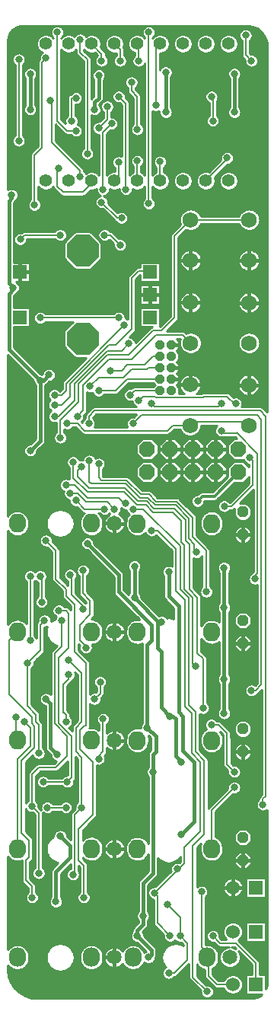
<source format=gbl>
G04 DipTrace 3.2.0.1*
G04 mBrane.GBL*
%MOIN*%
G04 #@! TF.FileFunction,Copper,L2,Bot*
G04 #@! TF.Part,Single*
%AMOUTLINE42*
4,1,16,
0.0375,0.005,
0.033786,0.02127,
0.023381,0.034319,
0.008345,0.04156,
-0.008345,0.04156,
-0.023381,0.034319,
-0.033786,0.02127,
-0.0375,0.005,
-0.0375,-0.005,
-0.033786,-0.02127,
-0.023381,-0.034319,
-0.008345,-0.04156,
0.008345,-0.04156,
0.023381,-0.034319,
0.033786,-0.02127,
0.0375,-0.005,
0.0375,0.005,
0*%
%AMOUTLINE45*
4,1,8,
-0.034184,0.014159,
-0.014159,0.034184,
0.014159,0.034184,
0.034184,0.014159,
0.034184,-0.014159,
0.014159,-0.034184,
-0.014159,-0.034184,
-0.034184,-0.014159,
-0.034184,0.014159,
0*%
%AMOUTLINE48*
4,1,8,
0.008419,0.020325,
0.020325,0.008419,
0.020325,-0.008419,
0.008419,-0.020325,
-0.008419,-0.020325,
-0.020325,-0.008419,
-0.020325,0.008419,
-0.008419,0.020325,
0.008419,0.020325,
0*%
%AMOUTLINE51*
4,1,8,
0.00995,-0.024021,
0.024021,-0.00995,
0.024021,0.00995,
0.00995,0.024021,
-0.00995,0.024021,
-0.024021,0.00995,
-0.024021,-0.00995,
-0.00995,-0.024021,
0.00995,-0.024021,
0*%
%AMOUTLINE63*
4,1,8,
0.028747,-0.0694,
0.0694,-0.028747,
0.0694,0.028747,
0.028747,0.0694,
-0.028747,0.0694,
-0.0694,0.028747,
-0.0694,-0.028747,
-0.028747,-0.0694,
0.028747,-0.0694,
0*%
G04 #@! TA.AperFunction,CopperBalancing*
%ADD13C,0.015*%
%ADD14C,0.01*%
G04 #@! TA.AperFunction,Conductor*
%ADD16C,0.007*%
%ADD17C,0.012*%
G04 #@! TA.AperFunction,ComponentPad*
%ADD27C,0.056*%
%ADD33C,0.065*%
%ADD34O,0.075X0.085*%
%ADD35R,0.06X0.06*%
%ADD36C,0.06*%
%ADD39R,0.05937X0.05937*%
%ADD40C,0.069*%
G04 #@! TA.AperFunction,ViaPad*
%ADD42C,0.031496*%
G04 #@! TA.AperFunction,ComponentPad*
%ADD119OUTLINE42*%
%ADD122OUTLINE45*%
%ADD125OUTLINE48*%
%ADD128OUTLINE51*%
%ADD140OUTLINE63*%
%FSLAX26Y26*%
G04*
G70*
G90*
G75*
G01*
G04 Bottom*
%LPD*%
X1106458Y4469001D2*
D13*
Y4294001D1*
X1406458D2*
Y4462750D1*
X812709Y4456501D2*
Y4356501D1*
X793958Y4337750D1*
Y4306501D1*
X512709D2*
Y4462750D1*
X593958Y3144001D2*
X568958Y3119001D1*
X556458D1*
X431458Y3931501D2*
Y3919001D1*
X418958Y3906501D1*
Y3544000D1*
X437708Y3525250D1*
Y3519000D1*
X418958Y3500250D1*
Y3256501D1*
X556458Y3119001D1*
Y2856502D1*
X512708Y2812752D1*
X1050208Y1406501D2*
Y1481501D1*
X1062708Y1494001D1*
Y1562752D1*
X1025209Y1600250D1*
Y1962752D1*
X1043958Y1981501D1*
Y2050252D1*
X900209Y2194001D1*
Y2269001D1*
X762709Y2406501D1*
X981458Y687752D2*
Y712750D1*
X1006458Y737750D1*
Y775250D1*
X981458Y687752D2*
X1043958Y625252D1*
Y606501D1*
X1031458Y594001D1*
X1006458Y775250D2*
Y919001D1*
X1050208Y962750D1*
Y1406501D1*
X1361877Y1811920D2*
Y2125494D1*
Y2300250D1*
Y1811920D2*
Y1662618D1*
X512708Y2262752D2*
D16*
Y1981501D1*
X562708Y2150250D2*
Y2256502D1*
X556458Y2262752D1*
X743958Y2119001D2*
X756458D1*
X693958Y2181501D1*
Y2262752D1*
X687708Y2269001D1*
X743958Y2287752D2*
Y2187750D1*
X775208Y2156501D1*
Y2094000D1*
X731458Y2050250D1*
Y1981501D1*
X756458Y1956501D1*
Y1950250D1*
X668958Y2662752D2*
X706457D1*
X762708Y2606501D1*
X900208D1*
X925208Y2581501D1*
X931458D1*
X687708Y2625250D2*
X718960D1*
X756458Y2587752D1*
X850208D1*
X881458Y2556501D1*
X837709D2*
X750208D1*
X712708Y2594001D1*
X837708Y3756501D2*
X862709D1*
X906458Y3712752D1*
X900209Y3394001D2*
X556458D1*
X712709Y4356501D2*
X693958D1*
Y4256501D1*
X1312708D2*
Y4356501D1*
X1306458Y4362750D1*
X831458Y3956501D2*
Y4206501D1*
X868958Y4244001D1*
X931458Y3956501D2*
Y4331504D1*
X900210Y4362752D1*
X731458Y4012752D2*
Y4037752D1*
X606458Y4162752D1*
Y4337752D1*
X600209Y4344001D1*
X618958Y3056501D2*
X650209D1*
X668958Y3075250D1*
Y3106501D1*
X925209Y3362752D1*
X618958Y3012752D2*
X650209D1*
X687708Y3050250D1*
Y3106500D1*
X856458Y3275250D1*
X887708D1*
X956458Y3344001D1*
Y3569001D1*
X987708Y3600250D1*
X1031458D1*
X1037708Y3594001D1*
X771329Y2768481D2*
Y2676804D1*
X780000Y2668132D1*
X930317D1*
X992262Y2606187D1*
X1028603D1*
X1060813Y2573977D1*
X1151090D1*
X1208252Y2516815D1*
Y2427396D1*
X1231801Y2403847D1*
Y2376841D1*
X1241153Y2367489D1*
X812445Y2755223D2*
Y2694410D1*
X824545Y2682311D1*
X935309D1*
X996431Y2621189D1*
X1033352D1*
X1064688Y2589853D1*
X1153797D1*
X1224004Y2519645D1*
Y2434245D1*
X1282149Y2376101D1*
Y2196412D1*
X1284102Y2194459D1*
X700238Y2762502D2*
Y2693760D1*
X762731Y2631266D1*
X925214D1*
X981458Y2575022D1*
X1018955D1*
X1050201Y2543775D1*
X1137692D1*
X1175188Y2506279D1*
Y2412539D1*
X1187687Y2400040D1*
Y2206311D1*
X1225183Y2168815D1*
Y1880233D1*
X1236129Y1869287D1*
X737734Y2743754D2*
X718986Y2725006D1*
Y2700009D1*
X768981Y2650014D1*
X926382D1*
X984750Y2591647D1*
X1023361D1*
X1055159Y2559849D1*
X1143465D1*
X1193079Y2510233D1*
Y2418992D1*
X1210119Y2401952D1*
Y2205082D1*
X1244815Y2170386D1*
Y1926375D1*
X1269756Y1901435D1*
Y1685403D1*
X1081460Y3125250D2*
X937709D1*
X887709Y3075250D1*
X812708D1*
X862708Y3162752D2*
X912709D1*
X937709Y3187752D1*
X1012709D1*
X1050208Y3225250D1*
X1081460D1*
Y3175250D2*
X1031458D1*
X1025209Y3169001D1*
X956458D1*
X918958Y3131501D1*
X812708D1*
X775208Y3094001D1*
X1081460Y3075250D2*
X968958D1*
X950209Y3056501D1*
X1362708Y2569001D2*
X1393957D1*
X1487708Y2662752D1*
Y2769002D1*
X1475208Y2781502D1*
X1412708Y3019001D2*
X1406458D1*
X1375209Y3050250D1*
X1271874D1*
Y3044001D1*
X1062708D1*
X1056458Y3050250D1*
X1006457D1*
X987708Y3031501D1*
X1497245Y2251324D2*
Y2266036D1*
X1506458Y2275250D1*
Y2800252D1*
X1415658Y2891052D1*
X1412356Y2887752D1*
X1362708D1*
X1350208Y2900252D1*
Y3019000D2*
X1337709Y3006501D1*
X1056457D1*
X1043958Y3019000D1*
X1481457Y1762750D2*
X1500208D1*
X1525208Y1787750D1*
Y2950252D1*
X1506458Y2969001D1*
X1000209D1*
X962709Y2931501D1*
X1531458Y1262750D2*
Y1287750D1*
X1543958Y1300250D1*
Y2962752D1*
X1518958Y2987752D1*
X793958D1*
X768958Y2962752D1*
Y2931501D1*
X1043958Y2462752D2*
X1068958D1*
X1150209Y2381501D1*
Y2200250D1*
X1190834Y2159626D1*
Y1690876D1*
X1218958Y1662752D1*
Y1487750D1*
X1256458Y1450250D1*
Y1144001D1*
X1187708Y1075250D1*
Y1006500D1*
X1156458Y975250D1*
X1056458Y875250D1*
X1125208Y687752D2*
X1068958Y744001D1*
Y862750D1*
X1056458Y875250D1*
X1156458Y981501D2*
Y975250D1*
X962708Y2556501D2*
X1006458D1*
X1168958Y2394001D1*
Y2206501D1*
X1206458Y2169001D1*
Y1700250D1*
X1237708Y1669001D1*
Y1494002D1*
X1275209Y1456501D1*
Y1131501D1*
X1225209Y1081501D1*
Y506500D1*
X1287708Y444001D1*
X1031458Y3894001D2*
Y4644001D1*
X550209Y962752D2*
Y1225250D1*
X518958Y1256501D1*
X650208Y2069001D2*
Y1956500D1*
X618958Y1925250D1*
Y1619001D1*
X675208Y1562752D1*
Y1475249D1*
X625209Y1425250D1*
X550209D1*
X518958Y1394000D1*
Y1256501D1*
X531458Y3887752D2*
Y4106500D1*
X562708Y4137749D1*
Y4512750D1*
X581458Y4531501D1*
X912709Y3831501D2*
X893958D1*
X825209Y3900250D1*
X643958Y3756501D2*
X487708D1*
X468958Y3737752D1*
X1118958Y525250D2*
X1143958D1*
X1200209Y581501D1*
Y656501D1*
X1168958Y687752D1*
Y769001D1*
X1112709Y825250D1*
X1400209Y475250D2*
X1331460D1*
X1293958Y512752D1*
Y587250D1*
X1287208Y594001D1*
Y613252D1*
X1262708Y637752D1*
Y881501D1*
X825209Y4519001D2*
Y4550250D1*
X781458Y4594001D1*
Y3994001D2*
Y3981501D1*
X743958Y3944001D1*
X656458D1*
X631458Y3969001D1*
Y4044001D1*
X637708Y4050250D1*
X1062708Y4325250D2*
Y4575250D1*
X1081458Y4594001D1*
X987708Y4519001D2*
Y4594001D1*
X981458D1*
X881458Y3994001D2*
X900208D1*
Y4075250D1*
X981458Y3994001D2*
Y4081501D1*
X1081458Y4077466D2*
Y3994001D1*
X1375209Y4094001D2*
Y4087752D1*
X1281458Y3994001D1*
X906458Y4519001D2*
Y4569001D1*
X881458Y4594001D1*
X812709Y4225252D2*
X850208Y4262750D1*
Y4319001D1*
X462709Y4169001D2*
Y4525250D1*
X712709Y4212752D2*
X675208D1*
X631458Y4256501D1*
Y4644001D1*
X1456458Y4631501D2*
Y4544001D1*
X1481458Y4519001D1*
X762709Y4112752D2*
Y4525250D1*
X731458Y4556501D1*
Y4612752D1*
X981458Y4219001D2*
Y4362750D1*
X956458Y4387750D1*
Y4425250D1*
X1306424Y1612623D2*
X1337671D1*
X1375167Y1575127D1*
Y1437641D1*
X1406414Y1406395D1*
X812708Y1462750D2*
Y1475250D1*
X831458Y1494001D1*
Y1637750D1*
X1306944Y1068930D2*
Y1238182D1*
X1406414Y1337652D1*
X793958Y1725250D2*
X818958Y1750250D1*
Y1800250D1*
X455958Y1069001D2*
Y1462250D1*
X512708Y1519000D1*
Y1600252D1*
X487708Y1625252D1*
X521204Y856501D2*
Y904256D1*
X493958Y931501D1*
Y1019001D1*
X506458Y1031501D1*
Y1106501D1*
X475208Y1137752D1*
Y1456501D1*
X531458Y1512750D1*
Y1606501D1*
X518958Y1619001D1*
Y1644001D1*
X418958Y1744001D1*
Y1982001D1*
X455958Y2019001D1*
X1425207Y2719001D2*
D17*
Y2719000D1*
X1318958Y2612752D1*
X1266944D1*
X1245930Y2591737D1*
X747483Y856501D2*
D16*
Y996727D1*
X725209Y1019001D1*
Y1156502D1*
X787708Y1219001D1*
Y1450252D1*
X731458Y1506501D1*
Y1587750D1*
X751952Y1608244D1*
X756458D1*
Y1881501D1*
X706458Y1931501D1*
Y2137752D1*
X668958Y2175252D1*
Y2206501D1*
X625209Y2250250D1*
Y2375250D1*
X581458Y2419001D1*
X700208Y956501D2*
X706458D1*
Y1219001D1*
X737708Y1250250D1*
Y1469001D1*
X712708Y1494001D1*
Y1600250D1*
X737708Y1625250D1*
Y1837752D1*
X681458Y1894001D1*
X500208Y1881501D2*
X556458Y1937752D1*
Y2050250D1*
X575209Y2069001D1*
X500208Y1881501D2*
Y1694001D1*
X537708Y1656501D1*
Y1625250D1*
X550208Y1612750D1*
Y1487752D1*
X668958Y1625250D2*
Y1656501D1*
X660811Y1664648D1*
X656458D1*
Y1787750D1*
X681458Y1812750D1*
Y1831501D1*
X455958Y1544001D2*
Y1557001D1*
X450208Y1562752D1*
Y1644001D1*
X1500209Y475250D2*
Y569000D1*
X1412708Y656501D1*
X1343958D1*
X1312708Y687752D1*
X618958Y2962752D2*
X637709D1*
X706458Y3031501D1*
Y3106500D1*
X850209Y3250250D1*
X912708D1*
X943958Y3281501D1*
X1468958Y2923085D2*
Y2937752D1*
X1213053D1*
Y2923085D1*
X1135544D1*
X1112709Y2900250D1*
X750209D1*
X718958Y2931501D1*
X675208D1*
X718958Y2962750D2*
X743958Y2987750D1*
Y3100252D1*
X856458Y3212752D1*
X956458D1*
X1062708Y3319001D1*
X1179293D1*
X1214923Y3283371D1*
X1470829Y3823036D2*
X1214923D1*
X643958Y2869001D2*
Y2944001D1*
X725208Y3025250D1*
Y3106500D1*
X850209Y3231501D1*
X943958D1*
X1050209Y3337752D1*
X1087710D1*
X1143958Y3394000D1*
Y3752072D1*
X1214923Y3823036D1*
X968958Y2306501D2*
D13*
Y2169001D1*
X1087708Y2062750D2*
X1081458Y2056501D1*
X968958Y2169001D1*
X1087708Y2062750D2*
X1068958D1*
Y1950250D1*
X1087708Y1931501D1*
Y1687753D1*
X1125209Y1650252D1*
X1137708D1*
X1150208Y1637752D1*
Y1475252D1*
X1175209Y1450250D1*
X581458Y1725252D2*
X600208Y1706502D1*
Y1512752D1*
X631458Y1481501D1*
X1118958Y2281501D2*
Y2175250D1*
X1162708Y2131501D1*
Y1669002D1*
X1181458Y1650252D1*
Y1500250D1*
X1231458Y1450250D1*
Y1187752D1*
X1175208Y1131501D1*
X625209Y837750D2*
Y969002D1*
X687708Y1031501D1*
Y1081501D1*
X643958Y1125250D1*
X675209Y1362752D2*
D16*
X568958D1*
X587708Y1250252D2*
X668958D1*
X637708Y2112752D2*
X668960D1*
X681458Y2100252D1*
Y1950252D1*
X637708Y1906501D1*
Y1619002D1*
X693958Y1562752D1*
Y1381501D1*
X675209Y1362752D1*
D42*
X1106458Y4469001D3*
Y4294001D3*
X1406458D3*
Y4462750D3*
X812709Y4456501D3*
X793958Y4306501D3*
X512709D3*
Y4462750D3*
X1106458Y4294001D3*
X793958Y4306501D3*
X593958Y3144001D3*
X556458Y3119001D3*
X431458Y3931501D3*
X437708Y3525250D3*
X556458Y3119001D3*
X512708Y2812752D3*
X556458Y3119001D3*
X512708Y2812752D3*
X1050208Y1406501D3*
X1025209Y1600250D3*
X762709Y2406501D3*
X981458Y687752D3*
X1006458Y775250D3*
X1031458Y594001D3*
X981458Y687752D3*
X1050208Y1406501D3*
X512708Y2812752D3*
X1361877Y1811920D3*
Y2300250D3*
Y1662618D3*
Y1811920D3*
Y2125494D3*
Y2300250D3*
X512708Y2262752D3*
Y1981501D3*
X562708Y2150250D3*
X556458Y2262752D3*
X743958Y2119001D3*
X687708Y2269001D3*
X743958Y2287752D3*
X756458Y1950250D3*
X668958Y2662752D3*
X931458Y2581501D3*
X687708Y2625250D3*
X881458Y2556501D3*
X837709D3*
X712708Y2594001D3*
X837708Y3756501D3*
X906458Y3712752D3*
X900209Y3394001D3*
X556458D3*
X712709Y4356501D3*
X693958Y4256501D3*
X1312708D3*
X1306458Y4362750D3*
X831458Y3956501D3*
X868958Y4244001D3*
X931458Y3956501D3*
X900210Y4362752D3*
X731458Y4012752D3*
X600209Y4344001D3*
X618958Y3056501D3*
X925209Y3362752D3*
X618958Y3012752D3*
X771329Y2768481D3*
X1241153Y2367489D3*
X812445Y2755223D3*
X1284102Y2194459D3*
X700238Y2762502D3*
X1236129Y1869287D3*
X737734Y2743754D3*
X1269756Y1685403D3*
X812708Y3075250D3*
X862708Y3162752D3*
X775208Y3094001D3*
X950209Y3056501D3*
X1362708Y2569001D3*
X1475208Y2781502D3*
X1412708Y3019001D3*
X987708Y3031501D3*
X1497245Y2251324D3*
X1350208Y2900252D3*
Y3019000D3*
X1043958D3*
X1481457Y1762750D3*
X962709Y2931501D3*
X1531458Y1262750D3*
X768958Y2931501D3*
X1043958Y2462752D3*
X1056458Y875250D3*
X1125208Y687752D3*
X1156458Y981501D3*
X962708Y2556501D3*
X1287708Y444001D3*
X1031458Y3894001D3*
Y4644001D3*
X550209Y962752D3*
X518958Y1256501D3*
X650208Y2069001D3*
X531458Y3887752D3*
X581458Y4531501D3*
X912709Y3831501D3*
X825209Y3900250D3*
X643958Y3756501D3*
X468958Y3737752D3*
X1118958Y525250D3*
X1168958Y687752D3*
X1112709Y825250D3*
X1262708Y881501D3*
X825209Y4519001D3*
X637708Y4050250D3*
X1062708Y4325250D3*
X987708Y4519001D3*
X900208Y4075250D3*
X981458Y4081501D3*
X1081458Y4077466D3*
X1375209Y4094001D3*
X906458Y4519001D3*
X812709Y4225252D3*
X850208Y4319001D3*
X462709Y4169001D3*
Y4525250D3*
X712709Y4212752D3*
X631458Y4644001D3*
X1456458Y4631501D3*
X1481458Y4519001D3*
X762709Y4112752D3*
X731458Y4612752D3*
X981458Y4219001D3*
X956458Y4425250D3*
X1306424Y1612623D3*
X1406414Y1406395D3*
X812708Y1462750D3*
X831458Y1637750D3*
X1406414Y1337652D3*
X793958Y1725250D3*
X818958Y1800250D3*
X487708Y1625252D3*
X521204Y856501D3*
X1245930Y2591737D3*
X581458Y2419001D3*
X747483Y856501D3*
X700208Y956501D3*
X737708Y1250250D3*
X681458Y1894001D3*
X500208Y1881501D3*
X575209Y2069001D3*
X550208Y1487752D3*
X500208Y1881501D3*
X681458Y1831501D3*
X668958Y1625250D3*
X681458Y1831501D3*
X450208Y1644001D3*
X1312708Y687752D3*
X618958Y2962752D3*
X943958Y3281501D3*
X675208Y2931501D3*
X718958Y2962750D3*
X643958Y2869001D3*
X968958Y2306501D3*
Y2169001D3*
X1087708Y2062750D3*
X1125209Y1650252D3*
X1087708Y2062750D3*
X1175209Y1450250D3*
D3*
X581458Y1725252D3*
X631458Y1481501D3*
X1118958Y2281501D3*
X1175208Y1131501D3*
X625209Y837750D3*
X643958Y1125250D3*
X675209Y1362752D3*
X568958D3*
D3*
X668958Y1250252D3*
X587708D3*
X637708Y2112752D3*
X675209Y1362752D3*
X781458Y3012752D3*
X431458Y2994001D3*
X587708Y2756501D3*
X812709Y2869001D3*
X562708Y2475252D3*
X812708Y2950252D3*
X1331458Y3100250D3*
X500209Y2631501D3*
X656458Y3231501D3*
X562708Y1800250D3*
X687709Y1687752D3*
X606458Y1312752D3*
X568958Y1631501D3*
X512708Y4244001D3*
X862708Y4112750D3*
X662708Y4350252D3*
X1256458Y4462752D3*
X431458Y4437752D3*
X1525209Y4212752D3*
X1450209Y4112752D3*
X668958Y3575252D3*
X447061Y4663681D2*
D14*
X608948D1*
X653956D2*
X1008948D1*
X1053956D2*
X1500061D1*
X434327Y4653812D2*
X603010D1*
X659913D2*
X1003010D1*
X1059913D2*
X1436702D1*
X1476221D2*
X1515198D1*
X426339Y4643943D2*
X601311D1*
X661612D2*
X1001311D1*
X1061612D2*
X1429104D1*
X1483819D2*
X1525608D1*
X421319Y4634074D2*
X570061D1*
X592862D2*
X603049D1*
X659874D2*
X670061D1*
X692862D2*
X710589D1*
X752335D2*
X770061D1*
X792862D2*
X870061D1*
X892862D2*
X970061D1*
X992862D2*
X1003049D1*
X1059874D2*
X1070061D1*
X1092862D2*
X1170061D1*
X1192862D2*
X1270061D1*
X1292862D2*
X1370061D1*
X1392862D2*
X1426428D1*
X1486495D2*
X1533889D1*
X417335Y4624206D2*
X552151D1*
X810772D2*
X852151D1*
X910772D2*
X952151D1*
X1110772D2*
X1152151D1*
X1210772D2*
X1252151D1*
X1310772D2*
X1352151D1*
X1410772D2*
X1427229D1*
X1485674D2*
X1539006D1*
X416143Y4614337D2*
X544397D1*
X818526D2*
X844397D1*
X918526D2*
X944397D1*
X1118526D2*
X1144397D1*
X1218526D2*
X1244397D1*
X1318526D2*
X1344397D1*
X1418526D2*
X1431897D1*
X1481026D2*
X1543538D1*
X415030Y4604468D2*
X540413D1*
X822510D2*
X840413D1*
X922510D2*
X940413D1*
X1122510D2*
X1140413D1*
X1222510D2*
X1240413D1*
X1322510D2*
X1340413D1*
X1422510D2*
X1438557D1*
X1474366D2*
X1546057D1*
X415030Y4594599D2*
X539065D1*
X823858D2*
X839065D1*
X923858D2*
X939065D1*
X1123858D2*
X1139065D1*
X1223858D2*
X1239065D1*
X1323858D2*
X1339065D1*
X1423858D2*
X1438557D1*
X1474366D2*
X1547893D1*
X415030Y4584731D2*
X540100D1*
X822803D2*
X840100D1*
X922803D2*
X940100D1*
X1122803D2*
X1140100D1*
X1222803D2*
X1240100D1*
X1322803D2*
X1340100D1*
X1422803D2*
X1438557D1*
X1474366D2*
X1547893D1*
X415030Y4574862D2*
X543753D1*
X825499D2*
X843753D1*
X923311D2*
X943753D1*
X1119171D2*
X1143753D1*
X1219171D2*
X1243753D1*
X1319171D2*
X1343753D1*
X1419171D2*
X1438557D1*
X1474366D2*
X1547893D1*
X415030Y4564993D2*
X550921D1*
X835362D2*
X850921D1*
X924366D2*
X950921D1*
X1112003D2*
X1150921D1*
X1212003D2*
X1250921D1*
X1312003D2*
X1350921D1*
X1412003D2*
X1438557D1*
X1474366D2*
X1547893D1*
X415030Y4555124D2*
X563381D1*
X649366D2*
X666233D1*
X696690D2*
X713616D1*
X757745D2*
X766233D1*
X842393D2*
X866233D1*
X924366D2*
X966233D1*
X1096690D2*
X1166233D1*
X1196690D2*
X1266233D1*
X1296690D2*
X1366233D1*
X1396690D2*
X1438557D1*
X1474366D2*
X1547893D1*
X415030Y4545256D2*
X440510D1*
X484913D2*
X554768D1*
X649366D2*
X717835D1*
X767608D2*
X805296D1*
X843116D2*
X888557D1*
X924366D2*
X969807D1*
X1080616D2*
X1438557D1*
X1495128D2*
X1547893D1*
X415030Y4535387D2*
X434378D1*
X491046D2*
X551565D1*
X649366D2*
X727678D1*
X777237D2*
X800100D1*
X850323D2*
X881350D1*
X931573D2*
X962600D1*
X1080616D2*
X1440921D1*
X1506573D2*
X1547893D1*
X415030Y4525518D2*
X432561D1*
X492862D2*
X550569D1*
X649366D2*
X737542D1*
X780616D2*
X795803D1*
X854620D2*
X877053D1*
X935870D2*
X958303D1*
X1080616D2*
X1450042D1*
X1510870D2*
X1547893D1*
X415030Y4515649D2*
X434182D1*
X491221D2*
X545061D1*
X649366D2*
X744807D1*
X780616D2*
X795256D1*
X855167D2*
X876506D1*
X936417D2*
X957756D1*
X1080616D2*
X1451506D1*
X1511417D2*
X1547893D1*
X415030Y4505781D2*
X440022D1*
X485401D2*
X544807D1*
X649366D2*
X744807D1*
X780616D2*
X798225D1*
X852178D2*
X879475D1*
X933428D2*
X960725D1*
X1080616D2*
X1454475D1*
X1508428D2*
X1547893D1*
X415030Y4495912D2*
X444807D1*
X480616D2*
X544807D1*
X649366D2*
X744807D1*
X780616D2*
X806428D1*
X843995D2*
X887659D1*
X925245D2*
X968909D1*
X1006495D2*
X1013557D1*
X1080616D2*
X1094260D1*
X1118663D2*
X1462659D1*
X1500245D2*
X1547893D1*
X415030Y4486043D2*
X444807D1*
X480616D2*
X494182D1*
X531241D2*
X544807D1*
X649366D2*
X744807D1*
X780616D2*
X1013557D1*
X1131104D2*
X1387932D1*
X1424991D2*
X1547893D1*
X415030Y4476174D2*
X444807D1*
X480616D2*
X485834D1*
X539581D2*
X544807D1*
X649366D2*
X744807D1*
X780616D2*
X790198D1*
X835225D2*
X1013557D1*
X1135714D2*
X1379592D1*
X1433331D2*
X1547893D1*
X415030Y4466305D2*
X444807D1*
X649366D2*
X744807D1*
X841163D2*
X1013557D1*
X1136475D2*
X1376526D1*
X1436397D2*
X1547893D1*
X415030Y4456437D2*
X444807D1*
X649366D2*
X744807D1*
X842862D2*
X1013557D1*
X1133760D2*
X1376995D1*
X1435909D2*
X1547893D1*
X415030Y4446568D2*
X444807D1*
X480616D2*
X487451D1*
X537960D2*
X544807D1*
X649366D2*
X744807D1*
X841104D2*
X935589D1*
X977335D2*
X1013557D1*
X1128350D2*
X1381214D1*
X1431710D2*
X1547893D1*
X415030Y4436699D2*
X444807D1*
X480616D2*
X490803D1*
X534600D2*
X544807D1*
X649366D2*
X744807D1*
X780616D2*
X790315D1*
X835089D2*
X928655D1*
X984268D2*
X1013557D1*
X1128350D2*
X1384553D1*
X1428350D2*
X1547893D1*
X415030Y4426830D2*
X444807D1*
X480616D2*
X490803D1*
X534600D2*
X544807D1*
X649366D2*
X744807D1*
X780616D2*
X790803D1*
X834600D2*
X926350D1*
X986573D2*
X1013557D1*
X1128350D2*
X1384553D1*
X1428350D2*
X1547893D1*
X415030Y4416962D2*
X444807D1*
X480616D2*
X490803D1*
X534600D2*
X544807D1*
X649366D2*
X744807D1*
X780616D2*
X790803D1*
X834600D2*
X927522D1*
X985401D2*
X1013557D1*
X1128350D2*
X1384553D1*
X1428350D2*
X1547893D1*
X415030Y4407093D2*
X444807D1*
X480616D2*
X490803D1*
X534600D2*
X544807D1*
X649366D2*
X744807D1*
X780616D2*
X790803D1*
X834600D2*
X932659D1*
X980264D2*
X1013557D1*
X1128350D2*
X1384553D1*
X1428350D2*
X1547893D1*
X415030Y4397224D2*
X444807D1*
X480616D2*
X490803D1*
X534600D2*
X544807D1*
X649366D2*
X744807D1*
X780616D2*
X790803D1*
X834600D2*
X938557D1*
X974366D2*
X1013557D1*
X1128350D2*
X1384553D1*
X1428350D2*
X1547893D1*
X415030Y4387355D2*
X444807D1*
X480616D2*
X490803D1*
X534600D2*
X544807D1*
X649366D2*
X744807D1*
X780616D2*
X790803D1*
X834600D2*
X883577D1*
X916846D2*
X938557D1*
X981749D2*
X1013557D1*
X1128350D2*
X1289827D1*
X1323077D2*
X1384553D1*
X1428350D2*
X1547893D1*
X415030Y4377487D2*
X444807D1*
X480616D2*
X490803D1*
X534600D2*
X544807D1*
X649366D2*
X691487D1*
X733936D2*
X744807D1*
X780616D2*
X790803D1*
X834600D2*
X874065D1*
X926358D2*
X942034D1*
X991631D2*
X1013557D1*
X1128350D2*
X1280315D1*
X1332608D2*
X1384553D1*
X1428350D2*
X1547893D1*
X415030Y4367618D2*
X444807D1*
X480616D2*
X490803D1*
X534600D2*
X544807D1*
X649366D2*
X680237D1*
X780616D2*
X790803D1*
X834600D2*
X870471D1*
X929952D2*
X951682D1*
X998643D2*
X1013557D1*
X1128350D2*
X1276721D1*
X1336202D2*
X1384553D1*
X1428350D2*
X1547893D1*
X415030Y4357749D2*
X444807D1*
X480616D2*
X490803D1*
X534600D2*
X544807D1*
X649366D2*
X676096D1*
X834600D2*
X870491D1*
X930108D2*
X961565D1*
X999366D2*
X1013557D1*
X1128350D2*
X1276741D1*
X1336182D2*
X1384553D1*
X1428350D2*
X1547893D1*
X415030Y4347880D2*
X444807D1*
X480616D2*
X490803D1*
X534600D2*
X544807D1*
X649366D2*
X676057D1*
X832745D2*
X845256D1*
X855167D2*
X874143D1*
X939991D2*
X963557D1*
X999366D2*
X1013557D1*
X1128350D2*
X1280393D1*
X1332530D2*
X1384553D1*
X1428350D2*
X1547893D1*
X415030Y4338011D2*
X444807D1*
X480616D2*
X490803D1*
X534600D2*
X544807D1*
X649366D2*
X676057D1*
X736241D2*
X744807D1*
X873311D2*
X883792D1*
X948057D2*
X963557D1*
X999366D2*
X1013557D1*
X1128350D2*
X1290042D1*
X1330616D2*
X1384553D1*
X1428350D2*
X1547893D1*
X415030Y4328143D2*
X444807D1*
X480616D2*
X490803D1*
X534600D2*
X544807D1*
X649366D2*
X676057D1*
X720440D2*
X744807D1*
X815850D2*
X821534D1*
X878878D2*
X909924D1*
X949366D2*
X963557D1*
X999366D2*
X1013557D1*
X1128350D2*
X1294807D1*
X1330616D2*
X1384553D1*
X1428350D2*
X1547893D1*
X415030Y4318274D2*
X444807D1*
X649366D2*
X676057D1*
X711866D2*
X744807D1*
X880342D2*
X913557D1*
X949366D2*
X963557D1*
X999366D2*
X1013557D1*
X1128350D2*
X1294807D1*
X1330616D2*
X1384553D1*
X1428350D2*
X1547893D1*
X415030Y4308405D2*
X444807D1*
X649366D2*
X676057D1*
X711866D2*
X744807D1*
X878370D2*
X913557D1*
X949366D2*
X963557D1*
X999366D2*
X1013557D1*
X1132803D2*
X1294807D1*
X1330616D2*
X1380120D1*
X1432803D2*
X1547893D1*
X415030Y4298536D2*
X444807D1*
X649366D2*
X676057D1*
X711866D2*
X744807D1*
X822999D2*
X828460D1*
X871964D2*
X913557D1*
X949366D2*
X963557D1*
X999366D2*
X1013557D1*
X1136260D2*
X1294807D1*
X1330616D2*
X1376663D1*
X1436260D2*
X1547893D1*
X415030Y4288668D2*
X444807D1*
X480616D2*
X488655D1*
X536768D2*
X544807D1*
X649366D2*
X676057D1*
X711866D2*
X744807D1*
X818018D2*
X832307D1*
X868116D2*
X913557D1*
X949366D2*
X963557D1*
X999366D2*
X1013557D1*
X1049366D2*
X1076799D1*
X1136124D2*
X1294807D1*
X1330616D2*
X1376799D1*
X1436124D2*
X1547893D1*
X415030Y4278799D2*
X444807D1*
X480616D2*
X502639D1*
X522784D2*
X544807D1*
X649366D2*
X674182D1*
X713741D2*
X744807D1*
X804034D2*
X832307D1*
X868116D2*
X913557D1*
X949366D2*
X963557D1*
X999366D2*
X1013557D1*
X1049366D2*
X1080589D1*
X1132335D2*
X1292932D1*
X1332471D2*
X1380589D1*
X1432335D2*
X1547893D1*
X415030Y4268930D2*
X444807D1*
X480616D2*
X544807D1*
X649366D2*
X666585D1*
X721319D2*
X744807D1*
X780616D2*
X831487D1*
X885069D2*
X913557D1*
X949366D2*
X963557D1*
X999366D2*
X1013557D1*
X1049366D2*
X1090589D1*
X1122335D2*
X1285335D1*
X1340069D2*
X1390589D1*
X1422335D2*
X1547893D1*
X415030Y4259061D2*
X444807D1*
X480616D2*
X544807D1*
X653799D2*
X663928D1*
X723995D2*
X744807D1*
X780616D2*
X821624D1*
X894913D2*
X913557D1*
X949366D2*
X963557D1*
X999366D2*
X1013557D1*
X1049366D2*
X1282678D1*
X1342745D2*
X1547893D1*
X415030Y4249193D2*
X444807D1*
X480616D2*
X544807D1*
X723174D2*
X744807D1*
X780616D2*
X795081D1*
X898643D2*
X913557D1*
X949366D2*
X963557D1*
X999366D2*
X1013557D1*
X1049366D2*
X1283499D1*
X1341924D2*
X1547893D1*
X415030Y4239324D2*
X444807D1*
X480616D2*
X544807D1*
X725694D2*
X744807D1*
X780616D2*
X786165D1*
X898721D2*
X913557D1*
X949366D2*
X959573D1*
X1003350D2*
X1013557D1*
X1049366D2*
X1288167D1*
X1337256D2*
X1547893D1*
X415030Y4229455D2*
X444807D1*
X480616D2*
X544807D1*
X624366D2*
X633596D1*
X737589D2*
X744807D1*
X895225D2*
X913557D1*
X1049366D2*
X1300842D1*
X1324581D2*
X1547893D1*
X415030Y4219586D2*
X444807D1*
X480616D2*
X544807D1*
X624366D2*
X643479D1*
X885889D2*
X913557D1*
X1049366D2*
X1547893D1*
X415030Y4209718D2*
X444807D1*
X480616D2*
X544807D1*
X624366D2*
X653342D1*
X780616D2*
X787047D1*
X859581D2*
X913557D1*
X1049366D2*
X1547893D1*
X415030Y4199849D2*
X444807D1*
X480616D2*
X544807D1*
X624366D2*
X663284D1*
X780616D2*
X797424D1*
X849698D2*
X913557D1*
X949366D2*
X958479D1*
X1004424D2*
X1013557D1*
X1049366D2*
X1547893D1*
X415030Y4189980D2*
X441467D1*
X483936D2*
X544807D1*
X624366D2*
X693518D1*
X731905D2*
X744807D1*
X780616D2*
X813557D1*
X849366D2*
X913557D1*
X949366D2*
X977737D1*
X985186D2*
X1013557D1*
X1049366D2*
X1547893D1*
X415030Y4180111D2*
X434768D1*
X490655D2*
X544807D1*
X624366D2*
X744807D1*
X780616D2*
X813557D1*
X849366D2*
X913557D1*
X949366D2*
X1013557D1*
X1049366D2*
X1547893D1*
X415030Y4170242D2*
X432581D1*
X492823D2*
X544807D1*
X624366D2*
X744807D1*
X780616D2*
X813557D1*
X849366D2*
X913557D1*
X949366D2*
X1013557D1*
X1049366D2*
X1547893D1*
X415030Y4160374D2*
X433870D1*
X491553D2*
X544807D1*
X633741D2*
X744807D1*
X780616D2*
X813557D1*
X849366D2*
X913557D1*
X949366D2*
X1013557D1*
X1049366D2*
X1547893D1*
X415030Y4150505D2*
X439182D1*
X486241D2*
X544807D1*
X643604D2*
X744807D1*
X780616D2*
X813557D1*
X849366D2*
X913557D1*
X949366D2*
X1013557D1*
X1049366D2*
X1547893D1*
X415030Y4140636D2*
X455003D1*
X470421D2*
X540686D1*
X653467D2*
X744807D1*
X780616D2*
X813557D1*
X849366D2*
X913557D1*
X949366D2*
X1013557D1*
X1049366D2*
X1547893D1*
X415030Y4130767D2*
X530823D1*
X663350D2*
X738792D1*
X786631D2*
X813557D1*
X849366D2*
X913557D1*
X949366D2*
X1013557D1*
X1049366D2*
X1547893D1*
X415030Y4120899D2*
X520960D1*
X673214D2*
X733714D1*
X791690D2*
X813557D1*
X849366D2*
X913557D1*
X949366D2*
X1013557D1*
X1049366D2*
X1362971D1*
X1387432D2*
X1547893D1*
X415030Y4111030D2*
X514182D1*
X683077D2*
X732620D1*
X792803D2*
X813557D1*
X849366D2*
X913557D1*
X949366D2*
X1013557D1*
X1049366D2*
X1350549D1*
X1399874D2*
X1547893D1*
X415030Y4101161D2*
X513557D1*
X692940D2*
X734964D1*
X790460D2*
X813557D1*
X849366D2*
X885862D1*
X949366D2*
X958948D1*
X1003975D2*
X1013557D1*
X1049366D2*
X1063479D1*
X1099424D2*
X1345960D1*
X1404464D2*
X1547893D1*
X415030Y4091292D2*
X513557D1*
X702823D2*
X741975D1*
X783428D2*
X813557D1*
X849366D2*
X874866D1*
X1049366D2*
X1054807D1*
X1108116D2*
X1345178D1*
X1405225D2*
X1547893D1*
X415030Y4081424D2*
X513557D1*
X712686D2*
X813557D1*
X849366D2*
X870725D1*
X1111339D2*
X1343987D1*
X1402510D2*
X1547893D1*
X415030Y4071555D2*
X513557D1*
X722549D2*
X813557D1*
X849366D2*
X870296D1*
X1111006D2*
X1334104D1*
X1394796D2*
X1547893D1*
X415030Y4061686D2*
X513557D1*
X732432D2*
X813557D1*
X849366D2*
X873401D1*
X949366D2*
X959085D1*
X1003839D2*
X1013557D1*
X1049366D2*
X1055960D1*
X1106964D2*
X1324241D1*
X1374053D2*
X1547893D1*
X415030Y4051817D2*
X513557D1*
X742296D2*
X813557D1*
X849366D2*
X881878D1*
X949366D2*
X963557D1*
X999366D2*
X1013557D1*
X1049366D2*
X1063557D1*
X1099366D2*
X1314378D1*
X1364171D2*
X1547893D1*
X415030Y4041949D2*
X513557D1*
X748839D2*
X813557D1*
X849366D2*
X882307D1*
X949366D2*
X963557D1*
X999366D2*
X1013557D1*
X1049366D2*
X1063557D1*
X1099366D2*
X1304514D1*
X1354307D2*
X1547893D1*
X415030Y4032080D2*
X513557D1*
X754268D2*
X764202D1*
X798702D2*
X813557D1*
X849366D2*
X864202D1*
X949366D2*
X963557D1*
X999366D2*
X1013557D1*
X1049366D2*
X1063557D1*
X1099366D2*
X1164202D1*
X1198702D2*
X1264202D1*
X1344444D2*
X1364202D1*
X1398702D2*
X1547893D1*
X415030Y4022211D2*
X513557D1*
X1112764D2*
X1150159D1*
X1212764D2*
X1250159D1*
X1334561D2*
X1350159D1*
X1412764D2*
X1547893D1*
X415030Y4012342D2*
X513557D1*
X1119581D2*
X1143342D1*
X1219581D2*
X1243342D1*
X1324698D2*
X1343342D1*
X1419581D2*
X1547893D1*
X415030Y4002473D2*
X513557D1*
X1122979D2*
X1139944D1*
X1222979D2*
X1239944D1*
X1322979D2*
X1339944D1*
X1422979D2*
X1547893D1*
X415030Y3992605D2*
X513557D1*
X1123839D2*
X1139085D1*
X1223839D2*
X1239085D1*
X1323839D2*
X1339085D1*
X1423839D2*
X1547893D1*
X415030Y3982736D2*
X513557D1*
X1122296D2*
X1140628D1*
X1222296D2*
X1240628D1*
X1322296D2*
X1340628D1*
X1422296D2*
X1547893D1*
X415030Y3972867D2*
X513557D1*
X1118057D2*
X1144866D1*
X1218057D2*
X1244866D1*
X1318057D2*
X1344866D1*
X1418057D2*
X1547893D1*
X415030Y3962998D2*
X513557D1*
X1109893D2*
X1153030D1*
X1209893D2*
X1253030D1*
X1309893D2*
X1353030D1*
X1409893D2*
X1547893D1*
X452003Y3953130D2*
X513557D1*
X549366D2*
X573870D1*
X589053D2*
X622424D1*
X789053D2*
X801506D1*
X861417D2*
X873870D1*
X889053D2*
X901506D1*
X961417D2*
X973870D1*
X989053D2*
X1013557D1*
X1049366D2*
X1073870D1*
X1089053D2*
X1173870D1*
X1189053D2*
X1273870D1*
X1289053D2*
X1373870D1*
X1389053D2*
X1547893D1*
X459131Y3943261D2*
X513557D1*
X549366D2*
X632307D1*
X768116D2*
X804495D1*
X858428D2*
X904495D1*
X958428D2*
X1013557D1*
X1049366D2*
X1547893D1*
X461553Y3933392D2*
X513557D1*
X549366D2*
X642171D1*
X758253D2*
X812698D1*
X850225D2*
X912698D1*
X950225D2*
X1013557D1*
X1049366D2*
X1547893D1*
X460499Y3923523D2*
X513557D1*
X549366D2*
X806663D1*
X843760D2*
X1013557D1*
X1049366D2*
X1547893D1*
X455499Y3913655D2*
X513557D1*
X549366D2*
X798323D1*
X852100D2*
X1008928D1*
X1053975D2*
X1547893D1*
X446807Y3903786D2*
X506116D1*
X556807D2*
X795276D1*
X855147D2*
X1003010D1*
X1059913D2*
X1547893D1*
X440850Y3893917D2*
X501975D1*
X560948D2*
X795764D1*
X856436D2*
X1001311D1*
X1061612D2*
X1547893D1*
X440850Y3884048D2*
X501546D1*
X561378D2*
X799983D1*
X866319D2*
X1003069D1*
X1059854D2*
X1547893D1*
X440850Y3874179D2*
X504671D1*
X558253D2*
X811174D1*
X876182D2*
X1009085D1*
X1053839D2*
X1547893D1*
X440850Y3864311D2*
X513128D1*
X549776D2*
X836253D1*
X886046D2*
X1189612D1*
X1240225D2*
X1445530D1*
X1496143D2*
X1547893D1*
X440850Y3854442D2*
X846116D1*
X931690D2*
X1177756D1*
X1252100D2*
X1433655D1*
X1507999D2*
X1547893D1*
X440850Y3844573D2*
X855979D1*
X939756D2*
X1171135D1*
X1258702D2*
X1427034D1*
X1514620D2*
X1547893D1*
X440850Y3834704D2*
X865862D1*
X942686D2*
X1167464D1*
X1518292D2*
X1547893D1*
X440850Y3824836D2*
X875725D1*
X942081D2*
X1166057D1*
X1519698D2*
X1547893D1*
X440850Y3814967D2*
X887698D1*
X937706D2*
X1166702D1*
X1519053D2*
X1547893D1*
X440850Y3805098D2*
X899358D1*
X926065D2*
X1169514D1*
X1260342D2*
X1425413D1*
X1516241D2*
X1547893D1*
X440850Y3795229D2*
X1162210D1*
X1254932D2*
X1430823D1*
X1510831D2*
X1547893D1*
X440850Y3785361D2*
X638870D1*
X649037D2*
X832620D1*
X842803D2*
X1152346D1*
X1245499D2*
X1440256D1*
X1501417D2*
X1547893D1*
X440850Y3775492D2*
X620842D1*
X667061D2*
X814592D1*
X860811D2*
X1142483D1*
X1192276D2*
X1208108D1*
X1221749D2*
X1464006D1*
X1477647D2*
X1547893D1*
X440850Y3765623D2*
X459436D1*
X672647D2*
X701467D1*
X783389D2*
X809026D1*
X878487D2*
X1132600D1*
X1182413D2*
X1547893D1*
X674092Y3755754D2*
X691604D1*
X793272D2*
X807561D1*
X888350D2*
X1126467D1*
X1172549D2*
X1547893D1*
X672100Y3745886D2*
X681741D1*
X803135D2*
X809553D1*
X898233D2*
X1126057D1*
X1162667D2*
X1547893D1*
X499053Y3736017D2*
X622229D1*
X665694D2*
X671873D1*
X925010D2*
X1126057D1*
X1161866D2*
X1547893D1*
X496690Y3726148D2*
X662034D1*
X822842D2*
X868167D1*
X933350D2*
X1126057D1*
X1161866D2*
X1547893D1*
X440850Y3716279D2*
X448245D1*
X489678D2*
X658635D1*
X826241D2*
X876526D1*
X936397D2*
X1126057D1*
X1161866D2*
X1547893D1*
X440850Y3706410D2*
X658635D1*
X826241D2*
X877014D1*
X935909D2*
X1126057D1*
X1161866D2*
X1547893D1*
X440850Y3696542D2*
X658635D1*
X826241D2*
X881233D1*
X931690D2*
X1126057D1*
X1161866D2*
X1547893D1*
X440850Y3686673D2*
X658635D1*
X826241D2*
X892444D1*
X920479D2*
X1126057D1*
X1161866D2*
X1188831D1*
X1241006D2*
X1445471D1*
X1496280D2*
X1547893D1*
X440850Y3676804D2*
X658635D1*
X826241D2*
X1126057D1*
X1161866D2*
X1177346D1*
X1252491D2*
X1433655D1*
X1508096D2*
X1547893D1*
X440850Y3666935D2*
X658635D1*
X826241D2*
X1126057D1*
X1161866D2*
X1170901D1*
X1258936D2*
X1427053D1*
X1514698D2*
X1547893D1*
X440850Y3657067D2*
X658909D1*
X825967D2*
X1126057D1*
X1161866D2*
X1167335D1*
X1262491D2*
X1423401D1*
X1518350D2*
X1547893D1*
X440850Y3647198D2*
X665628D1*
X819229D2*
X1126057D1*
X1263799D2*
X1422014D1*
X1519737D2*
X1547893D1*
X440850Y3637329D2*
X675491D1*
X809366D2*
X1126057D1*
X1263057D2*
X1422678D1*
X1519073D2*
X1547893D1*
X510928Y3627460D2*
X685354D1*
X799503D2*
X993616D1*
X1081788D2*
X1126057D1*
X1161866D2*
X1169710D1*
X1260147D2*
X1425491D1*
X1516260D2*
X1547893D1*
X510928Y3617592D2*
X695237D1*
X789639D2*
X993616D1*
X1081788D2*
X1126057D1*
X1161866D2*
X1175256D1*
X1254581D2*
X1430921D1*
X1510831D2*
X1547893D1*
X510928Y3607723D2*
X705589D1*
X779268D2*
X970276D1*
X1081788D2*
X1126057D1*
X1161866D2*
X1184964D1*
X1244893D2*
X1440374D1*
X1501378D2*
X1547893D1*
X510928Y3597854D2*
X960413D1*
X1081788D2*
X1126057D1*
X1161866D2*
X1464514D1*
X1477237D2*
X1547893D1*
X510928Y3587985D2*
X950549D1*
X1081788D2*
X1126057D1*
X1161866D2*
X1547893D1*
X510928Y3578116D2*
X941233D1*
X1081788D2*
X1126057D1*
X1161866D2*
X1547893D1*
X510928Y3568248D2*
X938557D1*
X980596D2*
X993616D1*
X1081788D2*
X1126057D1*
X1161866D2*
X1547893D1*
X510928Y3558379D2*
X938557D1*
X974366D2*
X993616D1*
X1081788D2*
X1126057D1*
X1161866D2*
X1547893D1*
X456280Y3548510D2*
X938557D1*
X974366D2*
X1126057D1*
X1161866D2*
X1547893D1*
X464600Y3538641D2*
X938557D1*
X974366D2*
X993616D1*
X1081788D2*
X1126057D1*
X1161866D2*
X1547893D1*
X467647Y3528773D2*
X938557D1*
X974366D2*
X993616D1*
X1081788D2*
X1126057D1*
X1161866D2*
X1547893D1*
X467159Y3518904D2*
X938557D1*
X974366D2*
X993616D1*
X1081788D2*
X1126057D1*
X1161866D2*
X1547893D1*
X462921Y3509035D2*
X938557D1*
X974366D2*
X993616D1*
X1081788D2*
X1126057D1*
X1161866D2*
X1547893D1*
X451710Y3499166D2*
X938557D1*
X974366D2*
X993616D1*
X1081788D2*
X1126057D1*
X1161866D2*
X1185003D1*
X1244756D2*
X1441506D1*
X1500147D2*
X1547893D1*
X440850Y3489298D2*
X938557D1*
X974366D2*
X993616D1*
X1081788D2*
X1126057D1*
X1161866D2*
X1175256D1*
X1254483D2*
X1431526D1*
X1510128D2*
X1547893D1*
X440850Y3479429D2*
X938557D1*
X974366D2*
X993616D1*
X1081788D2*
X1126057D1*
X1161866D2*
X1169690D1*
X1260069D2*
X1425803D1*
X1515850D2*
X1547893D1*
X440850Y3469560D2*
X938557D1*
X974366D2*
X993616D1*
X1081788D2*
X1126057D1*
X1262999D2*
X1422796D1*
X1518878D2*
X1547893D1*
X440850Y3459691D2*
X938557D1*
X974366D2*
X993616D1*
X1081788D2*
X1126057D1*
X1263760D2*
X1421936D1*
X1519717D2*
X1547893D1*
X440850Y3449823D2*
X938557D1*
X974366D2*
X1126057D1*
X1161866D2*
X1167272D1*
X1262471D2*
X1423147D1*
X1518506D2*
X1547893D1*
X510928Y3439954D2*
X938557D1*
X974366D2*
X993616D1*
X1081788D2*
X1126057D1*
X1161866D2*
X1170823D1*
X1258936D2*
X1426585D1*
X1515089D2*
X1547893D1*
X510928Y3430085D2*
X938557D1*
X974366D2*
X993616D1*
X1081788D2*
X1126057D1*
X1161866D2*
X1177249D1*
X1252510D2*
X1432854D1*
X1508799D2*
X1547893D1*
X510928Y3420216D2*
X542717D1*
X570206D2*
X886467D1*
X913956D2*
X938557D1*
X974366D2*
X993616D1*
X1081788D2*
X1126057D1*
X1161866D2*
X1188674D1*
X1241065D2*
X1443967D1*
X1497686D2*
X1547893D1*
X510928Y3410347D2*
X531331D1*
X925342D2*
X938557D1*
X974366D2*
X993616D1*
X1081788D2*
X1126057D1*
X1161866D2*
X1547893D1*
X510928Y3400479D2*
X527034D1*
X929620D2*
X938557D1*
X974366D2*
X993616D1*
X1081788D2*
X1125530D1*
X1161866D2*
X1547893D1*
X510928Y3390610D2*
X526506D1*
X974366D2*
X993616D1*
X1081788D2*
X1115667D1*
X1161514D2*
X1547893D1*
X510928Y3380741D2*
X529495D1*
X974366D2*
X993616D1*
X1081788D2*
X1105803D1*
X1155596D2*
X1547893D1*
X510928Y3370872D2*
X537717D1*
X575206D2*
X692542D1*
X974366D2*
X993616D1*
X1081788D2*
X1095940D1*
X1145733D2*
X1547893D1*
X510928Y3361004D2*
X682678D1*
X974366D2*
X993616D1*
X1135870D2*
X1547893D1*
X440850Y3351135D2*
X672815D1*
X974366D2*
X1038889D1*
X1125987D2*
X1547893D1*
X440850Y3341266D2*
X662932D1*
X974131D2*
X1028831D1*
X1116124D2*
X1547893D1*
X440850Y3331397D2*
X658635D1*
X968760D2*
X1018948D1*
X1191788D2*
X1547893D1*
X440850Y3321529D2*
X658635D1*
X958878D2*
X1009085D1*
X1244874D2*
X1440881D1*
X1500792D2*
X1547893D1*
X440850Y3311660D2*
X658635D1*
X949014D2*
X999221D1*
X1254581D2*
X1431174D1*
X1510479D2*
X1547893D1*
X440850Y3301791D2*
X658635D1*
X965889D2*
X989339D1*
X1153604D2*
X1169710D1*
X1260147D2*
X1425608D1*
X1516046D2*
X1547893D1*
X440850Y3291922D2*
X658635D1*
X972178D2*
X979475D1*
X1263057D2*
X1422698D1*
X1518956D2*
X1547893D1*
X440850Y3282053D2*
X658635D1*
X1263799D2*
X1421956D1*
X1519717D2*
X1547893D1*
X440850Y3272185D2*
X658753D1*
X1262491D2*
X1423245D1*
X1518409D2*
X1547893D1*
X443702Y3262316D2*
X664690D1*
X1165401D2*
X1170897D1*
X1258956D2*
X1426799D1*
X1514854D2*
X1547893D1*
X453565Y3252447D2*
X674553D1*
X1157354D2*
X1177346D1*
X1252510D2*
X1433245D1*
X1508409D2*
X1547893D1*
X463448Y3242578D2*
X684417D1*
X1162784D2*
X1188811D1*
X1241026D2*
X1444729D1*
X1496944D2*
X1547893D1*
X473311Y3232710D2*
X694280D1*
X1166182D2*
X1547893D1*
X415030Y3222841D2*
X422064D1*
X483174D2*
X704260D1*
X1166182D2*
X1547893D1*
X415030Y3212972D2*
X431936D1*
X493038D2*
X750530D1*
X1165616D2*
X1547893D1*
X415030Y3203103D2*
X441799D1*
X502921D2*
X740667D1*
X1157999D2*
X1547893D1*
X415030Y3193235D2*
X451663D1*
X512784D2*
X730784D1*
X1162178D2*
X1547893D1*
X415030Y3183366D2*
X461546D1*
X522647D2*
X720921D1*
X1166182D2*
X1547893D1*
X415030Y3173497D2*
X471409D1*
X532510D2*
X711057D1*
X1166182D2*
X1547893D1*
X415030Y3163628D2*
X481272D1*
X542393D2*
X571409D1*
X616514D2*
X701194D1*
X1165792D2*
X1547893D1*
X415030Y3153760D2*
X491135D1*
X552256D2*
X565491D1*
X622432D2*
X691311D1*
X1158663D2*
X1547893D1*
X415030Y3143891D2*
X501018D1*
X624112D2*
X681448D1*
X1161514D2*
X1191370D1*
X1234659D2*
X1448206D1*
X1489698D2*
X1547893D1*
X415030Y3134022D2*
X510881D1*
X622354D2*
X671585D1*
X1166182D2*
X1177620D1*
X1248389D2*
X1433987D1*
X1503936D2*
X1547893D1*
X415030Y3124153D2*
X520745D1*
X616299D2*
X661702D1*
X1255753D2*
X1426448D1*
X1511475D2*
X1547893D1*
X415030Y3114284D2*
X526702D1*
X594796D2*
X652952D1*
X1259932D2*
X1422151D1*
X1515753D2*
X1547893D1*
X415030Y3104416D2*
X530217D1*
X584932D2*
X651057D1*
X941768D2*
X1053596D1*
X1261768D2*
X1420237D1*
X1517686D2*
X1547893D1*
X415030Y3094547D2*
X534553D1*
X578350D2*
X651057D1*
X931905D2*
X1052053D1*
X1261514D2*
X1420393D1*
X1517510D2*
X1547893D1*
X415030Y3084678D2*
X534553D1*
X578350D2*
X610491D1*
X627413D2*
X651057D1*
X922042D2*
X941741D1*
X1259151D2*
X1422659D1*
X1515264D2*
X1547893D1*
X415030Y3074809D2*
X534553D1*
X578350D2*
X595276D1*
X912178D2*
X926526D1*
X1166182D2*
X1171691D1*
X1254327D2*
X1427366D1*
X1510538D2*
X1547893D1*
X415030Y3064941D2*
X534553D1*
X578350D2*
X590061D1*
X761866D2*
X771956D1*
X778469D2*
X784436D1*
X902296D2*
X921311D1*
X1166046D2*
X1180100D1*
X1245909D2*
X1262522D1*
X1384561D2*
X1435589D1*
X1502335D2*
X1547893D1*
X415030Y3055072D2*
X534553D1*
X578350D2*
X588850D1*
X761866D2*
X790667D1*
X834737D2*
X920100D1*
X1395284D2*
X1452034D1*
X1485870D2*
X1547893D1*
X415030Y3045203D2*
X534553D1*
X578350D2*
X591096D1*
X761866D2*
X922346D1*
X1426475D2*
X1547893D1*
X415030Y3035334D2*
X534553D1*
X578350D2*
X597913D1*
X761866D2*
X929163D1*
X1437842D2*
X1547893D1*
X415030Y3025466D2*
X534553D1*
X578350D2*
X591721D1*
X761866D2*
X958186D1*
X1442139D2*
X1547893D1*
X415030Y3015597D2*
X534553D1*
X578350D2*
X588948D1*
X761866D2*
X962288D1*
X1442647D2*
X1547893D1*
X415030Y3005728D2*
X534553D1*
X578350D2*
X589671D1*
X761866D2*
X973089D1*
X1439659D2*
X1547893D1*
X415030Y2995859D2*
X534553D1*
X578350D2*
X594202D1*
X761866D2*
X777171D1*
X1535753D2*
X1547893D1*
X415030Y2985991D2*
X534553D1*
X578350D2*
X600374D1*
X761768D2*
X767295D1*
X415030Y2976122D2*
X534553D1*
X578350D2*
X592053D1*
X415030Y2966253D2*
X534553D1*
X578350D2*
X589026D1*
X797354D2*
X972561D1*
X415030Y2956384D2*
X534553D1*
X578350D2*
X589514D1*
X787491D2*
X946526D1*
X415030Y2946515D2*
X534553D1*
X578350D2*
X593753D1*
X794932D2*
X936721D1*
X415030Y2936647D2*
X534553D1*
X578350D2*
X604983D1*
X798643D2*
X933010D1*
X415030Y2926778D2*
X534553D1*
X578350D2*
X626057D1*
X798721D2*
X932952D1*
X415030Y2916909D2*
X534553D1*
X578350D2*
X626057D1*
X1261553D2*
X1325296D1*
X415030Y2907040D2*
X534553D1*
X578350D2*
X626057D1*
X692061D2*
X718518D1*
X1259190D2*
X1320862D1*
X415030Y2897172D2*
X534553D1*
X578350D2*
X626057D1*
X661866D2*
X728381D1*
X1134522D2*
X1171760D1*
X1254346D2*
X1320217D1*
X415030Y2887303D2*
X534553D1*
X578350D2*
X620276D1*
X667647D2*
X738342D1*
X1124561D2*
X1180217D1*
X1245889D2*
X1323089D1*
X415030Y2877434D2*
X534553D1*
X578350D2*
X615061D1*
X672862D2*
X1197542D1*
X1228565D2*
X1331077D1*
X415030Y2867565D2*
X534553D1*
X578350D2*
X613850D1*
X674073D2*
X1414241D1*
X415030Y2857697D2*
X527092D1*
X578350D2*
X616096D1*
X671827D2*
X995608D1*
X1054796D2*
X1095608D1*
X1154796D2*
X1195608D1*
X1254796D2*
X1295608D1*
X1354796D2*
X1395608D1*
X415030Y2847828D2*
X517229D1*
X576475D2*
X622932D1*
X664991D2*
X985745D1*
X1064678D2*
X1085745D1*
X1164678D2*
X1185745D1*
X1264678D2*
X1285745D1*
X1364678D2*
X1385745D1*
X415030Y2837959D2*
X497073D1*
X568467D2*
X977503D1*
X415030Y2828090D2*
X486917D1*
X558604D2*
X976624D1*
X415030Y2818221D2*
X483069D1*
X548741D2*
X976624D1*
X415030Y2808353D2*
X482893D1*
X542530D2*
X976624D1*
X415030Y2798484D2*
X486292D1*
X539131D2*
X978225D1*
X1072178D2*
X1078225D1*
X1172178D2*
X1178225D1*
X1272178D2*
X1278225D1*
X1372178D2*
X1378225D1*
X415030Y2788615D2*
X495374D1*
X530049D2*
X686292D1*
X714190D2*
X749260D1*
X793409D2*
X987307D1*
X1063116D2*
X1087307D1*
X1163116D2*
X1187307D1*
X1263116D2*
X1287307D1*
X1363116D2*
X1387307D1*
X415030Y2778746D2*
X675042D1*
X725440D2*
X743049D1*
X830655D2*
X997171D1*
X1053253D2*
X1097171D1*
X1153253D2*
X1197171D1*
X1253253D2*
X1297171D1*
X1353253D2*
X1397171D1*
X415030Y2768878D2*
X670803D1*
X839190D2*
X1447932D1*
X415030Y2759009D2*
X670296D1*
X842354D2*
X996917D1*
X1053487D2*
X1096917D1*
X1153487D2*
X1196917D1*
X1253487D2*
X1296917D1*
X1353487D2*
X1396917D1*
X415030Y2749140D2*
X673342D1*
X841944D2*
X987053D1*
X1063370D2*
X1087053D1*
X1163370D2*
X1187053D1*
X1263370D2*
X1287053D1*
X1363370D2*
X1387053D1*
X1463370D2*
X1469807D1*
X415030Y2739271D2*
X681624D1*
X837842D2*
X978089D1*
X1072315D2*
X1078089D1*
X1172315D2*
X1178089D1*
X1272315D2*
X1278089D1*
X1372315D2*
X1378089D1*
X415030Y2729403D2*
X682346D1*
X830342D2*
X976624D1*
X415030Y2719534D2*
X682346D1*
X830342D2*
X976624D1*
X415030Y2709665D2*
X682346D1*
X830342D2*
X976624D1*
X415030Y2699796D2*
X682346D1*
X831964D2*
X977600D1*
X415030Y2689928D2*
X657424D1*
X952589D2*
X985979D1*
X1064424D2*
X1085979D1*
X1164424D2*
X1185979D1*
X1264424D2*
X1285979D1*
X1464424D2*
X1469807D1*
X415030Y2680059D2*
X644514D1*
X962452D2*
X995862D1*
X1054561D2*
X1095862D1*
X1154561D2*
X1195862D1*
X1254561D2*
X1295862D1*
X1454561D2*
X1469807D1*
X415030Y2670190D2*
X639768D1*
X972335D2*
X1347952D1*
X1404835D2*
X1469807D1*
X415030Y2660321D2*
X638909D1*
X982198D2*
X1338089D1*
X1394971D2*
X1460374D1*
X415030Y2650452D2*
X641526D1*
X992061D2*
X1328225D1*
X1385089D2*
X1450510D1*
X415030Y2640584D2*
X649026D1*
X1001944D2*
X1318362D1*
X1375225D2*
X1440647D1*
X415030Y2630715D2*
X658069D1*
X1048721D2*
X1258616D1*
X1365362D2*
X1430764D1*
X1480577D2*
X1488557D1*
X415030Y2620846D2*
X657893D1*
X1058604D2*
X1243421D1*
X1355479D2*
X1420901D1*
X1470694D2*
X1488557D1*
X415030Y2610977D2*
X661292D1*
X1068467D2*
X1223030D1*
X1345616D2*
X1411038D1*
X1460831D2*
X1488557D1*
X415030Y2601109D2*
X670374D1*
X1167432D2*
X1217327D1*
X1335753D2*
X1401155D1*
X1450967D2*
X1488557D1*
X415030Y2591240D2*
X682698D1*
X1177315D2*
X1215784D1*
X1276065D2*
X1342874D1*
X1382549D2*
X1391292D1*
X1441104D2*
X1488557D1*
X415030Y2581371D2*
X685432D1*
X1187178D2*
X1217678D1*
X1274171D2*
X1335315D1*
X1456085D2*
X1488557D1*
X415030Y2571502D2*
X693167D1*
X1197042D2*
X1223948D1*
X1267901D2*
X1332659D1*
X1470381D2*
X1488557D1*
X415030Y2561634D2*
X720178D1*
X1206924D2*
X1333499D1*
X1479952D2*
X1488557D1*
X415030Y2551765D2*
X621155D1*
X666807D2*
X730042D1*
X911221D2*
X932952D1*
X1216788D2*
X1338206D1*
X1387217D2*
X1405530D1*
X1482374D2*
X1488557D1*
X415030Y2541896D2*
X428889D1*
X483038D2*
X604065D1*
X683897D2*
X740706D1*
X907686D2*
X936487D1*
X1226651D2*
X1280335D1*
X1333565D2*
X1350979D1*
X1374424D2*
X1405530D1*
X1482374D2*
X1488557D1*
X494522Y2532027D2*
X594221D1*
X693741D2*
X742405D1*
X908331D2*
X943557D1*
X1236514D2*
X1268557D1*
X1345323D2*
X1405686D1*
X1482217D2*
X1488557D1*
X502237Y2522158D2*
X588440D1*
X699522D2*
X734671D1*
X827237D2*
X843714D1*
X919014D2*
X935803D1*
X1241710D2*
X1260803D1*
X1353096D2*
X1411878D1*
X1476046D2*
X1488557D1*
X505167Y2512290D2*
X583831D1*
X704131D2*
X731741D1*
X830167D2*
X837847D1*
X924952D2*
X932776D1*
X1241905D2*
X1257776D1*
X1356104D2*
X1421741D1*
X1466163D2*
X1488557D1*
X507432Y2502421D2*
X582171D1*
X705792D2*
X729495D1*
X1241905D2*
X1255530D1*
X1358350D2*
X1488557D1*
X507862Y2492552D2*
X581116D1*
X706846D2*
X729065D1*
X1241905D2*
X1255042D1*
X1358839D2*
X1488557D1*
X506768Y2482683D2*
X582620D1*
X705342D2*
X730159D1*
X1241905D2*
X1256096D1*
X1357803D2*
X1488557D1*
X504503Y2472815D2*
X584885D1*
X703057D2*
X732405D1*
X829503D2*
X839241D1*
X923780D2*
X933342D1*
X1241905D2*
X1258342D1*
X1355538D2*
X1418850D1*
X1469073D2*
X1488557D1*
X500089Y2462946D2*
X589905D1*
X698057D2*
X736839D1*
X825089D2*
X846155D1*
X916944D2*
X937639D1*
X1241905D2*
X1262639D1*
X1351241D2*
X1409006D1*
X1478917D2*
X1488557D1*
X492217Y2453077D2*
X597092D1*
X690870D2*
X744710D1*
X817217D2*
X859182D1*
X904151D2*
X945510D1*
X1241905D2*
X1270510D1*
X1343370D2*
X1405530D1*
X1482374D2*
X1488557D1*
X415030Y2443208D2*
X434905D1*
X477022D2*
X564221D1*
X598702D2*
X607620D1*
X680342D2*
X759905D1*
X802022D2*
X960432D1*
X1003467D2*
X1021331D1*
X1241905D2*
X1285432D1*
X1328467D2*
X1405530D1*
X1482374D2*
X1488557D1*
X415030Y2433340D2*
X555081D1*
X607842D2*
X633655D1*
X654307D2*
X750335D1*
X775089D2*
X1073479D1*
X1249815D2*
X1405549D1*
X1482354D2*
X1488557D1*
X415030Y2423471D2*
X551663D1*
X611260D2*
X738010D1*
X787413D2*
X1083342D1*
X1259678D2*
X1410569D1*
X1477354D2*
X1488557D1*
X415030Y2413602D2*
X551819D1*
X611749D2*
X733440D1*
X791983D2*
X1093206D1*
X1269542D2*
X1420432D1*
X1467491D2*
X1488557D1*
X415030Y2403733D2*
X555628D1*
X621631D2*
X732698D1*
X796026D2*
X1103069D1*
X1279424D2*
X1488557D1*
X415030Y2393865D2*
X565706D1*
X631495D2*
X735452D1*
X805909D2*
X1112952D1*
X1289288D2*
X1488557D1*
X415030Y2383996D2*
X591565D1*
X640674D2*
X743186D1*
X815772D2*
X1122815D1*
X1298096D2*
X1488557D1*
X415030Y2374127D2*
X601428D1*
X643116D2*
X764534D1*
X825635D2*
X1132307D1*
X1300049D2*
X1488557D1*
X415030Y2364258D2*
X607307D1*
X643116D2*
X774397D1*
X835518D2*
X1132307D1*
X1300049D2*
X1488557D1*
X415030Y2354389D2*
X607307D1*
X643116D2*
X784260D1*
X845381D2*
X1132307D1*
X1300049D2*
X1488557D1*
X415030Y2344521D2*
X607307D1*
X643116D2*
X794124D1*
X855245D2*
X1132307D1*
X1300049D2*
X1488557D1*
X415030Y2334652D2*
X607307D1*
X643116D2*
X804006D1*
X865108D2*
X960393D1*
X977510D2*
X1132307D1*
X1228018D2*
X1264241D1*
X1300049D2*
X1488557D1*
X415030Y2324783D2*
X607307D1*
X643116D2*
X813870D1*
X874991D2*
X945256D1*
X992667D2*
X1132307D1*
X1228018D2*
X1264241D1*
X1300049D2*
X1345139D1*
X1378624D2*
X1488557D1*
X415030Y2314914D2*
X607307D1*
X643116D2*
X732385D1*
X755538D2*
X823733D1*
X884854D2*
X940042D1*
X997862D2*
X1132307D1*
X1228018D2*
X1264241D1*
X1300049D2*
X1335686D1*
X1388077D2*
X1488557D1*
X415030Y2305046D2*
X607307D1*
X643116D2*
X719495D1*
X768428D2*
X833616D1*
X894717D2*
X938850D1*
X999073D2*
X1100784D1*
X1228018D2*
X1264241D1*
X1300049D2*
X1332131D1*
X1391631D2*
X1488557D1*
X415030Y2295177D2*
X607307D1*
X643116D2*
X673889D1*
X701534D2*
X714768D1*
X773135D2*
X843479D1*
X904581D2*
X941096D1*
X996807D2*
X1092210D1*
X1228018D2*
X1264241D1*
X1300049D2*
X1332171D1*
X1391573D2*
X1488557D1*
X415030Y2285308D2*
X493245D1*
X575928D2*
X607307D1*
X643116D2*
X662542D1*
X773995D2*
X853342D1*
X914464D2*
X947053D1*
X990850D2*
X1089065D1*
X1228018D2*
X1264241D1*
X1300049D2*
X1335842D1*
X1387901D2*
X1488557D1*
X415030Y2275439D2*
X485471D1*
X583702D2*
X607307D1*
X643116D2*
X658284D1*
X771378D2*
X863206D1*
X921085D2*
X947053D1*
X990850D2*
X1089456D1*
X1228018D2*
X1264241D1*
X1300049D2*
X1339983D1*
X1383780D2*
X1479866D1*
X415030Y2265571D2*
X482698D1*
X586475D2*
X607307D1*
X643116D2*
X657756D1*
X717647D2*
X724046D1*
X763878D2*
X873089D1*
X922100D2*
X947053D1*
X990850D2*
X1093557D1*
X1228018D2*
X1264241D1*
X1300049D2*
X1339983D1*
X1383780D2*
X1470823D1*
X415030Y2255702D2*
X483421D1*
X585733D2*
X607307D1*
X644659D2*
X660764D1*
X714639D2*
X726057D1*
X761866D2*
X878303D1*
X922100D2*
X947053D1*
X990850D2*
X1097053D1*
X1228018D2*
X1264241D1*
X1300049D2*
X1339983D1*
X1383780D2*
X1467424D1*
X415030Y2245833D2*
X487971D1*
X581202D2*
X607893D1*
X654522D2*
X669026D1*
X711866D2*
X726057D1*
X761866D2*
X878303D1*
X922100D2*
X947053D1*
X990850D2*
X1097053D1*
X1228018D2*
X1264241D1*
X1300049D2*
X1339983D1*
X1383780D2*
X1467620D1*
X415030Y2235964D2*
X494807D1*
X530616D2*
X543967D1*
X580616D2*
X614592D1*
X664405D2*
X676057D1*
X711866D2*
X726057D1*
X761866D2*
X878303D1*
X922100D2*
X947053D1*
X990850D2*
X1097053D1*
X1228018D2*
X1264241D1*
X1300049D2*
X1339983D1*
X1383780D2*
X1471467D1*
X415030Y2226095D2*
X494807D1*
X530616D2*
X544807D1*
X580616D2*
X624456D1*
X711866D2*
X726057D1*
X761866D2*
X878303D1*
X922100D2*
X947053D1*
X990850D2*
X1097053D1*
X1228018D2*
X1264241D1*
X1300049D2*
X1339983D1*
X1383780D2*
X1481643D1*
X415030Y2216227D2*
X494807D1*
X530616D2*
X544807D1*
X580616D2*
X634339D1*
X711866D2*
X726057D1*
X761866D2*
X878303D1*
X922100D2*
X947053D1*
X990850D2*
X1097053D1*
X1228018D2*
X1263714D1*
X1304483D2*
X1339983D1*
X1383780D2*
X1507307D1*
X415030Y2206358D2*
X494807D1*
X530616D2*
X544807D1*
X580616D2*
X644202D1*
X711866D2*
X726057D1*
X761866D2*
X878303D1*
X922100D2*
X947053D1*
X990850D2*
X1097053D1*
X1233741D2*
X1256487D1*
X1311710D2*
X1339983D1*
X1383780D2*
X1507307D1*
X415030Y2196489D2*
X494807D1*
X530616D2*
X544807D1*
X580616D2*
X651057D1*
X711866D2*
X726057D1*
X761866D2*
X878303D1*
X928272D2*
X947053D1*
X990850D2*
X1097053D1*
X1243604D2*
X1254026D1*
X1314171D2*
X1339983D1*
X1383780D2*
X1507307D1*
X415030Y2186620D2*
X494807D1*
X530616D2*
X544807D1*
X580616D2*
X651057D1*
X713741D2*
X726096D1*
X769991D2*
X879651D1*
X938155D2*
X944729D1*
X993174D2*
X1097053D1*
X1313174D2*
X1339983D1*
X1383780D2*
X1507307D1*
X415030Y2176752D2*
X494807D1*
X530616D2*
X544807D1*
X580616D2*
X651057D1*
X723604D2*
X730120D1*
X779854D2*
X886897D1*
X998057D2*
X1097053D1*
X1308253D2*
X1339983D1*
X1383780D2*
X1507307D1*
X415030Y2166883D2*
X494807D1*
X530616D2*
X537781D1*
X587647D2*
X653284D1*
X733467D2*
X739924D1*
X789542D2*
X896780D1*
X1001631D2*
X1098811D1*
X1262725D2*
X1273655D1*
X1294542D2*
X1339983D1*
X1383780D2*
X1507307D1*
X415030Y2157014D2*
X494807D1*
X592061D2*
X662288D1*
X743350D2*
X749788D1*
X793096D2*
X906643D1*
X1011495D2*
X1106643D1*
X1262725D2*
X1339983D1*
X1383780D2*
X1507307D1*
X415030Y2147145D2*
X494807D1*
X592686D2*
X672171D1*
X793116D2*
X916506D1*
X1021378D2*
X1116506D1*
X1262725D2*
X1339983D1*
X1383780D2*
X1507307D1*
X415030Y2137277D2*
X494807D1*
X589815D2*
X620960D1*
X654464D2*
X682034D1*
X793116D2*
X926370D1*
X1031241D2*
X1126370D1*
X1262725D2*
X1334221D1*
X1389542D2*
X1507307D1*
X415030Y2127408D2*
X494807D1*
X530616D2*
X543596D1*
X581807D2*
X611506D1*
X678370D2*
X688557D1*
X793116D2*
X936253D1*
X1041104D2*
X1136253D1*
X1262725D2*
X1331799D1*
X1391964D2*
X1507307D1*
X415030Y2117539D2*
X494807D1*
X530616D2*
X607952D1*
X793116D2*
X946116D1*
X1050987D2*
X1140803D1*
X1262725D2*
X1332835D1*
X1390909D2*
X1507307D1*
X415030Y2107670D2*
X494807D1*
X530616D2*
X608010D1*
X793116D2*
X955979D1*
X1060850D2*
X1140803D1*
X1262725D2*
X1337815D1*
X1385948D2*
X1507307D1*
X415030Y2097802D2*
X494807D1*
X530616D2*
X569729D1*
X580694D2*
X611682D1*
X793116D2*
X965842D1*
X1070714D2*
X1140803D1*
X1262725D2*
X1339983D1*
X1383780D2*
X1418831D1*
X1469073D2*
X1507307D1*
X415030Y2087933D2*
X494807D1*
X530616D2*
X552053D1*
X598370D2*
X621428D1*
X791983D2*
X975725D1*
X1103389D2*
X1140803D1*
X1262725D2*
X1339983D1*
X1383780D2*
X1408987D1*
X1478917D2*
X1507307D1*
X415030Y2078064D2*
X494807D1*
X530616D2*
X546506D1*
X603917D2*
X621506D1*
X784171D2*
X985589D1*
X1262725D2*
X1339983D1*
X1383780D2*
X1405530D1*
X1482374D2*
X1507307D1*
X415030Y2068195D2*
X431585D1*
X480342D2*
X494807D1*
X530616D2*
X545081D1*
X805342D2*
X957913D1*
X1262725D2*
X1282913D1*
X1330967D2*
X1339983D1*
X1383780D2*
X1405530D1*
X1482374D2*
X1507307D1*
X530616Y2058326D2*
X540608D1*
X818487D2*
X856292D1*
X906339D2*
X944553D1*
X1262725D2*
X1269553D1*
X1383780D2*
X1405549D1*
X1482354D2*
X1507307D1*
X530616Y2048458D2*
X538557D1*
X826358D2*
X844749D1*
X917999D2*
X936682D1*
X1383780D2*
X1410589D1*
X1477335D2*
X1507307D1*
X530616Y2038589D2*
X538557D1*
X574366D2*
X584241D1*
X829874D2*
X838440D1*
X924366D2*
X933069D1*
X1383780D2*
X1420452D1*
X1467471D2*
X1507307D1*
X530616Y2028720D2*
X538557D1*
X574366D2*
X582366D1*
X1383780D2*
X1507307D1*
X530616Y2018851D2*
X538557D1*
X574366D2*
X581057D1*
X1383780D2*
X1507307D1*
X530616Y2008983D2*
X538557D1*
X574366D2*
X582424D1*
X1383780D2*
X1507307D1*
X574366Y1999114D2*
X584339D1*
X829796D2*
X838596D1*
X924385D2*
X933049D1*
X1383780D2*
X1420159D1*
X1467764D2*
X1507307D1*
X574366Y1989245D2*
X589241D1*
X826124D2*
X845003D1*
X918038D2*
X936643D1*
X1383780D2*
X1410276D1*
X1477628D2*
X1507307D1*
X574366Y1979376D2*
X595803D1*
X818253D2*
X856799D1*
X906397D2*
X944514D1*
X1262725D2*
X1269514D1*
X1383780D2*
X1405549D1*
X1482374D2*
X1507307D1*
X574366Y1969508D2*
X605803D1*
X804717D2*
X957835D1*
X1262725D2*
X1282835D1*
X1331046D2*
X1339983D1*
X1383780D2*
X1405530D1*
X1482374D2*
X1507307D1*
X574366Y1959639D2*
X625608D1*
X785049D2*
X1003303D1*
X1262725D2*
X1339983D1*
X1383780D2*
X1405530D1*
X1482374D2*
X1507307D1*
X574366Y1949770D2*
X618577D1*
X786612D2*
X1003303D1*
X1262725D2*
X1339983D1*
X1383780D2*
X1409280D1*
X1478643D2*
X1507307D1*
X574366Y1939901D2*
X608714D1*
X784698D2*
X1003303D1*
X1262725D2*
X1339983D1*
X1383780D2*
X1419143D1*
X1468780D2*
X1507307D1*
X572491Y1930032D2*
X601741D1*
X778448D2*
X1003303D1*
X1266065D2*
X1339983D1*
X1383780D2*
X1507307D1*
X563780Y1920164D2*
X601057D1*
X742706D2*
X1003303D1*
X1275928D2*
X1339983D1*
X1383780D2*
X1507307D1*
X553897Y1910295D2*
X601057D1*
X752569D2*
X1003303D1*
X1285147D2*
X1339983D1*
X1383780D2*
X1507307D1*
X544034Y1900426D2*
X601057D1*
X762432D2*
X1003303D1*
X1287647D2*
X1339983D1*
X1383780D2*
X1507307D1*
X534171Y1890557D2*
X601057D1*
X771729D2*
X1003303D1*
X1287647D2*
X1339983D1*
X1383780D2*
X1507307D1*
X530342Y1880689D2*
X601057D1*
X774366D2*
X1003303D1*
X1287647D2*
X1339983D1*
X1383780D2*
X1507307D1*
X528331Y1870820D2*
X601057D1*
X774366D2*
X1003303D1*
X1287647D2*
X1339983D1*
X1383780D2*
X1507307D1*
X521885Y1860951D2*
X601057D1*
X774366D2*
X1003303D1*
X1287647D2*
X1339983D1*
X1383780D2*
X1507307D1*
X518116Y1851082D2*
X601057D1*
X774366D2*
X1003303D1*
X1287647D2*
X1339983D1*
X1383780D2*
X1507307D1*
X518116Y1841214D2*
X601057D1*
X774366D2*
X1003303D1*
X1287647D2*
X1339983D1*
X1383780D2*
X1507307D1*
X518116Y1831345D2*
X601057D1*
X711612D2*
X719221D1*
X774366D2*
X1003303D1*
X1287647D2*
X1339143D1*
X1384600D2*
X1507307D1*
X518116Y1821476D2*
X601057D1*
X709835D2*
X719807D1*
X774366D2*
X797991D1*
X839932D2*
X1003303D1*
X1287647D2*
X1333342D1*
X1390421D2*
X1507307D1*
X518116Y1811607D2*
X601057D1*
X703760D2*
X719807D1*
X774366D2*
X791116D1*
X846807D2*
X1003303D1*
X1287647D2*
X1331721D1*
X1392022D2*
X1507307D1*
X518116Y1801739D2*
X601057D1*
X695284D2*
X719807D1*
X774366D2*
X788850D1*
X849073D2*
X1003303D1*
X1287647D2*
X1333557D1*
X1390186D2*
X1507307D1*
X518116Y1791870D2*
X601057D1*
X685479D2*
X719807D1*
X774366D2*
X790042D1*
X847881D2*
X1003303D1*
X1287647D2*
X1339729D1*
X1384034D2*
X1504436D1*
X518116Y1782001D2*
X601057D1*
X675616D2*
X719807D1*
X774366D2*
X795237D1*
X842686D2*
X1003303D1*
X1287647D2*
X1339983D1*
X1383780D2*
X1458577D1*
X518116Y1772132D2*
X601057D1*
X674366D2*
X719807D1*
X774366D2*
X801057D1*
X836866D2*
X1003303D1*
X1287647D2*
X1339983D1*
X1383780D2*
X1452854D1*
X518116Y1762263D2*
X601057D1*
X674366D2*
X719807D1*
X774366D2*
X801057D1*
X836866D2*
X1003303D1*
X1287647D2*
X1339983D1*
X1383780D2*
X1451311D1*
X518116Y1752395D2*
X569827D1*
X593077D2*
X601057D1*
X674366D2*
X719807D1*
X774366D2*
X782346D1*
X836866D2*
X1003303D1*
X1287647D2*
X1339983D1*
X1383780D2*
X1453206D1*
X1514756D2*
X1526057D1*
X518116Y1742526D2*
X556975D1*
X674366D2*
X719807D1*
X834991D2*
X1003303D1*
X1287647D2*
X1339983D1*
X1383780D2*
X1459475D1*
X1503448D2*
X1526057D1*
X518116Y1732657D2*
X552268D1*
X674366D2*
X719807D1*
X826260D2*
X1003303D1*
X1287647D2*
X1339983D1*
X1383780D2*
X1526057D1*
X518116Y1722788D2*
X551409D1*
X674366D2*
X719807D1*
X823995D2*
X1003303D1*
X1287647D2*
X1339983D1*
X1383780D2*
X1526057D1*
X518116Y1712920D2*
X554046D1*
X674366D2*
X719807D1*
X821378D2*
X1003303D1*
X1287647D2*
X1339983D1*
X1383780D2*
X1526057D1*
X518116Y1703051D2*
X561565D1*
X674366D2*
X719807D1*
X813839D2*
X1003303D1*
X1293956D2*
X1339983D1*
X1383780D2*
X1526057D1*
X525928Y1693182D2*
X578303D1*
X674366D2*
X719807D1*
X774366D2*
X1003303D1*
X1298839D2*
X1339983D1*
X1383780D2*
X1526057D1*
X535792Y1683313D2*
X578303D1*
X674366D2*
X719807D1*
X774366D2*
X1003303D1*
X1299835D2*
X1339983D1*
X1383780D2*
X1526057D1*
X545655Y1673445D2*
X578303D1*
X676924D2*
X719807D1*
X774366D2*
X1003303D1*
X1297335D2*
X1333811D1*
X1389932D2*
X1526057D1*
X554053Y1663576D2*
X578303D1*
X685303D2*
X719807D1*
X774366D2*
X816936D1*
X845967D2*
X1003303D1*
X1290069D2*
X1331741D1*
X1392003D2*
X1526057D1*
X555616Y1653707D2*
X578303D1*
X686866D2*
X719807D1*
X774366D2*
X806057D1*
X856846D2*
X1003303D1*
X1255616D2*
X1333128D1*
X1390635D2*
X1526057D1*
X555616Y1643838D2*
X578303D1*
X692413D2*
X719807D1*
X774366D2*
X801956D1*
X860967D2*
X1003303D1*
X1255616D2*
X1338577D1*
X1385167D2*
X1526057D1*
X555616Y1633970D2*
X578303D1*
X697764D2*
X719807D1*
X774366D2*
X801565D1*
X861358D2*
X1003303D1*
X1255616D2*
X1285569D1*
X1327276D2*
X1355510D1*
X1368253D2*
X1526057D1*
X563721Y1624101D2*
X578303D1*
X699092D2*
X711663D1*
X774366D2*
X804710D1*
X858214D2*
X1003303D1*
X1255616D2*
X1278635D1*
X1351085D2*
X1420139D1*
X1467784D2*
X1526057D1*
X568038Y1614232D2*
X578303D1*
X774366D2*
X813245D1*
X849678D2*
X998635D1*
X1255616D2*
X1276311D1*
X1360967D2*
X1410276D1*
X1477647D2*
X1526057D1*
X568116Y1604363D2*
X578303D1*
X690284D2*
X695301D1*
X773917D2*
X813557D1*
X849366D2*
X995354D1*
X1255616D2*
X1277464D1*
X1370831D2*
X1405549D1*
X1482374D2*
X1526057D1*
X568116Y1594494D2*
X578303D1*
X687120D2*
X694807D1*
X802628D2*
X813557D1*
X849366D2*
X960510D1*
X1255616D2*
X1282600D1*
X1380694D2*
X1405530D1*
X1482374D2*
X1526057D1*
X568116Y1584626D2*
X578303D1*
X849366D2*
X858596D1*
X904073D2*
X945549D1*
X1255616D2*
X1270549D1*
X1390147D2*
X1405530D1*
X1482374D2*
X1526057D1*
X568116Y1574757D2*
X578303D1*
X916905D2*
X937678D1*
X1255616D2*
X1262671D1*
X1393077D2*
X1409280D1*
X1478624D2*
X1526057D1*
X568116Y1564888D2*
X578303D1*
X923760D2*
X933362D1*
X1393077D2*
X1419143D1*
X1468760D2*
X1526057D1*
X568116Y1555019D2*
X578303D1*
X1032784D2*
X1039885D1*
X1393077D2*
X1526057D1*
X568116Y1545151D2*
X578303D1*
X1033839D2*
X1040803D1*
X1393077D2*
X1526057D1*
X568116Y1535282D2*
X578303D1*
X1033370D2*
X1040803D1*
X1393077D2*
X1526057D1*
X568116Y1525413D2*
X578303D1*
X924971D2*
X932776D1*
X1031124D2*
X1040803D1*
X1393077D2*
X1421448D1*
X1466475D2*
X1526057D1*
X568116Y1515544D2*
X578303D1*
X919053D2*
X935764D1*
X1028116D2*
X1040803D1*
X1255616D2*
X1260761D1*
X1393077D2*
X1411585D1*
X1476339D2*
X1526057D1*
X574190Y1505676D2*
X579534D1*
X849366D2*
X854710D1*
X908389D2*
X943518D1*
X1020362D2*
X1040803D1*
X1255616D2*
X1268518D1*
X1345362D2*
X1357268D1*
X1393077D2*
X1405647D1*
X1482276D2*
X1526057D1*
X579229Y1495807D2*
X586604D1*
X849366D2*
X955237D1*
X1008643D2*
X1033967D1*
X1260811D2*
X1280237D1*
X1333643D2*
X1357268D1*
X1393077D2*
X1405530D1*
X1482374D2*
X1526057D1*
X580303Y1485938D2*
X596467D1*
X847315D2*
X1028792D1*
X1270674D2*
X1357268D1*
X1393077D2*
X1405530D1*
X1482374D2*
X1526057D1*
X577921Y1476069D2*
X601819D1*
X839639D2*
X1028303D1*
X1280538D2*
X1357268D1*
X1393077D2*
X1408167D1*
X1479737D2*
X1526057D1*
X509815Y1466200D2*
X529573D1*
X570831D2*
X605647D1*
X842647D2*
X1028303D1*
X1290049D2*
X1357268D1*
X1393077D2*
X1417835D1*
X1470089D2*
X1526057D1*
X499932Y1456332D2*
X615764D1*
X711866D2*
X719807D1*
X842139D2*
X1028303D1*
X1293116D2*
X1357268D1*
X1393077D2*
X1526057D1*
X493116Y1446463D2*
X621526D1*
X711866D2*
X719807D1*
X837881D2*
X1028303D1*
X1293116D2*
X1357268D1*
X1393077D2*
X1526057D1*
X493116Y1436594D2*
X536643D1*
X661456D2*
X676057D1*
X711866D2*
X719807D1*
X826573D2*
X1028303D1*
X1293116D2*
X1357307D1*
X1401124D2*
X1526057D1*
X493116Y1426725D2*
X526780D1*
X651592D2*
X676057D1*
X711866D2*
X719807D1*
X805616D2*
X1028225D1*
X1293116D2*
X1361272D1*
X1428292D2*
X1526057D1*
X493116Y1416857D2*
X516917D1*
X641710D2*
X676057D1*
X711866D2*
X719807D1*
X805616D2*
X1021956D1*
X1293116D2*
X1371057D1*
X1434620D2*
X1526057D1*
X493116Y1406988D2*
X507053D1*
X556846D2*
X676057D1*
X711866D2*
X719807D1*
X805616D2*
X1020061D1*
X1293116D2*
X1376272D1*
X1436553D2*
X1526057D1*
X493116Y1397119D2*
X501350D1*
X546983D2*
X676057D1*
X711866D2*
X719807D1*
X805616D2*
X1021604D1*
X1293116D2*
X1377776D1*
X1435049D2*
X1526057D1*
X493116Y1387250D2*
X501057D1*
X537100D2*
X552171D1*
X585753D2*
X658421D1*
X711866D2*
X719807D1*
X805616D2*
X1027327D1*
X1293116D2*
X1383440D1*
X1429385D2*
X1526057D1*
X493116Y1377382D2*
X501057D1*
X536866D2*
X542749D1*
X711358D2*
X719807D1*
X805616D2*
X1028303D1*
X1293116D2*
X1402620D1*
X1410206D2*
X1526057D1*
X493116Y1367513D2*
X501057D1*
X704971D2*
X719807D1*
X805616D2*
X1028303D1*
X1293116D2*
X1526057D1*
X493116Y1357644D2*
X501057D1*
X704913D2*
X719807D1*
X805616D2*
X1028303D1*
X1293116D2*
X1384202D1*
X1428624D2*
X1526057D1*
X493116Y1347775D2*
X501057D1*
X536866D2*
X542941D1*
X701221D2*
X719807D1*
X805616D2*
X1028303D1*
X1293116D2*
X1378089D1*
X1434756D2*
X1526057D1*
X493116Y1337907D2*
X501057D1*
X536866D2*
X552717D1*
X585206D2*
X658967D1*
X691456D2*
X719807D1*
X805616D2*
X1028303D1*
X1293116D2*
X1376272D1*
X1436553D2*
X1526057D1*
X493116Y1328038D2*
X501057D1*
X536866D2*
X719807D1*
X805616D2*
X1028303D1*
X1293116D2*
X1371897D1*
X1434932D2*
X1526057D1*
X493116Y1318169D2*
X501057D1*
X536866D2*
X719807D1*
X805616D2*
X1028303D1*
X1293116D2*
X1362034D1*
X1429092D2*
X1526057D1*
X493116Y1308300D2*
X501057D1*
X536866D2*
X719807D1*
X805616D2*
X1028303D1*
X1293116D2*
X1352171D1*
X1401964D2*
X1526057D1*
X493116Y1298431D2*
X501057D1*
X536866D2*
X719807D1*
X805616D2*
X1028303D1*
X1293116D2*
X1342288D1*
X1392100D2*
X1517366D1*
X493116Y1288563D2*
X501057D1*
X536866D2*
X719807D1*
X805616D2*
X1028303D1*
X1293116D2*
X1332424D1*
X1382217D2*
X1513577D1*
X493116Y1278694D2*
X499065D1*
X538858D2*
X580335D1*
X595089D2*
X661585D1*
X676339D2*
X719807D1*
X805616D2*
X1028303D1*
X1293116D2*
X1322561D1*
X1372354D2*
X1506057D1*
X546378Y1268825D2*
X564241D1*
X611163D2*
X645491D1*
X692432D2*
X714241D1*
X805616D2*
X1028303D1*
X1293116D2*
X1312678D1*
X1362491D2*
X1501956D1*
X548995Y1258956D2*
X558889D1*
X697784D2*
X708889D1*
X805616D2*
X1028303D1*
X1293116D2*
X1302815D1*
X1352628D2*
X1501565D1*
X551280Y1249088D2*
X557593D1*
X699092D2*
X707581D1*
X805616D2*
X1028303D1*
X1342745D2*
X1504710D1*
X805616Y1239219D2*
X1028303D1*
X1332881D2*
X1513264D1*
X493116Y1229350D2*
X507346D1*
X609014D2*
X647639D1*
X805616D2*
X1028303D1*
X1324835D2*
X1547893D1*
X493116Y1219481D2*
X531077D1*
X568116D2*
X688557D1*
X805616D2*
X1028303D1*
X1324835D2*
X1547893D1*
X493116Y1209613D2*
X532307D1*
X568116D2*
X688557D1*
X802764D2*
X1028303D1*
X1324835D2*
X1547893D1*
X493116Y1199744D2*
X532307D1*
X568116D2*
X688557D1*
X793350D2*
X1028303D1*
X1324835D2*
X1547893D1*
X493116Y1189875D2*
X532307D1*
X568116D2*
X688557D1*
X783487D2*
X1028303D1*
X1324835D2*
X1547893D1*
X493116Y1180006D2*
X532307D1*
X568116D2*
X688557D1*
X773604D2*
X1028303D1*
X1324835D2*
X1547893D1*
X493116Y1170137D2*
X532307D1*
X568116D2*
X688557D1*
X763741D2*
X1028303D1*
X1324835D2*
X1547893D1*
X493116Y1160269D2*
X532307D1*
X568116D2*
X688557D1*
X753878D2*
X1028303D1*
X1324835D2*
X1547893D1*
X493116Y1150400D2*
X532307D1*
X568116D2*
X628225D1*
X659698D2*
X688557D1*
X744014D2*
X1028303D1*
X1324835D2*
X1421428D1*
X1466475D2*
X1547893D1*
X497335Y1140531D2*
X532307D1*
X568116D2*
X618128D1*
X669776D2*
X688557D1*
X743116D2*
X1028303D1*
X1324835D2*
X1411565D1*
X1476358D2*
X1547893D1*
X507198Y1130662D2*
X532307D1*
X568116D2*
X614319D1*
X673604D2*
X688557D1*
X743116D2*
X1028303D1*
X1324835D2*
X1405647D1*
X1482276D2*
X1547893D1*
X517061Y1120794D2*
X532307D1*
X568116D2*
X609436D1*
X678975D2*
X688557D1*
X743116D2*
X761975D1*
X799932D2*
X963108D1*
X1000772D2*
X1028303D1*
X1325772D2*
X1405530D1*
X1482374D2*
X1547893D1*
X523760Y1110925D2*
X532307D1*
X568116D2*
X598108D1*
X816417D2*
X861272D1*
X901475D2*
X946546D1*
X1017335D2*
X1028303D1*
X1342335D2*
X1405530D1*
X1482374D2*
X1547893D1*
X524366Y1101056D2*
X532307D1*
X568116D2*
X590413D1*
X824288D2*
X847112D1*
X915733D2*
X938674D1*
X1350206D2*
X1408186D1*
X1479737D2*
X1547893D1*
X524366Y1091187D2*
X532307D1*
X568116D2*
X585393D1*
X829288D2*
X839768D1*
X923096D2*
X933635D1*
X1355245D2*
X1417854D1*
X1470069D2*
X1547893D1*
X524366Y1081319D2*
X532307D1*
X568116D2*
X582776D1*
X1249932D2*
X1256389D1*
X1357510D2*
X1547893D1*
X524366Y1071450D2*
X532307D1*
X568116D2*
X581214D1*
X1243116D2*
X1255042D1*
X1358839D2*
X1547893D1*
X524366Y1061581D2*
X532307D1*
X568116D2*
X582014D1*
X1243116D2*
X1255256D1*
X1358643D2*
X1547893D1*
X524366Y1051712D2*
X532307D1*
X568116D2*
X583596D1*
X830401D2*
X837438D1*
X925499D2*
X932481D1*
X1243116D2*
X1257483D1*
X1356397D2*
X1422756D1*
X1465167D2*
X1547893D1*
X524366Y1041844D2*
X532307D1*
X568116D2*
X587932D1*
X827784D2*
X842952D1*
X919991D2*
X935081D1*
X1243116D2*
X1260081D1*
X1353799D2*
X1412874D1*
X1475030D2*
X1547893D1*
X524366Y1031975D2*
X532307D1*
X568116D2*
X593362D1*
X820323D2*
X852835D1*
X910167D2*
X942522D1*
X1021358D2*
X1028303D1*
X1243116D2*
X1267522D1*
X1346358D2*
X1405881D1*
X1482042D2*
X1547893D1*
X415030Y1022106D2*
X426799D1*
X521514D2*
X532307D1*
X568116D2*
X603069D1*
X810108D2*
X952639D1*
X1011241D2*
X1028303D1*
X1072100D2*
X1077943D1*
X1159893D2*
X1169807D1*
X1243116D2*
X1277639D1*
X1336241D2*
X1405530D1*
X1482374D2*
X1547893D1*
X415030Y1012237D2*
X476057D1*
X512100D2*
X532307D1*
X568116D2*
X619202D1*
X756866D2*
X1028303D1*
X1072100D2*
X1093987D1*
X1143858D2*
X1168538D1*
X1243116D2*
X1405530D1*
X1482374D2*
X1547893D1*
X415030Y1002368D2*
X476057D1*
X511866D2*
X532307D1*
X568116D2*
X628010D1*
X764405D2*
X1028303D1*
X1072100D2*
X1135100D1*
X1243116D2*
X1407327D1*
X1480596D2*
X1547893D1*
X415030Y992500D2*
X476057D1*
X511866D2*
X532307D1*
X568116D2*
X618147D1*
X679268D2*
X688557D1*
X765381D2*
X1028303D1*
X1072100D2*
X1128460D1*
X1243116D2*
X1416546D1*
X1471378D2*
X1547893D1*
X415030Y982631D2*
X476057D1*
X511866D2*
X527893D1*
X572530D2*
X608362D1*
X669385D2*
X686292D1*
X724366D2*
X729592D1*
X765381D2*
X1028303D1*
X1072100D2*
X1126331D1*
X1243116D2*
X1427815D1*
X1460108D2*
X1547893D1*
X415030Y972762D2*
X476057D1*
X511866D2*
X521839D1*
X578585D2*
X603655D1*
X659522D2*
X675022D1*
X765381D2*
X1028303D1*
X1072100D2*
X1127659D1*
X1243116D2*
X1547893D1*
X415030Y962893D2*
X476057D1*
X511866D2*
X520061D1*
X580362D2*
X603303D1*
X649659D2*
X670764D1*
X765381D2*
X1019788D1*
X1072100D2*
X1119202D1*
X1243116D2*
X1547893D1*
X415030Y953025D2*
X476057D1*
X511866D2*
X521741D1*
X578682D2*
X603303D1*
X647100D2*
X670276D1*
X765381D2*
X1009924D1*
X1069698D2*
X1109339D1*
X1243116D2*
X1547893D1*
X415030Y943156D2*
X476057D1*
X511866D2*
X527639D1*
X572784D2*
X603303D1*
X647100D2*
X673303D1*
X765381D2*
X1000061D1*
X1061163D2*
X1099456D1*
X1243116D2*
X1392678D1*
X1407745D2*
X1455803D1*
X415030Y933287D2*
X476057D1*
X517081D2*
X603303D1*
X647100D2*
X681585D1*
X718839D2*
X729592D1*
X765381D2*
X990198D1*
X1051299D2*
X1089592D1*
X1243116D2*
X1371057D1*
X1429346D2*
X1455803D1*
X415030Y923418D2*
X478108D1*
X526944D2*
X603303D1*
X647100D2*
X729592D1*
X765381D2*
X985022D1*
X1041436D2*
X1079729D1*
X1243116D2*
X1362503D1*
X1437901D2*
X1455803D1*
X415030Y913550D2*
X487014D1*
X536319D2*
X603303D1*
X647100D2*
X729592D1*
X765381D2*
X984553D1*
X1031573D2*
X1069866D1*
X1243116D2*
X1357893D1*
X1442530D2*
X1455803D1*
X415030Y903681D2*
X496878D1*
X539112D2*
X603303D1*
X647100D2*
X729592D1*
X765381D2*
X984553D1*
X1028350D2*
X1049026D1*
X1282628D2*
X1355940D1*
X1444483D2*
X1455803D1*
X415030Y893812D2*
X503303D1*
X539112D2*
X603303D1*
X647100D2*
X729592D1*
X765381D2*
X984553D1*
X1290128D2*
X1356292D1*
X1444131D2*
X1455803D1*
X415030Y883943D2*
X503303D1*
X539112D2*
X603303D1*
X647100D2*
X729592D1*
X765381D2*
X984553D1*
X1292745D2*
X1358987D1*
X1441436D2*
X1455803D1*
X415030Y874074D2*
X496956D1*
X545460D2*
X603303D1*
X647100D2*
X723225D1*
X771729D2*
X984553D1*
X1291885D2*
X1364592D1*
X1435831D2*
X1455803D1*
X415030Y864206D2*
X492092D1*
X550323D2*
X603303D1*
X647100D2*
X718381D1*
X776592D2*
X984553D1*
X1287178D2*
X1375042D1*
X1425381D2*
X1455803D1*
X415030Y854337D2*
X491135D1*
X551280D2*
X600237D1*
X650186D2*
X717424D1*
X777549D2*
X984553D1*
X1028350D2*
X1035159D1*
X1280616D2*
X1547893D1*
X415030Y844468D2*
X493655D1*
X548760D2*
X595842D1*
X654581D2*
X719944D1*
X775030D2*
X984553D1*
X1028350D2*
X1051057D1*
X1280616D2*
X1547893D1*
X415030Y834599D2*
X500979D1*
X541436D2*
X595237D1*
X655186D2*
X727249D1*
X767725D2*
X984553D1*
X1028350D2*
X1051057D1*
X1280616D2*
X1547893D1*
X415030Y824731D2*
X598128D1*
X652296D2*
X984553D1*
X1028350D2*
X1051057D1*
X1280616D2*
X1547893D1*
X415030Y814862D2*
X606155D1*
X644249D2*
X984553D1*
X1028350D2*
X1051057D1*
X1280616D2*
X1547893D1*
X415030Y804993D2*
X984553D1*
X1028350D2*
X1051057D1*
X1280616D2*
X1547893D1*
X415030Y795124D2*
X984143D1*
X1028780D2*
X1051057D1*
X1280616D2*
X1547893D1*
X415030Y785256D2*
X978089D1*
X1034835D2*
X1051057D1*
X1280616D2*
X1547893D1*
X415030Y775387D2*
X976311D1*
X1036612D2*
X1051057D1*
X1280616D2*
X1547893D1*
X415030Y765518D2*
X977991D1*
X1034932D2*
X1051057D1*
X1280616D2*
X1547893D1*
X415030Y755649D2*
X983889D1*
X1029034D2*
X1051057D1*
X1280616D2*
X1547893D1*
X415030Y745781D2*
X983928D1*
X1028350D2*
X1051057D1*
X1280616D2*
X1380745D1*
X1419659D2*
X1455803D1*
X415030Y735912D2*
X974065D1*
X1028272D2*
X1053128D1*
X1280616D2*
X1367288D1*
X1433116D2*
X1455803D1*
X415030Y726043D2*
X964339D1*
X1024776D2*
X1062014D1*
X1280616D2*
X1360452D1*
X1439952D2*
X1455803D1*
X415030Y716174D2*
X959846D1*
X1015440D2*
X1071878D1*
X1280616D2*
X1305237D1*
X1320167D2*
X1356897D1*
X1443526D2*
X1455803D1*
X415030Y706305D2*
X957971D1*
X1005577D2*
X1081760D1*
X1280616D2*
X1289221D1*
X1336182D2*
X1355803D1*
X1444600D2*
X1455803D1*
X415030Y696437D2*
X952639D1*
X1010284D2*
X1091624D1*
X1341534D2*
X1356995D1*
X1443428D2*
X1455803D1*
X415030Y686568D2*
X951331D1*
X1013194D2*
X1095081D1*
X1342823D2*
X1360667D1*
X1439756D2*
X1455803D1*
X415030Y676699D2*
X953479D1*
X1023077D2*
X1097229D1*
X1348663D2*
X1367659D1*
X1432764D2*
X1455803D1*
X415030Y666830D2*
X960159D1*
X1032940D2*
X1103909D1*
X1280616D2*
X1291409D1*
X1427276D2*
X1455803D1*
X415030Y656962D2*
X981682D1*
X1042803D2*
X1174846D1*
X1280616D2*
X1318596D1*
X1437139D2*
X1547893D1*
X415030Y647093D2*
X438284D1*
X473624D2*
X611975D1*
X675967D2*
X763284D1*
X798624D2*
X944534D1*
X979874D2*
X991565D1*
X1052667D2*
X1118225D1*
X1304874D2*
X1328460D1*
X1447022D2*
X1547893D1*
X415030Y637224D2*
X421362D1*
X490577D2*
X599397D1*
X688565D2*
X746350D1*
X815577D2*
X864514D1*
X897413D2*
X927600D1*
X1062081D2*
X1105647D1*
X1321827D2*
X1370764D1*
X1456885D2*
X1547893D1*
X499229Y627355D2*
X591077D1*
X696885D2*
X737678D1*
X824229D2*
X848421D1*
X913487D2*
X918928D1*
X1005479D2*
X1011287D1*
X1065753D2*
X1097327D1*
X1330479D2*
X1354671D1*
X1466749D2*
X1547893D1*
X504385Y617487D2*
X586057D1*
X701905D2*
X732542D1*
X829385D2*
X840530D1*
X1065850D2*
X1092307D1*
X1335635D2*
X1346780D1*
X1476631D2*
X1547893D1*
X507120Y607618D2*
X582991D1*
X704971D2*
X729788D1*
X1065850D2*
X1089241D1*
X1486495D2*
X1547893D1*
X507862Y597749D2*
X581428D1*
X706534D2*
X729065D1*
X1063936D2*
X1087678D1*
X1433956D2*
X1446565D1*
X1496358D2*
X1547893D1*
X507842Y587880D2*
X581799D1*
X706163D2*
X729065D1*
X1060948D2*
X1088049D1*
X1433702D2*
X1456428D1*
X1506221D2*
X1547893D1*
X506651Y578011D2*
X583362D1*
X704600D2*
X730256D1*
X831651D2*
X836925D1*
X1056827D2*
X1089612D1*
X1337901D2*
X1343186D1*
X1431241D2*
X1466292D1*
X1515499D2*
X1547893D1*
X503389Y568143D2*
X587268D1*
X700694D2*
X733538D1*
X828389D2*
X842034D1*
X1009639D2*
X1017014D1*
X1045909D2*
X1093518D1*
X1334639D2*
X1348284D1*
X1426124D2*
X1476174D1*
X1518116D2*
X1547893D1*
X497530Y558274D2*
X592424D1*
X695538D2*
X739378D1*
X822530D2*
X851135D1*
X910772D2*
X920628D1*
X1003780D2*
X1098674D1*
X1201885D2*
X1207305D1*
X1328780D2*
X1357385D1*
X1417022D2*
X1482307D1*
X1518116D2*
X1547893D1*
X415030Y548405D2*
X424260D1*
X487667D2*
X601780D1*
X686182D2*
X749260D1*
X812667D2*
X874690D1*
X887237D2*
X930510D1*
X993917D2*
X1100256D1*
X1192432D2*
X1207307D1*
X1243116D2*
X1255510D1*
X1318917D2*
X1380940D1*
X1393487D2*
X1482307D1*
X1518116D2*
X1547893D1*
X415128Y538536D2*
X448323D1*
X463604D2*
X616643D1*
X671319D2*
X773323D1*
X788604D2*
X954573D1*
X969854D2*
X1092014D1*
X1182139D2*
X1207307D1*
X1243116D2*
X1276057D1*
X1311866D2*
X1482307D1*
X1518116D2*
X1547893D1*
X416592Y528668D2*
X1089006D1*
X1172276D2*
X1207307D1*
X1243116D2*
X1276057D1*
X1311866D2*
X1482307D1*
X1518116D2*
X1547893D1*
X418077Y518799D2*
X1089534D1*
X1162413D2*
X1207307D1*
X1243116D2*
X1276057D1*
X1312803D2*
X1482307D1*
X1518116D2*
X1547893D1*
X419932Y508930D2*
X1093811D1*
X1149346D2*
X1207307D1*
X1247686D2*
X1276487D1*
X1322686D2*
X1371839D1*
X1428585D2*
X1455803D1*
X423721Y499061D2*
X1105159D1*
X1132764D2*
X1209026D1*
X1257549D2*
X1282756D1*
X1332549D2*
X1362932D1*
X1437491D2*
X1455803D1*
X427530Y489193D2*
X1217620D1*
X1267413D2*
X1292620D1*
X1442315D2*
X1455803D1*
X432667Y479324D2*
X1227483D1*
X1277276D2*
X1302483D1*
X1444424D2*
X1455803D1*
X439229Y469455D2*
X1237346D1*
X1302901D2*
X1312346D1*
X1444229D2*
X1455803D1*
X446143Y459586D2*
X1247229D1*
X1313331D2*
X1324124D1*
X1441690D2*
X1455803D1*
X456436Y449718D2*
X1257092D1*
X1317296D2*
X1364124D1*
X1436299D2*
X1455803D1*
X467354Y439849D2*
X1257854D1*
X1317549D2*
X1374104D1*
X1426319D2*
X1455803D1*
X483624Y429980D2*
X1261155D1*
X1314268D2*
X1524553D1*
X507881Y420111D2*
X1270003D1*
X1305401D2*
X1509514D1*
X1422731Y3990753D2*
X1422349Y3987525D1*
X1421715Y3984336D1*
X1420832Y3981208D1*
X1419707Y3978158D1*
X1418346Y3975206D1*
X1416758Y3972370D1*
X1414952Y3969667D1*
X1412939Y3967114D1*
X1410733Y3964727D1*
X1408346Y3962520D1*
X1405793Y3960508D1*
X1403090Y3958702D1*
X1400254Y3957113D1*
X1397302Y3955752D1*
X1394252Y3954627D1*
X1391123Y3953745D1*
X1387935Y3953111D1*
X1384707Y3952729D1*
X1381458Y3952601D1*
X1378210Y3952729D1*
X1374982Y3953111D1*
X1371794Y3953745D1*
X1368665Y3954627D1*
X1365615Y3955752D1*
X1362663Y3957113D1*
X1359827Y3958702D1*
X1357124Y3960508D1*
X1354571Y3962520D1*
X1352184Y3964727D1*
X1349978Y3967114D1*
X1347965Y3969667D1*
X1346159Y3972370D1*
X1344571Y3975206D1*
X1343210Y3978158D1*
X1342085Y3981208D1*
X1341202Y3984336D1*
X1340568Y3987525D1*
X1340186Y3990753D1*
X1340058Y3994001D1*
X1340186Y3997249D1*
X1340568Y4000477D1*
X1341202Y4003666D1*
X1342085Y4006794D1*
X1343210Y4009844D1*
X1344571Y4012796D1*
X1346159Y4015632D1*
X1347965Y4018335D1*
X1349978Y4020888D1*
X1352184Y4023275D1*
X1354571Y4025482D1*
X1357124Y4027494D1*
X1359827Y4029300D1*
X1362663Y4030889D1*
X1365615Y4032250D1*
X1368665Y4033375D1*
X1371794Y4034257D1*
X1374982Y4034891D1*
X1378210Y4035273D1*
X1381458Y4035401D1*
X1384707Y4035273D1*
X1387935Y4034891D1*
X1391123Y4034257D1*
X1394252Y4033375D1*
X1397302Y4032250D1*
X1400254Y4030889D1*
X1403090Y4029300D1*
X1405793Y4027494D1*
X1408346Y4025482D1*
X1410733Y4023275D1*
X1412939Y4020888D1*
X1414952Y4018335D1*
X1416758Y4015632D1*
X1418346Y4012796D1*
X1419707Y4009844D1*
X1420832Y4006794D1*
X1421715Y4003666D1*
X1422349Y4000477D1*
X1422731Y3997249D1*
X1422858Y3994001D1*
X1422731Y3990753D1*
X1322731D2*
X1322349Y3987525D1*
X1321715Y3984336D1*
X1320832Y3981208D1*
X1319707Y3978158D1*
X1318346Y3975206D1*
X1316758Y3972370D1*
X1314952Y3969667D1*
X1312939Y3967114D1*
X1310733Y3964727D1*
X1308346Y3962520D1*
X1305793Y3960508D1*
X1303090Y3958702D1*
X1300254Y3957113D1*
X1297302Y3955752D1*
X1294252Y3954627D1*
X1291123Y3953745D1*
X1287935Y3953111D1*
X1284707Y3952729D1*
X1281458Y3952601D1*
X1278210Y3952729D1*
X1274982Y3953111D1*
X1271794Y3953745D1*
X1268665Y3954627D1*
X1265615Y3955752D1*
X1262663Y3957113D1*
X1259827Y3958702D1*
X1257124Y3960508D1*
X1254571Y3962520D1*
X1252184Y3964727D1*
X1249978Y3967114D1*
X1247965Y3969667D1*
X1246159Y3972370D1*
X1244571Y3975206D1*
X1243210Y3978158D1*
X1242085Y3981208D1*
X1241202Y3984336D1*
X1240568Y3987525D1*
X1240186Y3990753D1*
X1240058Y3994001D1*
X1240186Y3997249D1*
X1240568Y4000477D1*
X1241202Y4003666D1*
X1242085Y4006794D1*
X1243210Y4009844D1*
X1244571Y4012796D1*
X1246159Y4015632D1*
X1247965Y4018335D1*
X1249978Y4020888D1*
X1252184Y4023275D1*
X1254571Y4025482D1*
X1257124Y4027494D1*
X1259827Y4029300D1*
X1262663Y4030889D1*
X1265615Y4032250D1*
X1268665Y4033375D1*
X1271794Y4034257D1*
X1274982Y4034891D1*
X1278210Y4035273D1*
X1281458Y4035401D1*
X1284707Y4035273D1*
X1287935Y4034891D1*
X1291123Y4034257D1*
X1296217Y4032650D1*
X1347746Y4084189D1*
X1346866Y4087197D1*
X1346151Y4091714D1*
Y4096288D1*
X1346866Y4100805D1*
X1348280Y4105155D1*
X1350356Y4109231D1*
X1353045Y4112931D1*
X1356279Y4116165D1*
X1359979Y4118854D1*
X1364055Y4120930D1*
X1368405Y4122344D1*
X1372922Y4123059D1*
X1377496D1*
X1382014Y4122344D1*
X1386364Y4120930D1*
X1390439Y4118854D1*
X1394139Y4116165D1*
X1397373Y4112931D1*
X1400062Y4109231D1*
X1402138Y4105155D1*
X1403552Y4100805D1*
X1404267Y4096288D1*
Y4091714D1*
X1403552Y4087197D1*
X1402138Y4082847D1*
X1400062Y4078771D1*
X1397373Y4075071D1*
X1394139Y4071837D1*
X1390439Y4069148D1*
X1386364Y4067072D1*
X1382014Y4065658D1*
X1377496Y4064943D1*
X1376254Y4064894D1*
X1320136Y4008778D1*
X1321715Y4003666D1*
X1322349Y4000477D1*
X1322731Y3997249D1*
X1322858Y3994001D1*
X1322731Y3990753D1*
X1222731D2*
X1222349Y3987525D1*
X1221715Y3984336D1*
X1220832Y3981208D1*
X1219707Y3978158D1*
X1218346Y3975206D1*
X1216758Y3972370D1*
X1214952Y3969667D1*
X1212939Y3967114D1*
X1210733Y3964727D1*
X1208346Y3962520D1*
X1205793Y3960508D1*
X1203090Y3958702D1*
X1200254Y3957113D1*
X1197302Y3955752D1*
X1194252Y3954627D1*
X1191123Y3953745D1*
X1187935Y3953111D1*
X1184707Y3952729D1*
X1181458Y3952601D1*
X1178210Y3952729D1*
X1174982Y3953111D1*
X1171794Y3953745D1*
X1168665Y3954627D1*
X1165615Y3955752D1*
X1162663Y3957113D1*
X1159827Y3958702D1*
X1157124Y3960508D1*
X1154571Y3962520D1*
X1152184Y3964727D1*
X1149978Y3967114D1*
X1147965Y3969667D1*
X1146159Y3972370D1*
X1144571Y3975206D1*
X1143210Y3978158D1*
X1142085Y3981208D1*
X1141202Y3984336D1*
X1140568Y3987525D1*
X1140186Y3990753D1*
X1140058Y3994001D1*
X1140186Y3997249D1*
X1140568Y4000477D1*
X1141202Y4003666D1*
X1142085Y4006794D1*
X1143210Y4009844D1*
X1144571Y4012796D1*
X1146159Y4015632D1*
X1147965Y4018335D1*
X1149978Y4020888D1*
X1152184Y4023275D1*
X1154571Y4025482D1*
X1157124Y4027494D1*
X1159827Y4029300D1*
X1162663Y4030889D1*
X1165615Y4032250D1*
X1168665Y4033375D1*
X1171794Y4034257D1*
X1174982Y4034891D1*
X1178210Y4035273D1*
X1181458Y4035401D1*
X1184707Y4035273D1*
X1187935Y4034891D1*
X1191123Y4034257D1*
X1194252Y4033375D1*
X1197302Y4032250D1*
X1200254Y4030889D1*
X1203090Y4029300D1*
X1205793Y4027494D1*
X1208346Y4025482D1*
X1210733Y4023275D1*
X1212939Y4020888D1*
X1214952Y4018335D1*
X1216758Y4015632D1*
X1218346Y4012796D1*
X1219707Y4009844D1*
X1220832Y4006794D1*
X1221715Y4003666D1*
X1222349Y4000477D1*
X1222731Y3997249D1*
X1222858Y3994001D1*
X1222731Y3990753D1*
X1122731D2*
X1122349Y3987525D1*
X1121715Y3984336D1*
X1120832Y3981208D1*
X1119707Y3978158D1*
X1118346Y3975206D1*
X1116758Y3972370D1*
X1114952Y3969667D1*
X1112939Y3967114D1*
X1110733Y3964727D1*
X1108346Y3962520D1*
X1105793Y3960508D1*
X1103090Y3958702D1*
X1100254Y3957113D1*
X1097302Y3955752D1*
X1094252Y3954627D1*
X1091123Y3953745D1*
X1087935Y3953111D1*
X1084707Y3952729D1*
X1081458Y3952601D1*
X1078210Y3952729D1*
X1074982Y3953111D1*
X1071794Y3953745D1*
X1068665Y3954627D1*
X1065615Y3955752D1*
X1062663Y3957113D1*
X1059827Y3958702D1*
X1057124Y3960508D1*
X1054571Y3962520D1*
X1052184Y3964727D1*
X1048366Y3969158D1*
X1048359Y3917731D1*
X1050389Y3916165D1*
X1053623Y3912931D1*
X1056311Y3909231D1*
X1058388Y3905155D1*
X1059801Y3900805D1*
X1060517Y3896288D1*
Y3891714D1*
X1059801Y3887197D1*
X1058388Y3882847D1*
X1056311Y3878771D1*
X1053623Y3875071D1*
X1050389Y3871837D1*
X1046688Y3869148D1*
X1042613Y3867072D1*
X1038263Y3865658D1*
X1033745Y3864943D1*
X1029172D1*
X1024654Y3865658D1*
X1020304Y3867072D1*
X1016229Y3869148D1*
X1012528Y3871837D1*
X1009294Y3875071D1*
X1006606Y3878771D1*
X1004529Y3882847D1*
X1003116Y3887197D1*
X1002400Y3891714D1*
Y3896288D1*
X1003116Y3900805D1*
X1004529Y3905155D1*
X1006606Y3909231D1*
X1009294Y3912931D1*
X1012528Y3916165D1*
X1014556Y3917736D1*
X1014558Y3969138D1*
X1010733Y3964727D1*
X1008346Y3962520D1*
X1005793Y3960508D1*
X1003090Y3958702D1*
X1000254Y3957113D1*
X997302Y3955752D1*
X994252Y3954627D1*
X991123Y3953745D1*
X987935Y3953111D1*
X984707Y3952729D1*
X981458Y3952601D1*
X978210Y3952729D1*
X974982Y3953111D1*
X971794Y3953745D1*
X968665Y3954627D1*
X965615Y3955752D1*
X960547Y3958298D1*
X960517Y3954214D1*
X959801Y3949697D1*
X958388Y3945347D1*
X956311Y3941271D1*
X953623Y3937571D1*
X950389Y3934337D1*
X946688Y3931648D1*
X942613Y3929572D1*
X938263Y3928158D1*
X933745Y3927443D1*
X929172D1*
X924654Y3928158D1*
X920304Y3929572D1*
X916229Y3931648D1*
X912528Y3934337D1*
X909294Y3937571D1*
X906606Y3941271D1*
X904529Y3945347D1*
X903116Y3949697D1*
X902400Y3954214D1*
X902380Y3958279D1*
X897302Y3955752D1*
X894252Y3954627D1*
X891123Y3953745D1*
X887935Y3953111D1*
X884707Y3952729D1*
X881458Y3952601D1*
X878210Y3952729D1*
X874982Y3953111D1*
X871794Y3953745D1*
X868665Y3954627D1*
X865615Y3955752D1*
X860547Y3958298D1*
X860517Y3954214D1*
X859801Y3949697D1*
X858388Y3945347D1*
X856311Y3941271D1*
X853623Y3937571D1*
X850389Y3934337D1*
X846688Y3931648D1*
X842613Y3929572D1*
X838263Y3928158D1*
X835228Y3927618D1*
X838442Y3926221D1*
X842342Y3923832D1*
X845820Y3920861D1*
X848790Y3917383D1*
X851180Y3913483D1*
X852931Y3909258D1*
X853998Y3904810D1*
X854357Y3900250D1*
X853944Y3895419D1*
X894847Y3854513D1*
X897479Y3856354D1*
X901555Y3858430D1*
X905905Y3859844D1*
X910422Y3860559D1*
X914996D1*
X919514Y3859844D1*
X923864Y3858430D1*
X927939Y3856354D1*
X931639Y3853665D1*
X934873Y3850431D1*
X937562Y3846731D1*
X939638Y3842655D1*
X941052Y3838305D1*
X941767Y3833788D1*
Y3829214D1*
X941052Y3824697D1*
X939638Y3820347D1*
X937562Y3816271D1*
X934873Y3812571D1*
X931639Y3809337D1*
X927939Y3806648D1*
X923864Y3804572D1*
X919514Y3803158D1*
X914996Y3802443D1*
X910422D1*
X905905Y3803158D1*
X901555Y3804572D1*
X897479Y3806648D1*
X893779Y3809337D1*
X890545Y3812571D1*
X888328Y3815565D1*
X885128Y3817091D1*
X882983Y3818650D1*
X853724Y3847835D1*
X830039Y3871520D1*
X827496Y3871192D1*
X822922D1*
X818405Y3871908D1*
X814055Y3873321D1*
X809979Y3875398D1*
X806279Y3878086D1*
X803045Y3881320D1*
X800356Y3885021D1*
X798280Y3889096D1*
X796866Y3893446D1*
X796151Y3897963D1*
Y3902537D1*
X796866Y3907055D1*
X798280Y3911405D1*
X800356Y3915480D1*
X803045Y3919180D1*
X806279Y3922415D1*
X809979Y3925103D1*
X814055Y3927180D1*
X818405Y3928593D1*
X821440Y3929133D1*
X818226Y3930530D1*
X814326Y3932920D1*
X810848Y3935890D1*
X807877Y3939368D1*
X805487Y3943268D1*
X803737Y3947494D1*
X802669Y3951941D1*
X802310Y3956501D1*
X802380Y3958279D1*
X797302Y3955752D1*
X794252Y3954627D1*
X791123Y3953745D1*
X787935Y3953111D1*
X784707Y3952729D1*
X781458Y3952601D1*
X776760Y3952900D1*
X754934Y3931150D1*
X752789Y3929591D1*
X750426Y3928387D1*
X747904Y3927568D1*
X745284Y3927153D1*
X703958Y3927101D1*
X655133Y3927153D1*
X652513Y3927568D1*
X649991Y3928387D1*
X647628Y3929591D1*
X645483Y3931150D1*
X619508Y3957051D1*
X617786Y3959067D1*
X616400Y3961329D1*
X615386Y3963779D1*
X614766Y3966357D1*
X614558Y3969138D1*
X610733Y3964727D1*
X608346Y3962520D1*
X605793Y3960508D1*
X603090Y3958702D1*
X600254Y3957113D1*
X597302Y3955752D1*
X594252Y3954627D1*
X591123Y3953745D1*
X587935Y3953111D1*
X584707Y3952729D1*
X581458Y3952601D1*
X578210Y3952729D1*
X574982Y3953111D1*
X571794Y3953745D1*
X568665Y3954627D1*
X565615Y3955752D1*
X562663Y3957113D1*
X559827Y3958702D1*
X557124Y3960508D1*
X554571Y3962520D1*
X552184Y3964727D1*
X548366Y3969158D1*
X548359Y3911519D1*
X552069Y3908362D1*
X555040Y3904884D1*
X557430Y3900985D1*
X559180Y3896759D1*
X560248Y3892311D1*
X560607Y3887752D1*
X560248Y3883192D1*
X559180Y3878744D1*
X557430Y3874519D1*
X555040Y3870619D1*
X552069Y3867141D1*
X548591Y3864170D1*
X544691Y3861781D1*
X540466Y3860030D1*
X536018Y3858962D1*
X531458Y3858604D1*
X526899Y3858962D1*
X522451Y3860030D1*
X518226Y3861781D1*
X514326Y3864170D1*
X510848Y3867141D1*
X507877Y3870619D1*
X505487Y3874519D1*
X503737Y3878744D1*
X502669Y3883192D1*
X502310Y3887752D1*
X502669Y3892311D1*
X503737Y3896759D1*
X505487Y3900985D1*
X507877Y3904884D1*
X510848Y3908362D1*
X514556Y3911487D1*
X514611Y4107826D1*
X515025Y4110445D1*
X515845Y4112967D1*
X517049Y4115330D1*
X518608Y4117475D1*
X545818Y4144759D1*
X545860Y4514076D1*
X546275Y4516696D1*
X547094Y4519218D1*
X548298Y4521581D1*
X549857Y4523726D1*
X552705Y4526648D1*
X552310Y4531501D1*
X552669Y4536061D1*
X553737Y4540508D1*
X555487Y4544734D1*
X557877Y4548634D1*
X560848Y4552112D1*
X564326Y4555082D1*
X565433Y4555822D1*
X559827Y4558702D1*
X557124Y4560508D1*
X554571Y4562520D1*
X552184Y4564727D1*
X549978Y4567114D1*
X547965Y4569667D1*
X546159Y4572370D1*
X544571Y4575206D1*
X543210Y4578158D1*
X542085Y4581208D1*
X541202Y4584336D1*
X540568Y4587525D1*
X540186Y4590753D1*
X540058Y4594001D1*
X540186Y4597249D1*
X540568Y4600477D1*
X541202Y4603666D1*
X542085Y4606794D1*
X543210Y4609844D1*
X544571Y4612796D1*
X546159Y4615632D1*
X547965Y4618335D1*
X549978Y4620888D1*
X552184Y4623275D1*
X554571Y4625482D1*
X557124Y4627494D1*
X559827Y4629300D1*
X562663Y4630889D1*
X565615Y4632250D1*
X568665Y4633375D1*
X571794Y4634257D1*
X574982Y4634891D1*
X578210Y4635273D1*
X581458Y4635401D1*
X584707Y4635273D1*
X587935Y4634891D1*
X591123Y4634257D1*
X594252Y4633375D1*
X597302Y4632250D1*
X600254Y4630889D1*
X603090Y4629300D1*
X605793Y4627494D1*
X608346Y4625482D1*
X610733Y4623275D1*
X614551Y4618844D1*
X614326Y4620420D1*
X610848Y4623390D1*
X607877Y4626868D1*
X605487Y4630768D1*
X603737Y4634994D1*
X602669Y4639441D1*
X602310Y4644001D1*
X602669Y4648561D1*
X603737Y4653008D1*
X605487Y4657234D1*
X607877Y4661134D1*
X610848Y4664612D1*
X614326Y4667582D1*
X618226Y4669972D1*
X622451Y4671722D1*
X626899Y4672790D1*
X631458Y4673149D1*
X636018Y4672790D1*
X640466Y4671722D1*
X644691Y4669972D1*
X648591Y4667582D1*
X652069Y4664612D1*
X655040Y4661134D1*
X657430Y4657234D1*
X659180Y4653008D1*
X660248Y4648561D1*
X660607Y4644001D1*
X660248Y4639441D1*
X659180Y4634994D1*
X657430Y4630768D1*
X655040Y4626868D1*
X652069Y4623390D1*
X648361Y4620266D1*
X648359Y4618864D1*
X652184Y4623275D1*
X654571Y4625482D1*
X657124Y4627494D1*
X659827Y4629300D1*
X662663Y4630889D1*
X665615Y4632250D1*
X668665Y4633375D1*
X671794Y4634257D1*
X674982Y4634891D1*
X678210Y4635273D1*
X681458Y4635401D1*
X684707Y4635273D1*
X687935Y4634891D1*
X691123Y4634257D1*
X694252Y4633375D1*
X697302Y4632250D1*
X700254Y4630889D1*
X703090Y4629300D1*
X706142Y4627219D1*
X707877Y4629884D1*
X710848Y4633362D1*
X714326Y4636333D1*
X718226Y4638723D1*
X722451Y4640473D1*
X726899Y4641541D1*
X731458Y4641900D1*
X736018Y4641541D1*
X740466Y4640473D1*
X744691Y4638723D1*
X748591Y4636333D1*
X752069Y4633362D1*
X755040Y4629884D1*
X756744Y4627209D1*
X759827Y4629300D1*
X762663Y4630889D1*
X765615Y4632250D1*
X768665Y4633375D1*
X771794Y4634257D1*
X774982Y4634891D1*
X778210Y4635273D1*
X781458Y4635401D1*
X784707Y4635273D1*
X787935Y4634891D1*
X791123Y4634257D1*
X794252Y4633375D1*
X797302Y4632250D1*
X800254Y4630889D1*
X803090Y4629300D1*
X805793Y4627494D1*
X808346Y4625482D1*
X810733Y4623275D1*
X812939Y4620888D1*
X814952Y4618335D1*
X816758Y4615632D1*
X818346Y4612796D1*
X819707Y4609844D1*
X820832Y4606794D1*
X821715Y4603666D1*
X822349Y4600477D1*
X822731Y4597249D1*
X822858Y4594001D1*
X822731Y4590753D1*
X822349Y4587525D1*
X821715Y4584336D1*
X820107Y4579242D1*
X838060Y4561226D1*
X839619Y4559081D1*
X840823Y4556718D1*
X841642Y4554196D1*
X842057Y4551576D1*
X842109Y4542731D1*
X844139Y4541165D1*
X847373Y4537931D1*
X850062Y4534231D1*
X852138Y4530155D1*
X853552Y4525805D1*
X854267Y4521288D1*
Y4516714D1*
X853552Y4512197D1*
X852138Y4507847D1*
X850062Y4503771D1*
X847373Y4500071D1*
X844139Y4496837D1*
X840439Y4494148D1*
X836364Y4492072D1*
X832014Y4490658D1*
X827496Y4489943D1*
X822922D1*
X818405Y4490658D1*
X814055Y4492072D1*
X809979Y4494148D1*
X806279Y4496837D1*
X803045Y4500071D1*
X800356Y4503771D1*
X798280Y4507847D1*
X796866Y4512197D1*
X796151Y4516714D1*
Y4521288D1*
X796866Y4525805D1*
X798280Y4530155D1*
X800356Y4534231D1*
X803045Y4537931D1*
X806279Y4541165D1*
X808307Y4542736D1*
X806188Y4545371D1*
X796230Y4555329D1*
X791123Y4553745D1*
X787935Y4553111D1*
X784707Y4552729D1*
X781458Y4552601D1*
X778210Y4552729D1*
X774982Y4553111D1*
X771794Y4553745D1*
X768665Y4554627D1*
X765615Y4555752D1*
X762663Y4557113D1*
X759827Y4558702D1*
X757124Y4560508D1*
X754571Y4562520D1*
X752184Y4564727D1*
X748366Y4569158D1*
X748359Y4563513D1*
X775560Y4536226D1*
X777119Y4534081D1*
X778323Y4531718D1*
X779142Y4529196D1*
X779557Y4526576D1*
X779609Y4485250D1*
Y4352965D1*
X791817Y4365166D1*
X791809Y4436169D1*
X789128Y4439368D1*
X786738Y4443268D1*
X784988Y4447494D1*
X783920Y4451941D1*
X783561Y4456501D1*
X783920Y4461061D1*
X784988Y4465508D1*
X786738Y4469734D1*
X789128Y4473634D1*
X792098Y4477112D1*
X795576Y4480082D1*
X799476Y4482472D1*
X803702Y4484222D1*
X808149Y4485290D1*
X812709Y4485649D1*
X817269Y4485290D1*
X821716Y4484222D1*
X825942Y4482472D1*
X829842Y4480082D1*
X833320Y4477112D1*
X836290Y4473634D1*
X838680Y4469734D1*
X840431Y4465508D1*
X841498Y4461061D1*
X841857Y4456501D1*
X841498Y4451941D1*
X840431Y4447494D1*
X838680Y4443268D1*
X836290Y4439368D1*
X833605Y4436199D1*
X833545Y4354861D1*
X833032Y4351622D1*
X832018Y4348503D1*
X830529Y4345581D1*
X828602Y4342927D1*
X814851Y4329086D1*
X814858Y4326832D1*
X817540Y4323634D1*
X819930Y4319734D1*
X821126Y4317010D1*
X821150Y4321288D1*
X821865Y4325805D1*
X823279Y4330155D1*
X825355Y4334231D1*
X828043Y4337931D1*
X831278Y4341165D1*
X834978Y4343854D1*
X839053Y4345930D1*
X843403Y4347344D1*
X847921Y4348059D1*
X852495D1*
X857012Y4347344D1*
X861362Y4345930D1*
X865438Y4343854D1*
X869138Y4341165D1*
X872372Y4337931D1*
X875061Y4334231D1*
X877137Y4330155D1*
X878550Y4325805D1*
X879266Y4321288D1*
Y4316714D1*
X878550Y4312197D1*
X877137Y4307847D1*
X875061Y4303771D1*
X872372Y4300071D1*
X869138Y4296837D1*
X867110Y4295266D1*
X867108Y4273083D1*
X871245Y4273059D1*
X875763Y4272344D1*
X880113Y4270930D1*
X884188Y4268854D1*
X887889Y4266165D1*
X891123Y4262931D1*
X893811Y4259231D1*
X895888Y4255155D1*
X897301Y4250805D1*
X898017Y4246288D1*
Y4241714D1*
X897301Y4237197D1*
X895888Y4232847D1*
X893811Y4228771D1*
X891123Y4225071D1*
X887889Y4221837D1*
X884188Y4219148D1*
X880113Y4217072D1*
X875763Y4215658D1*
X871245Y4214943D1*
X866672D1*
X864127Y4215266D1*
X848357Y4199499D1*
X848359Y4018864D1*
X852184Y4023275D1*
X854571Y4025482D1*
X857124Y4027494D1*
X859827Y4029300D1*
X862663Y4030889D1*
X865615Y4032250D1*
X868665Y4033375D1*
X871794Y4034257D1*
X874982Y4034891D1*
X878210Y4035273D1*
X883298Y4035329D1*
X883308Y4051521D1*
X881278Y4053086D1*
X878043Y4056320D1*
X875355Y4060021D1*
X873279Y4064096D1*
X871865Y4068446D1*
X871150Y4072963D1*
Y4077537D1*
X871865Y4082055D1*
X873279Y4086405D1*
X875355Y4090480D1*
X878043Y4094180D1*
X881278Y4097415D1*
X884978Y4100103D1*
X889053Y4102180D1*
X893403Y4103593D1*
X897921Y4104309D1*
X902495D1*
X907012Y4103593D1*
X911362Y4102180D1*
X914556Y4100597D1*
X914558Y4324489D1*
X905049Y4334013D1*
X900210Y4333604D1*
X895651Y4333962D1*
X891203Y4335030D1*
X886978Y4336781D1*
X883078Y4339170D1*
X879600Y4342141D1*
X876629Y4345619D1*
X874239Y4349519D1*
X872489Y4353744D1*
X871421Y4358192D1*
X871062Y4362752D1*
X871421Y4367311D1*
X872489Y4371759D1*
X874239Y4375985D1*
X876629Y4379884D1*
X879600Y4383362D1*
X883078Y4386333D1*
X886978Y4388723D1*
X891203Y4390473D1*
X895651Y4391541D1*
X900210Y4391900D1*
X904770Y4391541D1*
X909218Y4390473D1*
X913443Y4388723D1*
X917343Y4386333D1*
X920821Y4383362D1*
X923792Y4379884D1*
X926182Y4375985D1*
X927932Y4371759D1*
X929000Y4367311D1*
X929358Y4362752D1*
X928946Y4357920D1*
X944309Y4342479D1*
X945868Y4340334D1*
X947072Y4337971D1*
X947892Y4335449D1*
X948306Y4332830D1*
X948359Y4291504D1*
Y4018867D1*
X952184Y4023275D1*
X954571Y4025482D1*
X957124Y4027494D1*
X959827Y4029300D1*
X964566Y4031766D1*
X964558Y4057771D1*
X962528Y4059337D1*
X959294Y4062571D1*
X956606Y4066271D1*
X954529Y4070347D1*
X953116Y4074697D1*
X952400Y4079214D1*
Y4083788D1*
X953116Y4088305D1*
X954529Y4092655D1*
X956606Y4096731D1*
X959294Y4100431D1*
X962528Y4103665D1*
X966229Y4106354D1*
X970304Y4108430D1*
X974654Y4109844D1*
X979172Y4110559D1*
X983745D1*
X988263Y4109844D1*
X992613Y4108430D1*
X996688Y4106354D1*
X1000389Y4103665D1*
X1003623Y4100431D1*
X1006311Y4096731D1*
X1008388Y4092655D1*
X1009801Y4088305D1*
X1010517Y4083788D1*
Y4079214D1*
X1009801Y4074697D1*
X1008388Y4070347D1*
X1006311Y4066271D1*
X1003623Y4062571D1*
X1000389Y4059337D1*
X998361Y4057766D1*
X998359Y4031794D1*
X1003090Y4029300D1*
X1005793Y4027494D1*
X1008346Y4025482D1*
X1010733Y4023275D1*
X1014551Y4018844D1*
X1014558Y4507653D1*
X1012561Y4503771D1*
X1009872Y4500071D1*
X1006638Y4496837D1*
X1002938Y4494148D1*
X998862Y4492072D1*
X994512Y4490658D1*
X989995Y4489943D1*
X985421D1*
X980903Y4490658D1*
X976553Y4492072D1*
X972478Y4494148D1*
X968778Y4496837D1*
X965543Y4500071D1*
X962855Y4503771D1*
X960779Y4507847D1*
X959365Y4512197D1*
X958650Y4516714D1*
Y4521288D1*
X959365Y4525805D1*
X960779Y4530155D1*
X962855Y4534231D1*
X965543Y4537931D1*
X968778Y4541165D1*
X970805Y4542736D1*
X970808Y4553981D1*
X965615Y4555752D1*
X962663Y4557113D1*
X959827Y4558702D1*
X957124Y4560508D1*
X954571Y4562520D1*
X952184Y4564727D1*
X949978Y4567114D1*
X947965Y4569667D1*
X946159Y4572370D1*
X944571Y4575206D1*
X943210Y4578158D1*
X942085Y4581208D1*
X941202Y4584336D1*
X940568Y4587525D1*
X940186Y4590753D1*
X940058Y4594001D1*
X940186Y4597249D1*
X940568Y4600477D1*
X941202Y4603666D1*
X942085Y4606794D1*
X943210Y4609844D1*
X944571Y4612796D1*
X946159Y4615632D1*
X947965Y4618335D1*
X949978Y4620888D1*
X952184Y4623275D1*
X954571Y4625482D1*
X957124Y4627494D1*
X959827Y4629300D1*
X962663Y4630889D1*
X965615Y4632250D1*
X968665Y4633375D1*
X971794Y4634257D1*
X974982Y4634891D1*
X978210Y4635273D1*
X981458Y4635401D1*
X984707Y4635273D1*
X987935Y4634891D1*
X991123Y4634257D1*
X994252Y4633375D1*
X997302Y4632250D1*
X1000254Y4630889D1*
X1003090Y4629300D1*
X1005793Y4627494D1*
X1008346Y4625482D1*
X1010733Y4623275D1*
X1014551Y4618844D1*
X1014558Y4620271D1*
X1012528Y4621837D1*
X1009294Y4625071D1*
X1006606Y4628771D1*
X1004529Y4632847D1*
X1003116Y4637197D1*
X1002400Y4641714D1*
Y4646288D1*
X1003116Y4650805D1*
X1004529Y4655155D1*
X1006606Y4659231D1*
X1009294Y4662931D1*
X1012528Y4666165D1*
X1016229Y4668854D1*
X1020304Y4670930D1*
X1024654Y4672344D1*
X1029172Y4673059D1*
X1033745D1*
X1038263Y4672344D1*
X1042613Y4670930D1*
X1046688Y4668854D1*
X1050389Y4666165D1*
X1053623Y4662931D1*
X1056311Y4659231D1*
X1058388Y4655155D1*
X1059801Y4650805D1*
X1060517Y4646288D1*
Y4641714D1*
X1059801Y4637197D1*
X1058388Y4632847D1*
X1056311Y4628771D1*
X1053623Y4625071D1*
X1050389Y4621837D1*
X1048361Y4620266D1*
X1048359Y4618864D1*
X1052184Y4623275D1*
X1054571Y4625482D1*
X1057124Y4627494D1*
X1059827Y4629300D1*
X1062663Y4630889D1*
X1065615Y4632250D1*
X1068665Y4633375D1*
X1071794Y4634257D1*
X1074982Y4634891D1*
X1078210Y4635273D1*
X1081458Y4635401D1*
X1084707Y4635273D1*
X1087935Y4634891D1*
X1091123Y4634257D1*
X1094252Y4633375D1*
X1097302Y4632250D1*
X1100254Y4630889D1*
X1103090Y4629300D1*
X1105793Y4627494D1*
X1108346Y4625482D1*
X1110733Y4623275D1*
X1112939Y4620888D1*
X1114952Y4618335D1*
X1116758Y4615632D1*
X1118346Y4612796D1*
X1119707Y4609844D1*
X1120832Y4606794D1*
X1121715Y4603666D1*
X1122349Y4600477D1*
X1122731Y4597249D1*
X1122858Y4594001D1*
X1122731Y4590753D1*
X1122349Y4587525D1*
X1121715Y4584336D1*
X1120832Y4581208D1*
X1119707Y4578158D1*
X1118346Y4575206D1*
X1116758Y4572370D1*
X1114952Y4569667D1*
X1112939Y4567114D1*
X1110733Y4564727D1*
X1108346Y4562520D1*
X1105793Y4560508D1*
X1103090Y4558702D1*
X1100254Y4557113D1*
X1097302Y4555752D1*
X1094252Y4554627D1*
X1091123Y4553745D1*
X1087935Y4553111D1*
X1084707Y4552729D1*
X1079619Y4552673D1*
X1079608Y4480348D1*
X1081606Y4484231D1*
X1084294Y4487931D1*
X1087528Y4491165D1*
X1091229Y4493854D1*
X1095304Y4495930D1*
X1099654Y4497344D1*
X1104172Y4498059D1*
X1108745D1*
X1113263Y4497344D1*
X1117613Y4495930D1*
X1121688Y4493854D1*
X1125389Y4491165D1*
X1128623Y4487931D1*
X1131311Y4484231D1*
X1133388Y4480155D1*
X1134801Y4475805D1*
X1135517Y4471288D1*
Y4466714D1*
X1134801Y4462197D1*
X1133388Y4457847D1*
X1131311Y4453771D1*
X1128623Y4450071D1*
X1127354Y4448699D1*
X1127359Y4314333D1*
X1130040Y4311134D1*
X1132430Y4307234D1*
X1134180Y4303008D1*
X1135248Y4298561D1*
X1135607Y4294001D1*
X1135248Y4289441D1*
X1134180Y4284994D1*
X1132430Y4280768D1*
X1130040Y4276868D1*
X1127069Y4273390D1*
X1123591Y4270420D1*
X1119691Y4268030D1*
X1115466Y4266280D1*
X1111018Y4265212D1*
X1106458Y4264853D1*
X1101899Y4265212D1*
X1097451Y4266280D1*
X1093226Y4268030D1*
X1089326Y4270420D1*
X1085848Y4273390D1*
X1082877Y4276868D1*
X1080487Y4280768D1*
X1078737Y4284994D1*
X1077669Y4289441D1*
X1077310Y4294001D1*
X1077669Y4298561D1*
X1077938Y4300398D1*
X1073862Y4298321D1*
X1069512Y4296908D1*
X1064995Y4296192D1*
X1060421D1*
X1055903Y4296908D1*
X1051553Y4298321D1*
X1048359Y4299904D1*
Y4018864D1*
X1052184Y4023275D1*
X1054571Y4025482D1*
X1057124Y4027494D1*
X1059827Y4029300D1*
X1064566Y4031766D1*
X1064558Y4053708D1*
X1060848Y4056855D1*
X1057877Y4060333D1*
X1055487Y4064233D1*
X1053737Y4068458D1*
X1052669Y4072906D1*
X1052310Y4077466D1*
X1052669Y4082025D1*
X1053737Y4086473D1*
X1055487Y4090698D1*
X1057877Y4094598D1*
X1060848Y4098076D1*
X1064326Y4101047D1*
X1068226Y4103437D1*
X1072451Y4105187D1*
X1076899Y4106255D1*
X1081458Y4106614D1*
X1086018Y4106255D1*
X1090466Y4105187D1*
X1094691Y4103437D1*
X1098591Y4101047D1*
X1102069Y4098076D1*
X1105040Y4094598D1*
X1107430Y4090698D1*
X1109180Y4086473D1*
X1110248Y4082025D1*
X1110607Y4077466D1*
X1110248Y4072906D1*
X1109180Y4068458D1*
X1107430Y4064233D1*
X1105040Y4060333D1*
X1102069Y4056855D1*
X1098361Y4053730D1*
X1098358Y4031782D1*
X1103090Y4029300D1*
X1105793Y4027494D1*
X1108346Y4025482D1*
X1110733Y4023275D1*
X1112939Y4020888D1*
X1114952Y4018335D1*
X1116758Y4015632D1*
X1118346Y4012796D1*
X1119707Y4009844D1*
X1120832Y4006794D1*
X1121715Y4003666D1*
X1122349Y4000477D1*
X1122731Y3997249D1*
X1122858Y3994001D1*
X1122731Y3990753D1*
X756775Y4027219D2*
X759827Y4029300D1*
X762663Y4030889D1*
X765615Y4032250D1*
X768665Y4033375D1*
X771794Y4034257D1*
X774982Y4034891D1*
X778210Y4035273D1*
X781458Y4035401D1*
X784707Y4035273D1*
X787935Y4034891D1*
X791123Y4034257D1*
X794252Y4033375D1*
X797302Y4032250D1*
X800254Y4030889D1*
X803090Y4029300D1*
X805793Y4027494D1*
X808346Y4025482D1*
X810733Y4023275D1*
X814551Y4018844D1*
X814558Y4196169D1*
X810422Y4196193D1*
X805905Y4196909D1*
X801555Y4198322D1*
X797479Y4200399D1*
X793779Y4203087D1*
X790545Y4206322D1*
X787856Y4210022D1*
X785780Y4214097D1*
X784366Y4218447D1*
X783651Y4222965D1*
Y4227539D1*
X784366Y4232056D1*
X785780Y4236406D1*
X787856Y4240481D1*
X790545Y4244182D1*
X793779Y4247416D1*
X797479Y4250104D1*
X801555Y4252181D1*
X805905Y4253594D1*
X810422Y4254310D1*
X814996D1*
X817541Y4253987D1*
X833311Y4269754D1*
X833308Y4295270D1*
X831278Y4296837D1*
X828043Y4300071D1*
X825355Y4303771D1*
X823279Y4307847D1*
X823040Y4308492D1*
X823017Y4304214D1*
X822301Y4299697D1*
X820888Y4295347D1*
X818811Y4291271D1*
X816123Y4287571D1*
X812889Y4284337D1*
X809188Y4281648D1*
X805113Y4279572D1*
X800763Y4278158D1*
X796245Y4277443D1*
X791672D1*
X787154Y4278158D1*
X782804Y4279572D1*
X779610Y4281155D1*
X779609Y4136481D1*
X781639Y4134916D1*
X784873Y4131682D1*
X787562Y4127981D1*
X789638Y4123906D1*
X791052Y4119556D1*
X791767Y4115039D1*
Y4110465D1*
X791052Y4105947D1*
X789638Y4101597D1*
X787562Y4097522D1*
X784873Y4093822D1*
X781639Y4090587D1*
X777939Y4087899D1*
X773864Y4085822D1*
X769514Y4084409D1*
X764996Y4083693D1*
X760422D1*
X755905Y4084409D1*
X751555Y4085822D1*
X747479Y4087899D1*
X743779Y4090587D1*
X740545Y4093822D1*
X737856Y4097522D1*
X735780Y4101597D1*
X734366Y4105947D1*
X733651Y4110465D1*
Y4115039D1*
X734366Y4119556D1*
X735780Y4123906D1*
X737856Y4127981D1*
X740545Y4131682D1*
X743779Y4134916D1*
X745807Y4136487D1*
X745809Y4518240D1*
X718608Y4545525D1*
X717049Y4547671D1*
X715845Y4550034D1*
X715025Y4552556D1*
X714610Y4555175D1*
X714558Y4569138D1*
X710733Y4564727D1*
X708346Y4562520D1*
X705793Y4560508D1*
X703090Y4558702D1*
X700254Y4557113D1*
X697302Y4555752D1*
X694252Y4554627D1*
X691123Y4553745D1*
X687935Y4553111D1*
X684707Y4552729D1*
X681458Y4552601D1*
X678210Y4552729D1*
X674982Y4553111D1*
X671794Y4553745D1*
X668665Y4554627D1*
X665615Y4555752D1*
X662663Y4557113D1*
X659827Y4558702D1*
X657124Y4560508D1*
X654571Y4562520D1*
X652184Y4564727D1*
X648366Y4569158D1*
X648359Y4263513D1*
X667425Y4244434D1*
X666237Y4247494D1*
X665169Y4251941D1*
X664810Y4256501D1*
X665169Y4261061D1*
X666237Y4265508D1*
X667987Y4269734D1*
X670377Y4273634D1*
X673348Y4277112D1*
X677056Y4280236D1*
X677111Y4357827D1*
X677525Y4360446D1*
X678345Y4362968D1*
X679549Y4365331D1*
X681108Y4367477D1*
X682983Y4369352D1*
X685128Y4370911D1*
X687496Y4372116D1*
X689128Y4373634D1*
X692098Y4377112D1*
X695576Y4380082D1*
X699476Y4382472D1*
X703702Y4384222D1*
X708149Y4385290D1*
X712709Y4385649D1*
X717269Y4385290D1*
X721716Y4384222D1*
X725942Y4382472D1*
X729842Y4380082D1*
X733320Y4377112D1*
X736290Y4373634D1*
X738680Y4369734D1*
X740431Y4365508D1*
X741498Y4361061D1*
X741857Y4356501D1*
X741498Y4351941D1*
X740431Y4347494D1*
X738680Y4343268D1*
X736290Y4339368D1*
X733320Y4335890D1*
X729842Y4332920D1*
X725942Y4330530D1*
X721716Y4328780D1*
X717269Y4327712D1*
X712709Y4327353D1*
X710860Y4327426D1*
X710858Y4280231D1*
X712889Y4278665D1*
X716123Y4275431D1*
X718811Y4271731D1*
X720888Y4267655D1*
X722301Y4263305D1*
X723017Y4258788D1*
Y4254214D1*
X722301Y4249697D1*
X720888Y4245347D1*
X718796Y4241249D1*
X721716Y4240473D1*
X725942Y4238723D1*
X729842Y4236333D1*
X733320Y4233362D1*
X736290Y4229884D1*
X738680Y4225985D1*
X740431Y4221759D1*
X741498Y4217311D1*
X741857Y4212752D1*
X741498Y4208192D1*
X740431Y4203744D1*
X738680Y4199519D1*
X736290Y4195619D1*
X733320Y4192141D1*
X729842Y4189170D1*
X725942Y4186781D1*
X721716Y4185030D1*
X717269Y4183962D1*
X712709Y4183604D1*
X708149Y4183962D1*
X703702Y4185030D1*
X699476Y4186781D1*
X695576Y4189170D1*
X692098Y4192141D1*
X688974Y4195849D1*
X673882Y4195904D1*
X671263Y4196319D1*
X668740Y4197138D1*
X666378Y4198342D1*
X664232Y4199901D1*
X634973Y4229086D1*
X623359Y4240701D1*
Y4169763D1*
X744309Y4048727D1*
X745868Y4046582D1*
X747072Y4044219D1*
X747892Y4041697D1*
X748306Y4039078D1*
X748591Y4036333D1*
X752069Y4033362D1*
X755040Y4029884D1*
X756744Y4027209D1*
X922731Y4590753D2*
X922349Y4587525D1*
X921715Y4584336D1*
X920037Y4579051D1*
X921517Y4576673D1*
X922531Y4574223D1*
X923150Y4571645D1*
X923358Y4568996D1*
Y4542731D1*
X925389Y4541165D1*
X928623Y4537931D1*
X931311Y4534231D1*
X933388Y4530155D1*
X934801Y4525805D1*
X935517Y4521288D1*
Y4516714D1*
X934801Y4512197D1*
X933388Y4507847D1*
X931311Y4503771D1*
X928623Y4500071D1*
X925389Y4496837D1*
X921688Y4494148D1*
X917613Y4492072D1*
X913263Y4490658D1*
X908745Y4489943D1*
X904172D1*
X899654Y4490658D1*
X895304Y4492072D1*
X891229Y4494148D1*
X887528Y4496837D1*
X884294Y4500071D1*
X881606Y4503771D1*
X879529Y4507847D1*
X878116Y4512197D1*
X877400Y4516714D1*
Y4521288D1*
X878116Y4525805D1*
X879529Y4530155D1*
X881606Y4534231D1*
X884294Y4537931D1*
X887528Y4541165D1*
X889556Y4542736D1*
X889558Y4553396D1*
X884707Y4552729D1*
X881458Y4552601D1*
X878210Y4552729D1*
X874982Y4553111D1*
X871794Y4553745D1*
X868665Y4554627D1*
X865615Y4555752D1*
X862663Y4557113D1*
X859827Y4558702D1*
X857124Y4560508D1*
X854571Y4562520D1*
X852184Y4564727D1*
X849978Y4567114D1*
X847965Y4569667D1*
X846159Y4572370D1*
X844571Y4575206D1*
X843210Y4578158D1*
X842085Y4581208D1*
X841202Y4584336D1*
X840568Y4587525D1*
X840186Y4590753D1*
X840058Y4594001D1*
X840186Y4597249D1*
X840568Y4600477D1*
X841202Y4603666D1*
X842085Y4606794D1*
X843210Y4609844D1*
X844571Y4612796D1*
X846159Y4615632D1*
X847965Y4618335D1*
X849978Y4620888D1*
X852184Y4623275D1*
X854571Y4625482D1*
X857124Y4627494D1*
X859827Y4629300D1*
X862663Y4630889D1*
X865615Y4632250D1*
X868665Y4633375D1*
X871794Y4634257D1*
X874982Y4634891D1*
X878210Y4635273D1*
X881458Y4635401D1*
X884707Y4635273D1*
X887935Y4634891D1*
X891123Y4634257D1*
X894252Y4633375D1*
X897302Y4632250D1*
X900254Y4630889D1*
X903090Y4629300D1*
X905793Y4627494D1*
X908346Y4625482D1*
X910733Y4623275D1*
X912939Y4620888D1*
X914952Y4618335D1*
X916758Y4615632D1*
X918346Y4612796D1*
X919707Y4609844D1*
X920832Y4606794D1*
X921715Y4603666D1*
X922349Y4600477D1*
X922731Y4597249D1*
X922858Y4594001D1*
X922731Y4590753D1*
X1222731D2*
X1222349Y4587525D1*
X1221715Y4584336D1*
X1220832Y4581208D1*
X1219707Y4578158D1*
X1218346Y4575206D1*
X1216758Y4572370D1*
X1214952Y4569667D1*
X1212939Y4567114D1*
X1210733Y4564727D1*
X1208346Y4562520D1*
X1205793Y4560508D1*
X1203090Y4558702D1*
X1200254Y4557113D1*
X1197302Y4555752D1*
X1194252Y4554627D1*
X1191123Y4553745D1*
X1187935Y4553111D1*
X1184707Y4552729D1*
X1181458Y4552601D1*
X1178210Y4552729D1*
X1174982Y4553111D1*
X1171794Y4553745D1*
X1168665Y4554627D1*
X1165615Y4555752D1*
X1162663Y4557113D1*
X1159827Y4558702D1*
X1157124Y4560508D1*
X1154571Y4562520D1*
X1152184Y4564727D1*
X1149978Y4567114D1*
X1147965Y4569667D1*
X1146159Y4572370D1*
X1144571Y4575206D1*
X1143210Y4578158D1*
X1142085Y4581208D1*
X1141202Y4584336D1*
X1140568Y4587525D1*
X1140186Y4590753D1*
X1140058Y4594001D1*
X1140186Y4597249D1*
X1140568Y4600477D1*
X1141202Y4603666D1*
X1142085Y4606794D1*
X1143210Y4609844D1*
X1144571Y4612796D1*
X1146159Y4615632D1*
X1147965Y4618335D1*
X1149978Y4620888D1*
X1152184Y4623275D1*
X1154571Y4625482D1*
X1157124Y4627494D1*
X1159827Y4629300D1*
X1162663Y4630889D1*
X1165615Y4632250D1*
X1168665Y4633375D1*
X1171794Y4634257D1*
X1174982Y4634891D1*
X1178210Y4635273D1*
X1181458Y4635401D1*
X1184707Y4635273D1*
X1187935Y4634891D1*
X1191123Y4634257D1*
X1194252Y4633375D1*
X1197302Y4632250D1*
X1200254Y4630889D1*
X1203090Y4629300D1*
X1205793Y4627494D1*
X1208346Y4625482D1*
X1210733Y4623275D1*
X1212939Y4620888D1*
X1214952Y4618335D1*
X1216758Y4615632D1*
X1218346Y4612796D1*
X1219707Y4609844D1*
X1220832Y4606794D1*
X1221715Y4603666D1*
X1222349Y4600477D1*
X1222731Y4597249D1*
X1222858Y4594001D1*
X1222731Y4590753D1*
X1322731D2*
X1322349Y4587525D1*
X1321715Y4584336D1*
X1320832Y4581208D1*
X1319707Y4578158D1*
X1318346Y4575206D1*
X1316758Y4572370D1*
X1314952Y4569667D1*
X1312939Y4567114D1*
X1310733Y4564727D1*
X1308346Y4562520D1*
X1305793Y4560508D1*
X1303090Y4558702D1*
X1300254Y4557113D1*
X1297302Y4555752D1*
X1294252Y4554627D1*
X1291123Y4553745D1*
X1287935Y4553111D1*
X1284707Y4552729D1*
X1281458Y4552601D1*
X1278210Y4552729D1*
X1274982Y4553111D1*
X1271794Y4553745D1*
X1268665Y4554627D1*
X1265615Y4555752D1*
X1262663Y4557113D1*
X1259827Y4558702D1*
X1257124Y4560508D1*
X1254571Y4562520D1*
X1252184Y4564727D1*
X1249978Y4567114D1*
X1247965Y4569667D1*
X1246159Y4572370D1*
X1244571Y4575206D1*
X1243210Y4578158D1*
X1242085Y4581208D1*
X1241202Y4584336D1*
X1240568Y4587525D1*
X1240186Y4590753D1*
X1240058Y4594001D1*
X1240186Y4597249D1*
X1240568Y4600477D1*
X1241202Y4603666D1*
X1242085Y4606794D1*
X1243210Y4609844D1*
X1244571Y4612796D1*
X1246159Y4615632D1*
X1247965Y4618335D1*
X1249978Y4620888D1*
X1252184Y4623275D1*
X1254571Y4625482D1*
X1257124Y4627494D1*
X1259827Y4629300D1*
X1262663Y4630889D1*
X1265615Y4632250D1*
X1268665Y4633375D1*
X1271794Y4634257D1*
X1274982Y4634891D1*
X1278210Y4635273D1*
X1281458Y4635401D1*
X1284707Y4635273D1*
X1287935Y4634891D1*
X1291123Y4634257D1*
X1294252Y4633375D1*
X1297302Y4632250D1*
X1300254Y4630889D1*
X1303090Y4629300D1*
X1305793Y4627494D1*
X1308346Y4625482D1*
X1310733Y4623275D1*
X1312939Y4620888D1*
X1314952Y4618335D1*
X1316758Y4615632D1*
X1318346Y4612796D1*
X1319707Y4609844D1*
X1320832Y4606794D1*
X1321715Y4603666D1*
X1322349Y4600477D1*
X1322731Y4597249D1*
X1322858Y4594001D1*
X1322731Y4590753D1*
X1422731D2*
X1422349Y4587525D1*
X1421715Y4584336D1*
X1420832Y4581208D1*
X1419707Y4578158D1*
X1418346Y4575206D1*
X1416758Y4572370D1*
X1414952Y4569667D1*
X1412939Y4567114D1*
X1410733Y4564727D1*
X1408346Y4562520D1*
X1405793Y4560508D1*
X1403090Y4558702D1*
X1400254Y4557113D1*
X1397302Y4555752D1*
X1394252Y4554627D1*
X1391123Y4553745D1*
X1387935Y4553111D1*
X1384707Y4552729D1*
X1381458Y4552601D1*
X1378210Y4552729D1*
X1374982Y4553111D1*
X1371794Y4553745D1*
X1368665Y4554627D1*
X1365615Y4555752D1*
X1362663Y4557113D1*
X1359827Y4558702D1*
X1357124Y4560508D1*
X1354571Y4562520D1*
X1352184Y4564727D1*
X1349978Y4567114D1*
X1347965Y4569667D1*
X1346159Y4572370D1*
X1344571Y4575206D1*
X1343210Y4578158D1*
X1342085Y4581208D1*
X1341202Y4584336D1*
X1340568Y4587525D1*
X1340186Y4590753D1*
X1340058Y4594001D1*
X1340186Y4597249D1*
X1340568Y4600477D1*
X1341202Y4603666D1*
X1342085Y4606794D1*
X1343210Y4609844D1*
X1344571Y4612796D1*
X1346159Y4615632D1*
X1347965Y4618335D1*
X1349978Y4620888D1*
X1352184Y4623275D1*
X1354571Y4625482D1*
X1357124Y4627494D1*
X1359827Y4629300D1*
X1362663Y4630889D1*
X1365615Y4632250D1*
X1368665Y4633375D1*
X1371794Y4634257D1*
X1374982Y4634891D1*
X1378210Y4635273D1*
X1381458Y4635401D1*
X1384707Y4635273D1*
X1387935Y4634891D1*
X1391123Y4634257D1*
X1394252Y4633375D1*
X1397302Y4632250D1*
X1400254Y4630889D1*
X1403090Y4629300D1*
X1405793Y4627494D1*
X1408346Y4625482D1*
X1410733Y4623275D1*
X1412939Y4620888D1*
X1414952Y4618335D1*
X1416758Y4615632D1*
X1418346Y4612796D1*
X1419707Y4609844D1*
X1420832Y4606794D1*
X1421715Y4603666D1*
X1422349Y4600477D1*
X1422731Y4597249D1*
X1422858Y4594001D1*
X1422731Y4590753D1*
X830038Y2508485D2*
X831509Y2502041D1*
X835561Y2500777D1*
X836567Y2505672D1*
X838099Y2510429D1*
X840139Y2514991D1*
X842663Y2519305D1*
X845641Y2523318D1*
X849038Y2526984D1*
X852813Y2530259D1*
X856921Y2533104D1*
X861276Y2535466D1*
X859591Y2537249D1*
X856639Y2534337D1*
X852939Y2531648D1*
X848864Y2529572D1*
X844514Y2528158D1*
X839996Y2527443D1*
X835422D1*
X830905Y2528158D1*
X826555Y2529572D1*
X822479Y2531648D1*
X818779Y2534337D1*
X815545Y2537571D1*
X813974Y2539599D1*
X811557Y2539601D1*
X813600Y2538005D1*
X817933Y2532765D1*
X825844Y2522778D1*
X827290Y2519980D1*
X828921Y2513379D1*
X831817Y2500052D1*
Y2487950D1*
X830410Y2481144D1*
X827534Y2468733D1*
X826248Y2465858D1*
X822104Y2460467D1*
X814128Y2450531D1*
X811721Y2448499D1*
X805649Y2445440D1*
X794153Y2439949D1*
X791103Y2439162D1*
X784304Y2439041D1*
X771562Y2439082D1*
X768472Y2439696D1*
X762294Y2442537D1*
X750834Y2448103D1*
X748317Y2449997D1*
X743984Y2455237D1*
X736072Y2465224D1*
X734627Y2468022D1*
X732996Y2474623D1*
X730201Y2487053D1*
X730058Y2493001D1*
X730100Y2500052D1*
X731507Y2506858D1*
X734383Y2519269D1*
X735669Y2522144D1*
X739813Y2527535D1*
X747789Y2537471D1*
X750199Y2539505D1*
X747564Y2539809D1*
X744985Y2540428D1*
X742535Y2541443D1*
X740274Y2542828D1*
X738258Y2544551D1*
X717555Y2565253D1*
X712708Y2564853D1*
X708148Y2565212D1*
X703701Y2566280D1*
X699475Y2568030D1*
X695575Y2570420D1*
X692097Y2573390D1*
X689127Y2576868D1*
X686737Y2580768D1*
X684986Y2584994D1*
X683919Y2589441D1*
X683560Y2594001D1*
X683661Y2596386D1*
X680903Y2596908D1*
X676553Y2598321D1*
X672478Y2600398D1*
X668778Y2603086D1*
X665543Y2606320D1*
X662855Y2610021D1*
X660779Y2614096D1*
X659365Y2618446D1*
X658650Y2622963D1*
Y2627537D1*
X659365Y2632055D1*
X660237Y2634937D1*
X655726Y2636781D1*
X651826Y2639170D1*
X648348Y2642141D1*
X645377Y2645619D1*
X642987Y2649519D1*
X641237Y2653744D1*
X640169Y2658192D1*
X639810Y2662752D1*
X640169Y2667311D1*
X641237Y2671759D1*
X642987Y2675985D1*
X645377Y2679884D1*
X648348Y2683362D1*
X651826Y2686333D1*
X655726Y2688723D1*
X659951Y2690473D1*
X664399Y2691541D1*
X668958Y2691900D1*
X673518Y2691541D1*
X677966Y2690473D1*
X682191Y2688723D1*
X684612Y2687321D1*
X683805Y2689814D1*
X683390Y2692434D1*
X683338Y2733760D1*
Y2738740D1*
X679627Y2741892D1*
X676657Y2745370D1*
X674267Y2749269D1*
X672517Y2753495D1*
X671449Y2757943D1*
X671090Y2762502D1*
X671449Y2767062D1*
X672517Y2771510D1*
X674267Y2775735D1*
X676657Y2779635D1*
X679627Y2783113D1*
X683105Y2786084D1*
X687005Y2788473D1*
X691231Y2790224D1*
X695678Y2791291D1*
X700238Y2791650D1*
X704798Y2791291D1*
X709245Y2790224D1*
X713471Y2788473D1*
X717371Y2786084D1*
X720849Y2783113D1*
X723819Y2779635D1*
X726209Y2775735D1*
X728035Y2771243D1*
X730930Y2772097D1*
X735447Y2772812D1*
X740021D1*
X742460Y2772510D1*
X742986Y2775286D1*
X744399Y2779636D1*
X746476Y2783711D1*
X749164Y2787411D1*
X752398Y2790646D1*
X756099Y2793334D1*
X760174Y2795411D1*
X764524Y2796824D1*
X769042Y2797539D1*
X773615D1*
X778133Y2796824D1*
X782483Y2795411D1*
X786558Y2793334D1*
X790259Y2790646D1*
X793493Y2787411D1*
X796181Y2783711D1*
X797872Y2780472D1*
X801291Y2782152D1*
X805641Y2783565D1*
X810158Y2784281D1*
X814732D1*
X819250Y2783565D1*
X823600Y2782152D1*
X827675Y2780076D1*
X831375Y2777387D1*
X834610Y2774153D1*
X837298Y2770453D1*
X839375Y2766377D1*
X840788Y2762027D1*
X841504Y2757510D1*
Y2752936D1*
X840788Y2748418D1*
X839375Y2744068D1*
X837298Y2739993D1*
X834610Y2736293D1*
X831375Y2733058D1*
X829348Y2731488D1*
X829346Y2701414D1*
X831536Y2699221D1*
X936635Y2699159D1*
X939254Y2698744D1*
X941776Y2697924D1*
X944139Y2696720D1*
X946285Y2695162D1*
X975543Y2665977D1*
X1003427Y2638093D1*
X1034678Y2638037D1*
X1037297Y2637622D1*
X1039820Y2636802D1*
X1042182Y2635598D1*
X1044328Y2634040D1*
X1071695Y2606747D1*
X1155123Y2606701D1*
X1157742Y2606286D1*
X1160264Y2605466D1*
X1162627Y2604262D1*
X1164773Y2602704D1*
X1194031Y2573519D1*
X1236855Y2530621D1*
X1238414Y2528476D1*
X1239618Y2526113D1*
X1240438Y2523591D1*
X1240852Y2520971D1*
X1240904Y2479645D1*
Y2441227D1*
X1295000Y2387076D1*
X1296558Y2384931D1*
X1297762Y2382568D1*
X1298582Y2380046D1*
X1298997Y2377427D1*
X1299049Y2336101D1*
Y2219480D1*
X1303032Y2216623D1*
X1306266Y2213389D1*
X1308954Y2209689D1*
X1311031Y2205613D1*
X1312444Y2201263D1*
X1313160Y2196746D1*
Y2192172D1*
X1312444Y2187655D1*
X1311031Y2183305D1*
X1308954Y2179229D1*
X1306266Y2175529D1*
X1303032Y2172295D1*
X1299331Y2169606D1*
X1295256Y2167530D1*
X1290906Y2166116D1*
X1286388Y2165401D1*
X1281815D1*
X1277297Y2166116D1*
X1272947Y2167530D1*
X1268872Y2169606D1*
X1265171Y2172295D1*
X1261937Y2175529D1*
X1259249Y2179229D1*
X1257172Y2183305D1*
X1255759Y2187655D1*
X1255043Y2192172D1*
Y2196746D1*
X1255759Y2201263D1*
X1257172Y2205613D1*
X1259249Y2209689D1*
X1261937Y2213389D1*
X1265249Y2216684D1*
Y2351080D1*
X1263317Y2348559D1*
X1260083Y2345325D1*
X1256383Y2342636D1*
X1252307Y2340560D1*
X1247957Y2339147D1*
X1243440Y2338431D1*
X1238866D1*
X1234348Y2339147D1*
X1229998Y2340560D1*
X1227019Y2341952D1*
Y2212089D1*
X1257666Y2181361D1*
X1259225Y2179216D1*
X1260429Y2176853D1*
X1261249Y2174331D1*
X1261663Y2171711D1*
X1261716Y2130386D1*
Y2047085D1*
X1268916Y2056274D1*
X1273774Y2062300D1*
X1276181Y2064333D1*
X1282254Y2067392D1*
X1293749Y2072883D1*
X1296800Y2073670D1*
X1303599Y2073791D1*
X1316341Y2073750D1*
X1319430Y2073135D1*
X1325609Y2070294D1*
X1337069Y2064729D1*
X1339585Y2062834D1*
X1340319Y2062075D1*
X1340977Y2061920D1*
Y2105181D1*
X1338296Y2108362D1*
X1335906Y2112262D1*
X1334156Y2116487D1*
X1333088Y2120935D1*
X1332729Y2125494D1*
X1333088Y2130054D1*
X1334156Y2134502D1*
X1335906Y2138727D1*
X1338296Y2142627D1*
X1340981Y2145797D1*
X1340977Y2279928D1*
X1338296Y2283118D1*
X1335906Y2287017D1*
X1334156Y2291243D1*
X1333088Y2295691D1*
X1332729Y2300250D1*
X1333088Y2304810D1*
X1334156Y2309258D1*
X1335906Y2313483D1*
X1338296Y2317383D1*
X1341266Y2320861D1*
X1344744Y2323832D1*
X1348644Y2326221D1*
X1352870Y2327972D1*
X1357317Y2329040D1*
X1361877Y2329398D1*
X1366437Y2329040D1*
X1370884Y2327972D1*
X1375110Y2326221D1*
X1379010Y2323832D1*
X1382488Y2320861D1*
X1385458Y2317383D1*
X1387848Y2313483D1*
X1389599Y2309258D1*
X1390666Y2304810D1*
X1391025Y2300250D1*
X1390666Y2295691D1*
X1389599Y2291243D1*
X1387848Y2287017D1*
X1385458Y2283118D1*
X1382773Y2279948D1*
X1382777Y2145817D1*
X1385458Y2142627D1*
X1387848Y2138727D1*
X1389599Y2134502D1*
X1390666Y2130054D1*
X1391025Y2125494D1*
X1390666Y2120935D1*
X1389599Y2116487D1*
X1387848Y2112262D1*
X1385458Y2108362D1*
X1382773Y2105192D1*
X1382777Y1832233D1*
X1385458Y1829052D1*
X1387848Y1825153D1*
X1389599Y1820927D1*
X1390666Y1816479D1*
X1391025Y1811920D1*
X1390666Y1807360D1*
X1389599Y1802912D1*
X1387848Y1798687D1*
X1385458Y1794787D1*
X1382773Y1791617D1*
X1382777Y1682916D1*
X1385458Y1679751D1*
X1387848Y1675851D1*
X1389599Y1671625D1*
X1390666Y1667178D1*
X1391025Y1662618D1*
X1390666Y1658058D1*
X1389599Y1653611D1*
X1387848Y1649385D1*
X1385458Y1645485D1*
X1382488Y1642007D1*
X1379010Y1639037D1*
X1375110Y1636647D1*
X1370884Y1634896D1*
X1366437Y1633829D1*
X1361877Y1633470D1*
X1357317Y1633829D1*
X1352870Y1634896D1*
X1348644Y1636647D1*
X1344744Y1639037D1*
X1341266Y1642007D1*
X1338296Y1645485D1*
X1335906Y1649385D1*
X1334156Y1653611D1*
X1333088Y1658058D1*
X1332729Y1662618D1*
X1333088Y1667178D1*
X1334156Y1671625D1*
X1335906Y1675851D1*
X1338296Y1679751D1*
X1340981Y1682920D1*
X1340977Y1791622D1*
X1338296Y1794787D1*
X1335906Y1798687D1*
X1334156Y1802912D1*
X1333088Y1807360D1*
X1332729Y1811920D1*
X1333088Y1816479D1*
X1334156Y1820927D1*
X1335906Y1825153D1*
X1338296Y1829052D1*
X1340981Y1832222D1*
X1340977Y1976392D1*
X1339365Y1974621D1*
X1336803Y1972782D1*
X1320139Y1964778D1*
X1317088Y1963991D1*
X1310289Y1963870D1*
X1297548Y1963911D1*
X1294458Y1964526D1*
X1288280Y1967367D1*
X1276820Y1972932D1*
X1274303Y1974826D1*
X1269969Y1980066D1*
X1261716Y1990386D1*
Y1933374D1*
X1282607Y1912411D1*
X1284166Y1910266D1*
X1285370Y1907903D1*
X1286190Y1905381D1*
X1286604Y1902761D1*
X1286657Y1861435D1*
Y1709150D1*
X1290367Y1706013D1*
X1293338Y1702535D1*
X1295727Y1698636D1*
X1297478Y1694410D1*
X1298546Y1689962D1*
X1298904Y1685403D1*
X1298546Y1680843D1*
X1297478Y1676395D1*
X1295727Y1672170D1*
X1293338Y1668270D1*
X1290367Y1664792D1*
X1286889Y1661821D1*
X1282989Y1659431D1*
X1278764Y1657681D1*
X1274316Y1656613D1*
X1269756Y1656255D1*
X1265197Y1656613D1*
X1260749Y1657681D1*
X1256523Y1659431D1*
X1254612Y1660502D1*
X1254608Y1501013D1*
X1288060Y1467477D1*
X1289619Y1465331D1*
X1290823Y1462968D1*
X1291642Y1460446D1*
X1292057Y1457827D1*
X1292109Y1416501D1*
Y1246286D1*
X1294093Y1249158D1*
X1323278Y1278417D1*
X1377678Y1332817D1*
X1377266Y1337652D1*
X1377625Y1342212D1*
X1378692Y1346659D1*
X1380443Y1350885D1*
X1382833Y1354785D1*
X1385803Y1358263D1*
X1389281Y1361233D1*
X1393181Y1363623D1*
X1397407Y1365373D1*
X1401854Y1366441D1*
X1406414Y1366800D1*
X1410974Y1366441D1*
X1415421Y1365373D1*
X1419647Y1363623D1*
X1423547Y1361233D1*
X1427025Y1358263D1*
X1429995Y1354785D1*
X1432385Y1350885D1*
X1434135Y1346659D1*
X1435203Y1342212D1*
X1435562Y1337652D1*
X1435203Y1333092D1*
X1434135Y1328645D1*
X1432385Y1324419D1*
X1429995Y1320519D1*
X1427025Y1317041D1*
X1423547Y1314071D1*
X1419647Y1311681D1*
X1415421Y1309930D1*
X1410974Y1308863D1*
X1406414Y1308504D1*
X1401582Y1308917D1*
X1323858Y1231195D1*
X1323844Y1121249D1*
X1337069Y1114828D1*
X1339585Y1112934D1*
X1343919Y1107694D1*
X1351830Y1097707D1*
X1353276Y1094909D1*
X1354907Y1088308D1*
X1357702Y1075878D1*
X1357844Y1069930D1*
X1357803Y1062879D1*
X1356395Y1056073D1*
X1353520Y1043662D1*
X1352233Y1040787D1*
X1348089Y1035396D1*
X1340114Y1025460D1*
X1337707Y1023428D1*
X1331634Y1020369D1*
X1320139Y1014878D1*
X1317088Y1014091D1*
X1310289Y1013970D1*
X1296800Y1014091D1*
X1293749Y1014878D1*
X1276820Y1023032D1*
X1274303Y1024926D1*
X1269969Y1030166D1*
X1262058Y1040153D1*
X1260612Y1042952D1*
X1258981Y1049552D1*
X1256186Y1061982D1*
X1256044Y1067930D1*
X1256085Y1074981D1*
X1257493Y1081787D1*
X1259887Y1092276D1*
X1242123Y1074514D1*
X1242109Y902106D1*
X1245575Y905082D1*
X1249475Y907472D1*
X1253701Y909222D1*
X1258148Y910290D1*
X1262708Y910649D1*
X1267268Y910290D1*
X1271715Y909222D1*
X1275941Y907472D1*
X1279841Y905082D1*
X1283319Y902112D1*
X1286289Y898634D1*
X1288679Y894734D1*
X1290429Y890508D1*
X1291497Y886061D1*
X1291856Y881501D1*
X1291497Y876941D1*
X1290429Y872494D1*
X1288679Y868268D1*
X1286289Y864368D1*
X1283319Y860890D1*
X1279610Y857766D1*
X1279608Y649333D1*
X1283214Y649744D1*
X1287208Y649901D1*
X1291201Y649744D1*
X1295170Y649274D1*
X1299090Y648495D1*
X1302937Y647410D1*
X1306686Y646026D1*
X1310316Y644353D1*
X1313803Y642400D1*
X1317126Y640180D1*
X1320265Y637706D1*
X1323200Y634993D1*
X1325912Y632058D1*
X1328387Y628919D1*
X1330607Y625596D1*
X1332560Y622109D1*
X1334233Y618480D1*
X1335617Y614730D1*
X1336701Y610883D1*
X1337481Y606964D1*
X1337951Y602995D1*
X1338108Y594001D1*
X1337951Y585007D1*
X1337481Y581038D1*
X1336701Y577119D1*
X1335617Y573272D1*
X1334233Y569522D1*
X1332560Y565893D1*
X1330607Y562406D1*
X1328387Y559083D1*
X1325912Y555944D1*
X1323200Y553009D1*
X1320265Y550296D1*
X1317126Y547822D1*
X1313803Y545602D1*
X1310847Y543946D1*
X1310858Y519770D1*
X1338460Y492150D1*
X1360229Y492151D1*
X1363205Y497927D1*
X1365098Y500760D1*
X1367208Y503436D1*
X1369521Y505939D1*
X1372023Y508252D1*
X1374699Y510362D1*
X1377533Y512255D1*
X1380506Y513920D1*
X1383601Y515347D1*
X1386798Y516526D1*
X1390078Y517451D1*
X1393420Y518116D1*
X1396804Y518517D1*
X1400209Y518650D1*
X1403614Y518517D1*
X1406998Y518116D1*
X1410341Y517451D1*
X1413620Y516526D1*
X1416818Y515347D1*
X1419912Y513920D1*
X1422886Y512255D1*
X1425719Y510362D1*
X1428395Y508252D1*
X1430898Y505939D1*
X1433211Y503436D1*
X1435320Y500760D1*
X1437214Y497927D1*
X1438879Y494954D1*
X1440306Y491859D1*
X1441485Y488662D1*
X1442410Y485382D1*
X1443075Y482040D1*
X1443475Y478655D1*
X1443609Y475250D1*
X1443475Y471845D1*
X1443075Y468461D1*
X1442410Y465119D1*
X1441485Y461839D1*
X1440306Y458642D1*
X1438879Y455547D1*
X1437214Y452574D1*
X1435320Y449740D1*
X1433211Y447064D1*
X1430898Y444562D1*
X1428395Y442249D1*
X1425719Y440139D1*
X1422886Y438246D1*
X1419912Y436581D1*
X1416818Y435154D1*
X1413620Y433974D1*
X1410341Y433049D1*
X1406998Y432385D1*
X1403614Y431984D1*
X1400209Y431850D1*
X1396804Y431984D1*
X1393420Y432385D1*
X1390078Y433049D1*
X1386798Y433974D1*
X1383601Y435154D1*
X1380506Y436581D1*
X1377533Y438246D1*
X1374699Y440139D1*
X1372023Y442249D1*
X1369521Y444562D1*
X1367208Y447064D1*
X1365098Y449740D1*
X1363205Y452574D1*
X1361539Y455547D1*
X1360209Y458350D1*
X1330134Y458402D1*
X1327515Y458817D1*
X1324992Y459637D1*
X1322629Y460841D1*
X1320484Y462399D1*
X1291225Y491585D1*
X1281108Y501776D1*
X1279549Y503921D1*
X1278345Y506284D1*
X1277525Y508806D1*
X1277111Y511426D1*
X1277058Y539138D1*
X1271479Y540592D1*
X1267729Y541976D1*
X1264100Y543649D1*
X1260613Y545602D1*
X1257290Y547822D1*
X1254151Y550296D1*
X1251216Y553009D1*
X1248503Y555944D1*
X1246029Y559083D1*
X1243808Y562406D1*
X1242107Y565443D1*
X1242109Y513513D1*
X1282859Y472750D1*
X1287708Y473149D1*
X1292268Y472790D1*
X1296715Y471722D1*
X1300941Y469972D1*
X1304841Y467582D1*
X1308319Y464612D1*
X1311289Y461134D1*
X1313679Y457234D1*
X1315429Y453008D1*
X1316497Y448561D1*
X1316856Y444001D1*
X1316497Y439441D1*
X1315429Y434994D1*
X1313679Y430768D1*
X1311289Y426868D1*
X1308319Y423390D1*
X1304841Y420420D1*
X1300941Y418030D1*
X1296715Y416280D1*
X1292268Y415212D1*
X1287708Y414853D1*
X1283148Y415212D1*
X1278701Y416280D1*
X1274475Y418030D1*
X1270575Y420420D1*
X1267097Y423390D1*
X1264127Y426868D1*
X1261737Y430768D1*
X1259986Y434994D1*
X1258919Y439441D1*
X1258560Y444001D1*
X1258973Y448833D1*
X1212358Y495524D1*
X1210799Y497669D1*
X1209595Y500032D1*
X1208776Y502554D1*
X1208361Y505174D1*
X1208309Y546500D1*
Y565699D1*
X1200329Y557606D1*
X1198498Y555464D1*
X1187733Y544780D1*
X1183875Y541267D1*
X1154934Y512399D1*
X1152789Y510841D1*
X1150426Y509637D1*
X1147904Y508817D1*
X1145284Y508402D1*
X1142540Y508118D1*
X1139569Y504640D1*
X1136091Y501669D1*
X1132191Y499279D1*
X1127966Y497529D1*
X1123518Y496461D1*
X1118958Y496102D1*
X1114399Y496461D1*
X1109951Y497529D1*
X1105726Y499279D1*
X1101826Y501669D1*
X1098348Y504640D1*
X1095377Y508118D1*
X1092987Y512017D1*
X1091237Y516243D1*
X1090169Y520691D1*
X1089810Y525250D1*
X1090169Y529810D1*
X1091237Y534258D1*
X1092987Y538483D1*
X1095377Y542383D1*
X1098348Y545861D1*
X1101826Y548832D1*
X1105726Y551221D1*
X1106058Y551375D1*
X1101002Y556501D1*
X1099349Y558776D1*
X1092410Y572269D1*
X1091334Y574867D1*
X1090678Y577602D1*
X1088358Y592596D1*
Y595408D1*
X1090678Y610401D1*
X1091334Y613136D1*
X1092411Y615734D1*
X1099349Y629226D1*
X1101003Y631501D1*
X1111693Y642267D1*
X1113832Y644093D1*
X1116229Y645563D1*
X1129774Y652400D1*
X1132448Y653269D1*
X1147426Y655697D1*
X1150229Y655917D1*
X1153033Y655697D1*
X1168010Y653269D1*
X1170685Y652401D1*
X1183299Y646037D1*
X1183309Y649489D1*
X1173799Y659011D1*
X1168958Y658604D1*
X1164399Y658962D1*
X1159951Y660030D1*
X1155726Y661781D1*
X1151826Y664170D1*
X1148348Y667141D1*
X1147091Y668500D1*
X1144138Y665587D1*
X1140438Y662899D1*
X1136362Y660822D1*
X1132012Y659409D1*
X1127495Y658693D1*
X1122921D1*
X1118403Y659409D1*
X1114053Y660822D1*
X1109978Y662899D1*
X1106278Y665587D1*
X1103043Y668822D1*
X1100355Y672522D1*
X1098279Y676597D1*
X1096865Y680947D1*
X1096150Y685465D1*
Y690039D1*
X1096473Y692583D1*
X1056107Y733025D1*
X1054549Y735171D1*
X1053345Y737534D1*
X1052525Y740056D1*
X1052110Y742675D1*
X1052058Y784001D1*
Y846442D1*
X1047451Y847529D1*
X1043226Y849279D1*
X1039326Y851669D1*
X1035848Y854640D1*
X1032877Y858118D1*
X1030487Y862017D1*
X1028737Y866243D1*
X1027669Y870691D1*
X1027359Y874026D1*
X1027400Y877537D1*
X1028116Y882055D1*
X1029529Y886405D1*
X1031606Y890480D1*
X1034294Y894180D1*
X1037528Y897415D1*
X1041229Y900103D1*
X1045304Y902180D1*
X1049654Y903593D1*
X1054172Y904309D1*
X1058745D1*
X1061290Y903985D1*
X1129016Y971708D1*
X1128116Y974697D1*
X1127400Y979214D1*
Y983788D1*
X1128116Y988305D1*
X1129529Y992655D1*
X1131606Y996731D1*
X1134294Y1000431D1*
X1137528Y1003665D1*
X1141229Y1006354D1*
X1145304Y1008430D1*
X1149654Y1009844D1*
X1154172Y1010559D1*
X1158745D1*
X1163263Y1009844D1*
X1166246Y1008935D1*
X1170818Y1013510D1*
X1170808Y1035543D1*
X1169021Y1032535D1*
X1167190Y1030393D1*
X1156425Y1019709D1*
X1154150Y1018056D1*
X1140656Y1011120D1*
X1138058Y1010044D1*
X1135323Y1009388D1*
X1120329Y1007069D1*
X1117517D1*
X1102522Y1009387D1*
X1099787Y1010044D1*
X1097189Y1011120D1*
X1083694Y1018056D1*
X1081419Y1019709D1*
X1071118Y1029929D1*
X1071043Y961111D1*
X1070530Y957871D1*
X1069517Y954752D1*
X1068028Y951830D1*
X1066100Y949177D1*
X1047309Y930294D1*
X1027352Y910338D1*
X1027354Y795553D1*
X1030040Y792383D1*
X1032430Y788483D1*
X1034180Y784258D1*
X1035248Y779810D1*
X1035607Y775250D1*
X1035248Y770691D1*
X1034180Y766243D1*
X1032430Y762017D1*
X1030040Y758118D1*
X1027359Y754918D1*
X1027294Y736111D1*
X1026781Y732871D1*
X1025768Y729752D1*
X1024279Y726830D1*
X1022351Y724177D1*
X1004208Y705943D1*
X1006311Y702981D1*
X1008388Y698906D1*
X1009801Y694556D1*
X1010517Y690039D1*
X1010590Y688172D1*
X1059851Y638825D1*
X1061779Y636172D1*
X1063268Y633250D1*
X1064281Y630131D1*
X1064794Y626891D1*
X1064859Y606501D1*
X1064601Y603232D1*
X1063836Y600043D1*
X1062581Y597013D1*
X1060863Y594211D1*
X1060248Y589441D1*
X1059180Y584994D1*
X1057430Y580768D1*
X1055040Y576868D1*
X1052069Y573390D1*
X1048591Y570420D1*
X1044691Y568030D1*
X1040466Y566280D1*
X1036018Y565212D1*
X1031458Y564853D1*
X1026899Y565212D1*
X1022451Y566280D1*
X1018226Y568030D1*
X1014326Y570420D1*
X1010697Y573558D1*
X1009233Y569522D1*
X1007560Y565893D1*
X1005607Y562406D1*
X1003387Y559083D1*
X1000912Y555944D1*
X998200Y553009D1*
X995265Y550296D1*
X992126Y547822D1*
X988803Y545602D1*
X985316Y543649D1*
X981686Y541976D1*
X977937Y540592D1*
X974090Y539507D1*
X970170Y538728D1*
X966201Y538258D1*
X962208Y538101D1*
X958214Y538258D1*
X954245Y538728D1*
X950325Y539507D1*
X946479Y540592D1*
X942729Y541976D1*
X939100Y543649D1*
X935613Y545602D1*
X932290Y547822D1*
X929151Y550296D1*
X926216Y553009D1*
X923503Y555944D1*
X921029Y559083D1*
X918808Y562406D1*
X917016Y565607D1*
X914148Y562296D1*
X910505Y558875D1*
X906511Y555871D1*
X902214Y553319D1*
X897665Y551249D1*
X892918Y549687D1*
X888030Y548649D1*
X883057Y548149D1*
X878060Y548193D1*
X873097Y548779D1*
X868227Y549902D1*
X863508Y551547D1*
X858996Y553696D1*
X854745Y556323D1*
X850804Y559396D1*
X847220Y562879D1*
X844037Y566732D1*
X841291Y570907D1*
X839016Y575357D1*
X837237Y580027D1*
X835977Y584863D1*
X835250Y589808D1*
X835065Y594802D1*
X835425Y599786D1*
X836323Y604702D1*
X837751Y609492D1*
X839692Y614097D1*
X842121Y618464D1*
X845011Y622542D1*
X848327Y626281D1*
X852030Y629637D1*
X856075Y632571D1*
X860416Y635047D1*
X865000Y637038D1*
X869774Y638517D1*
X874680Y639470D1*
X879660Y639883D1*
X884656Y639752D1*
X889608Y639079D1*
X894457Y637871D1*
X899147Y636144D1*
X903620Y633916D1*
X907826Y631216D1*
X911712Y628075D1*
X915234Y624529D1*
X917016Y622395D1*
X918808Y625596D1*
X921029Y628919D1*
X923503Y632058D1*
X926216Y634993D1*
X929151Y637706D1*
X932290Y640180D1*
X935613Y642400D1*
X939100Y644353D1*
X942729Y646026D1*
X946479Y647410D1*
X950325Y648495D1*
X954245Y649274D1*
X958214Y649744D1*
X962208Y649901D1*
X966201Y649744D1*
X970170Y649274D1*
X974090Y648495D1*
X977937Y647410D1*
X981686Y646026D1*
X985316Y644353D1*
X988803Y642400D1*
X992126Y640180D1*
X995265Y637706D1*
X998200Y634993D1*
X1000912Y632058D1*
X1003387Y628919D1*
X1005607Y625596D1*
X1007560Y622109D1*
X1009233Y618480D1*
X1010697Y614444D1*
X1014326Y617582D1*
X1018226Y619972D1*
X1019224Y620432D1*
X981050Y658603D1*
X976899Y658962D1*
X972451Y660030D1*
X968226Y661781D1*
X964326Y664170D1*
X960848Y667141D1*
X957877Y670619D1*
X955487Y674519D1*
X953737Y678744D1*
X952669Y683192D1*
X952310Y687752D1*
X952669Y692311D1*
X953737Y696759D1*
X955487Y700985D1*
X957877Y704884D1*
X960562Y708054D1*
X960623Y714390D1*
X961136Y717629D1*
X962149Y720748D1*
X963638Y723671D1*
X965566Y726324D1*
X984358Y745207D1*
X985559Y746408D1*
X985558Y754918D1*
X982877Y758118D1*
X980487Y762017D1*
X978737Y766243D1*
X977669Y770691D1*
X977310Y775250D1*
X977669Y779810D1*
X978737Y784258D1*
X980487Y788483D1*
X982877Y792383D1*
X985562Y795553D1*
X985623Y920641D1*
X986136Y923880D1*
X987149Y926999D1*
X988638Y929921D1*
X990566Y932575D1*
X1009358Y951457D1*
X1029314Y971414D1*
X1029308Y1042750D1*
X1028607Y1043950D1*
X1027385Y1041047D1*
X1026207Y1039305D1*
X1015114Y1025460D1*
X1012707Y1023428D1*
X1006634Y1020369D1*
X995139Y1014878D1*
X992088Y1014091D1*
X985289Y1013970D1*
X972548Y1014011D1*
X969458Y1014625D1*
X963280Y1017467D1*
X951820Y1023032D1*
X949303Y1024926D1*
X944969Y1030166D1*
X937058Y1040153D1*
X935612Y1042952D1*
X933981Y1049552D1*
X931186Y1061982D1*
X931044Y1065930D1*
X931085Y1074981D1*
X931210Y1076030D1*
X927249Y1076296D1*
X927781Y1071327D1*
X927800Y1066931D1*
X927311Y1061957D1*
X926284Y1057066D1*
X924732Y1052316D1*
X922672Y1047763D1*
X920129Y1043461D1*
X917134Y1039460D1*
X913721Y1035809D1*
X909932Y1032551D1*
X905811Y1029723D1*
X901407Y1027361D1*
X896773Y1025491D1*
X891962Y1024137D1*
X887033Y1023313D1*
X882044Y1023030D1*
X877063Y1023267D1*
X872114Y1023961D1*
X867270Y1025190D1*
X862588Y1026938D1*
X858124Y1029184D1*
X853930Y1031903D1*
X850057Y1035061D1*
X846550Y1038622D1*
X843452Y1042543D1*
X840797Y1046777D1*
X838619Y1051275D1*
X836943Y1055983D1*
X835789Y1060845D1*
X835170Y1065804D1*
X835094Y1070801D1*
X835561Y1075777D1*
X836567Y1080672D1*
X838099Y1085429D1*
X840139Y1089991D1*
X842663Y1094305D1*
X845641Y1098318D1*
X849038Y1101984D1*
X852813Y1105259D1*
X856921Y1108104D1*
X861315Y1110485D1*
X865942Y1112375D1*
X870746Y1113750D1*
X875672Y1114596D1*
X880660Y1114900D1*
X885641Y1114681D1*
X890593Y1114008D1*
X895443Y1112800D1*
X900132Y1111073D1*
X904606Y1108846D1*
X908811Y1106145D1*
X912698Y1103004D1*
X916220Y1099458D1*
X919336Y1095551D1*
X922008Y1091328D1*
X924206Y1086840D1*
X925902Y1082139D1*
X927078Y1077282D1*
X927249Y1076296D1*
X931384Y1076931D1*
X935368Y1094198D1*
X936655Y1097074D1*
X940799Y1102464D1*
X948774Y1112400D1*
X951181Y1114432D1*
X957254Y1117491D1*
X968749Y1122982D1*
X971800Y1123769D1*
X978599Y1123891D1*
X991341Y1123849D1*
X994430Y1123235D1*
X1000609Y1120394D1*
X1012068Y1114828D1*
X1014585Y1112934D1*
X1018919Y1107694D1*
X1026830Y1097707D1*
X1028276Y1094909D1*
X1028608Y1093906D1*
X1029308Y1092750D1*
Y1386168D1*
X1026627Y1389368D1*
X1024237Y1393268D1*
X1022486Y1397494D1*
X1021419Y1401941D1*
X1021060Y1406501D1*
X1021419Y1411061D1*
X1022486Y1415508D1*
X1024237Y1419734D1*
X1026627Y1423634D1*
X1029312Y1426803D1*
X1029372Y1483141D1*
X1029885Y1486380D1*
X1030899Y1489499D1*
X1032388Y1492421D1*
X1034315Y1495075D1*
X1041796Y1502646D1*
X1041808Y1554099D1*
X1029105Y1566797D1*
X1032702Y1550828D1*
X1032844Y1544880D1*
X1032803Y1537829D1*
X1031395Y1531024D1*
X1028520Y1518612D1*
X1027233Y1515737D1*
X1023089Y1510346D1*
X1015114Y1500410D1*
X1012707Y1498378D1*
X1006634Y1495319D1*
X995139Y1489828D1*
X992088Y1489041D1*
X985289Y1488920D1*
X972548Y1488961D1*
X969458Y1489576D1*
X963280Y1492417D1*
X951820Y1497982D1*
X949303Y1499876D1*
X944969Y1505116D1*
X937058Y1515103D1*
X935612Y1517902D1*
X933981Y1524503D1*
X931186Y1536932D1*
X931044Y1542880D1*
X931085Y1549932D1*
X932493Y1556737D1*
X935368Y1569148D1*
X936655Y1572024D1*
X940799Y1577414D1*
X948775Y1587350D1*
X951181Y1589382D1*
X957254Y1592442D1*
X968749Y1597932D1*
X971800Y1598719D1*
X978599Y1598841D1*
X991341Y1598799D1*
X994430Y1598185D1*
X995421Y1597819D1*
X996151Y1597963D1*
Y1602537D1*
X996866Y1607055D1*
X998280Y1611405D1*
X1000356Y1615480D1*
X1003045Y1619180D1*
X1004313Y1620553D1*
X1004373Y1964391D1*
X1004886Y1967631D1*
X1005334Y1969216D1*
X1002130Y1968100D1*
X995139Y1964778D1*
X992088Y1963991D1*
X985289Y1963870D1*
X971800Y1963991D1*
X968749Y1964778D1*
X951820Y1972932D1*
X949303Y1974826D1*
X944969Y1980066D1*
X937058Y1990053D1*
X935612Y1992852D1*
X933981Y1999453D1*
X931186Y2011883D1*
X931044Y2017830D1*
X931085Y2024882D1*
X932493Y2031687D1*
X935368Y2044099D1*
X936655Y2046974D1*
X940799Y2052365D1*
X948774Y2062300D1*
X951181Y2064333D1*
X957254Y2067392D1*
X968749Y2072883D1*
X971800Y2073670D1*
X978599Y2073791D1*
X990293D1*
X990289Y2074364D1*
X884317Y2180428D1*
X882389Y2183081D1*
X880900Y2186003D1*
X879887Y2189122D1*
X879374Y2192361D1*
X879309Y2219001D1*
Y2260349D1*
X762308Y2377345D1*
X758149Y2377712D1*
X753702Y2378780D1*
X749476Y2380530D1*
X745576Y2382920D1*
X742098Y2385890D1*
X739128Y2389368D1*
X736738Y2393268D1*
X734988Y2397494D1*
X733920Y2401941D1*
X733561Y2406501D1*
X733920Y2411061D1*
X734988Y2415508D1*
X736738Y2419734D1*
X739128Y2423634D1*
X742098Y2427112D1*
X745576Y2430082D1*
X749476Y2432472D1*
X753702Y2434222D1*
X758149Y2435290D1*
X762709Y2435649D1*
X767269Y2435290D1*
X771716Y2434222D1*
X775942Y2432472D1*
X779842Y2430082D1*
X783320Y2427112D1*
X786290Y2423634D1*
X788680Y2419734D1*
X790431Y2415508D1*
X791498Y2411061D1*
X791841Y2406921D1*
X916102Y2282574D1*
X918029Y2279921D1*
X919518Y2276999D1*
X920532Y2273880D1*
X921045Y2270641D1*
X921109Y2244001D1*
Y2202653D1*
X942512Y2181255D1*
X944106Y2184231D1*
X946794Y2187931D1*
X948062Y2189303D1*
X948058Y2286169D1*
X945377Y2289368D1*
X942987Y2293268D1*
X941237Y2297494D1*
X940169Y2301941D1*
X939810Y2306501D1*
X940169Y2311061D1*
X941237Y2315508D1*
X942987Y2319734D1*
X945377Y2323634D1*
X948348Y2327112D1*
X951826Y2330082D1*
X955726Y2332472D1*
X959951Y2334222D1*
X964399Y2335290D1*
X968958Y2335649D1*
X973518Y2335290D1*
X977966Y2334222D1*
X982191Y2332472D1*
X986091Y2330082D1*
X989569Y2327112D1*
X992540Y2323634D1*
X994930Y2319734D1*
X996680Y2315508D1*
X997748Y2311061D1*
X998107Y2306501D1*
X997748Y2301941D1*
X996680Y2297494D1*
X994930Y2293268D1*
X992540Y2289368D1*
X989854Y2286199D1*
X989859Y2189333D1*
X992540Y2186134D1*
X994930Y2182234D1*
X996680Y2178008D1*
X997748Y2173561D1*
X998090Y2169421D1*
X1077470Y2090046D1*
X1080903Y2091093D1*
X1085421Y2091809D1*
X1089995D1*
X1094512Y2091093D1*
X1098862Y2089680D1*
X1102938Y2087603D1*
X1106638Y2084915D1*
X1109872Y2081680D1*
X1111364Y2079772D1*
X1117515Y2080691D1*
X1120327Y2080692D1*
X1135322Y2078373D1*
X1138057Y2077717D1*
X1140655Y2076641D1*
X1141821Y2076047D1*
X1141808Y2122850D1*
X1103066Y2161677D1*
X1101138Y2164330D1*
X1099649Y2167252D1*
X1098636Y2170371D1*
X1098123Y2173611D1*
X1098058Y2200250D1*
Y2261168D1*
X1095377Y2264368D1*
X1092987Y2268268D1*
X1091237Y2272494D1*
X1090169Y2276941D1*
X1089810Y2281501D1*
X1090169Y2286061D1*
X1091237Y2290508D1*
X1092987Y2294734D1*
X1095377Y2298634D1*
X1098348Y2302112D1*
X1101826Y2305082D1*
X1105726Y2307472D1*
X1109951Y2309222D1*
X1114399Y2310290D1*
X1118958Y2310649D1*
X1123518Y2310290D1*
X1127966Y2309222D1*
X1132191Y2307472D1*
X1133307Y2306847D1*
X1133309Y2374489D1*
X1065104Y2442706D1*
X1062889Y2440587D1*
X1059188Y2437899D1*
X1055113Y2435822D1*
X1050763Y2434409D1*
X1046245Y2433693D1*
X1041672D1*
X1037154Y2434409D1*
X1032804Y2435822D1*
X1028729Y2437899D1*
X1025028Y2440587D1*
X1021794Y2443822D1*
X1019106Y2447522D1*
X1017029Y2451597D1*
X1016766Y2452310D1*
X1014365Y2449571D1*
X1011803Y2447732D1*
X995139Y2439728D1*
X992088Y2438941D1*
X985289Y2438820D1*
X972548Y2438861D1*
X969458Y2439476D1*
X963280Y2442317D1*
X951820Y2447882D1*
X949303Y2449777D1*
X944969Y2455016D1*
X937058Y2465003D1*
X935612Y2467802D1*
X933981Y2474403D1*
X931186Y2486833D1*
X931044Y2492781D1*
X931085Y2499832D1*
X932493Y2506637D1*
X935368Y2519049D1*
X936655Y2521924D1*
X940799Y2527315D1*
X945389Y2533072D1*
X942097Y2535890D1*
X939127Y2539368D1*
X936737Y2543268D1*
X934986Y2547494D1*
X933919Y2551941D1*
X933745Y2552443D1*
X929172D1*
X924654Y2553158D1*
X920304Y2554572D1*
X916229Y2556648D1*
X912528Y2559337D1*
X910150Y2561645D1*
X910517Y2558788D1*
Y2554214D1*
X909801Y2549697D1*
X908388Y2545347D1*
X906311Y2541271D1*
X903623Y2537571D1*
X901459Y2535326D1*
X905470Y2533193D1*
X909616Y2530402D1*
X913433Y2527176D1*
X916877Y2523555D1*
X919907Y2519580D1*
X922487Y2515300D1*
X924586Y2510765D1*
X926180Y2506029D1*
X927249Y2501147D1*
X927781Y2496178D1*
X927800Y2491781D1*
X927311Y2486808D1*
X926284Y2481917D1*
X924732Y2477167D1*
X922672Y2472613D1*
X920129Y2468311D1*
X917134Y2464310D1*
X913721Y2460659D1*
X909932Y2457401D1*
X905811Y2454574D1*
X901407Y2452211D1*
X896773Y2450342D1*
X891962Y2448987D1*
X887033Y2448164D1*
X882044Y2447881D1*
X877053Y2448142D1*
X872120Y2448944D1*
X867270Y2450190D1*
X862588Y2451938D1*
X858124Y2454184D1*
X853930Y2456903D1*
X850057Y2460061D1*
X846550Y2463622D1*
X843452Y2467543D1*
X840797Y2471777D1*
X838619Y2476275D1*
X836943Y2480983D1*
X835789Y2485845D1*
X835170Y2490804D1*
X835065Y2494802D1*
X831858Y2495557D1*
X835065Y2494802D1*
X835425Y2499786D1*
X835561Y2500777D1*
X502813Y2518234D2*
X506694Y2501097D1*
X506859Y2497001D1*
X506817Y2487950D1*
X505410Y2481144D1*
X502534Y2468733D1*
X501248Y2465858D1*
X497104Y2460467D1*
X489128Y2450531D1*
X486721Y2448499D1*
X480649Y2445440D1*
X469153Y2439949D1*
X466103Y2439162D1*
X459304Y2439041D1*
X446562Y2439082D1*
X443472Y2439696D1*
X437294Y2442537D1*
X425834Y2448103D1*
X423317Y2449997D1*
X418984Y2455237D1*
X414028Y2461452D1*
X414021Y2051554D1*
X423317Y2063005D1*
X425834Y2064899D1*
X442764Y2073053D1*
X445814Y2073840D1*
X452613Y2073962D1*
X465355Y2073920D1*
X468444Y2073306D1*
X474623Y2070465D1*
X486083Y2064899D1*
X488600Y2063005D1*
X492933Y2057765D1*
X495819Y2054146D1*
X495808Y2239021D1*
X493778Y2240587D1*
X490543Y2243822D1*
X487855Y2247522D1*
X485779Y2251597D1*
X484365Y2255947D1*
X483650Y2260465D1*
Y2265039D1*
X484365Y2269556D1*
X485779Y2273906D1*
X487855Y2277981D1*
X490543Y2281682D1*
X493778Y2284916D1*
X497478Y2287604D1*
X501553Y2289681D1*
X505903Y2291094D1*
X510421Y2291810D1*
X514995D1*
X519512Y2291094D1*
X523862Y2289681D1*
X527938Y2287604D1*
X531638Y2284916D1*
X534575Y2282003D1*
X537528Y2284916D1*
X541229Y2287604D1*
X545304Y2289681D1*
X549654Y2291094D1*
X554172Y2291810D1*
X558745D1*
X563263Y2291094D1*
X567613Y2289681D1*
X571688Y2287604D1*
X575389Y2284916D1*
X578623Y2281682D1*
X581311Y2277981D1*
X583388Y2273906D1*
X584801Y2269556D1*
X585517Y2265039D1*
Y2260465D1*
X584801Y2255947D1*
X583388Y2251597D1*
X581311Y2247522D1*
X579602Y2245064D1*
X579608Y2173983D1*
X581638Y2172415D1*
X584872Y2169180D1*
X587561Y2165480D1*
X589637Y2161405D1*
X591050Y2157055D1*
X591766Y2152537D1*
Y2147963D1*
X591050Y2143446D1*
X589637Y2139096D1*
X587561Y2135021D1*
X584872Y2131320D1*
X581638Y2128086D1*
X577938Y2125398D1*
X573862Y2123321D1*
X569512Y2121908D1*
X564995Y2121192D1*
X560421D1*
X555903Y2121908D1*
X551553Y2123321D1*
X547478Y2125398D1*
X543778Y2128086D1*
X540543Y2131320D1*
X537855Y2135021D1*
X535779Y2139096D1*
X534365Y2143446D1*
X533650Y2147963D1*
Y2152537D1*
X534365Y2157055D1*
X535779Y2161405D1*
X537855Y2165480D1*
X540543Y2169180D1*
X543778Y2172415D1*
X545805Y2173986D1*
X545808Y2235621D1*
X543226Y2236781D1*
X539326Y2239170D1*
X535848Y2242141D1*
X534591Y2243500D1*
X531638Y2240587D1*
X529610Y2239016D1*
X529608Y2005232D1*
X531638Y2003665D1*
X534872Y2000431D1*
X537561Y1996731D1*
X539558Y1992826D1*
X539610Y2051576D1*
X540025Y2054196D1*
X540845Y2056718D1*
X542049Y2059081D1*
X543608Y2061226D1*
X546456Y2064148D1*
X546061Y2069001D1*
X546420Y2073561D1*
X547488Y2078008D1*
X549238Y2082234D1*
X551628Y2086134D1*
X554598Y2089612D1*
X558076Y2092582D1*
X561976Y2094972D1*
X566202Y2096722D1*
X570649Y2097790D1*
X575209Y2098149D1*
X579769Y2097790D1*
X584216Y2096722D1*
X588442Y2094972D1*
X592342Y2092582D1*
X595820Y2089612D1*
X598790Y2086134D1*
X601180Y2082234D1*
X602931Y2078008D1*
X603998Y2073561D1*
X604357Y2069001D1*
X604184Y2066013D1*
X606477Y2068222D1*
X608752Y2069875D1*
X622103Y2076738D1*
X623279Y2080155D1*
X625355Y2084231D1*
X626453Y2085874D1*
X622478Y2087899D1*
X618778Y2090587D1*
X615543Y2093822D1*
X612855Y2097522D1*
X610779Y2101597D1*
X609365Y2105947D1*
X608650Y2110465D1*
Y2115039D1*
X609365Y2119556D1*
X610779Y2123906D1*
X612855Y2127981D1*
X615543Y2131682D1*
X618778Y2134916D1*
X622478Y2137604D1*
X626553Y2139681D1*
X630903Y2141094D1*
X635421Y2141810D1*
X639995D1*
X644512Y2141094D1*
X648862Y2139681D1*
X652938Y2137604D1*
X656638Y2134916D1*
X659872Y2131682D1*
X661443Y2129654D1*
X670287Y2129600D1*
X672906Y2129185D1*
X675428Y2128365D1*
X677791Y2127161D1*
X679936Y2125602D1*
X689569Y2116041D1*
X689558Y2130739D1*
X656108Y2164276D1*
X654549Y2166421D1*
X653345Y2168784D1*
X652525Y2171306D1*
X652111Y2173926D1*
X652058Y2199490D1*
X612358Y2239275D1*
X610799Y2241420D1*
X609596Y2243783D1*
X608776Y2246305D1*
X608361Y2248924D1*
X608309Y2290250D1*
Y2368239D1*
X586314Y2390245D1*
X581458Y2389853D1*
X576899Y2390212D1*
X572451Y2391280D1*
X568226Y2393030D1*
X564326Y2395420D1*
X560848Y2398390D1*
X557877Y2401868D1*
X555487Y2405768D1*
X553737Y2409994D1*
X552669Y2414441D1*
X552310Y2419001D1*
X552669Y2423561D1*
X553737Y2428008D1*
X555487Y2432234D1*
X557877Y2436134D1*
X560848Y2439612D1*
X564326Y2442582D1*
X568226Y2444972D1*
X572451Y2446722D1*
X576899Y2447790D1*
X581458Y2448149D1*
X586018Y2447790D1*
X590466Y2446722D1*
X594691Y2444972D1*
X598591Y2442582D1*
X602069Y2439612D1*
X605040Y2436134D1*
X607430Y2432234D1*
X609180Y2428008D1*
X610248Y2423561D1*
X610607Y2419001D1*
X610194Y2414169D1*
X638060Y2386226D1*
X639619Y2384081D1*
X640823Y2381718D1*
X641642Y2379196D1*
X642057Y2376576D1*
X642109Y2335250D1*
Y2257262D1*
X677058Y2222301D1*
Y2241872D1*
X674475Y2243030D1*
X670575Y2245420D1*
X667097Y2248390D1*
X664127Y2251868D1*
X661737Y2255768D1*
X659986Y2259994D1*
X658919Y2264441D1*
X658560Y2269001D1*
X658919Y2273561D1*
X659986Y2278008D1*
X661737Y2282234D1*
X664127Y2286134D1*
X667097Y2289612D1*
X670575Y2292582D1*
X674475Y2294972D1*
X678701Y2296722D1*
X683148Y2297790D1*
X687708Y2298149D1*
X692268Y2297790D1*
X696715Y2296722D1*
X700941Y2294972D1*
X704841Y2292582D1*
X708319Y2289612D1*
X711289Y2286134D1*
X713679Y2282234D1*
X715429Y2278008D1*
X716497Y2273561D1*
X716856Y2269001D1*
X716497Y2264441D1*
X715429Y2259994D1*
X713679Y2255768D1*
X711289Y2251868D1*
X710863Y2251328D1*
X710858Y2188513D1*
X752492Y2146868D1*
X755113Y2145930D1*
X758307Y2144347D1*
X758308Y2149488D1*
X731108Y2176775D1*
X729549Y2178920D1*
X728345Y2181283D1*
X727525Y2183805D1*
X727111Y2186424D1*
X727058Y2227750D1*
Y2264020D1*
X725028Y2265587D1*
X721794Y2268822D1*
X719106Y2272522D1*
X717029Y2276597D1*
X715616Y2280947D1*
X714900Y2285465D1*
Y2290039D1*
X715616Y2294556D1*
X717029Y2298906D1*
X719106Y2302981D1*
X721794Y2306682D1*
X725028Y2309916D1*
X728729Y2312604D1*
X732804Y2314681D1*
X737154Y2316094D1*
X741672Y2316810D1*
X746245D1*
X750763Y2316094D1*
X755113Y2314681D1*
X759188Y2312604D1*
X762889Y2309916D1*
X766123Y2306682D1*
X768811Y2302981D1*
X770888Y2298906D1*
X772301Y2294556D1*
X773017Y2290039D1*
Y2285465D1*
X772301Y2280947D1*
X770888Y2276597D1*
X768811Y2272522D1*
X766123Y2268822D1*
X762889Y2265587D1*
X760861Y2264016D1*
X760858Y2194763D1*
X788059Y2167477D1*
X789617Y2165331D1*
X790821Y2162968D1*
X791641Y2160446D1*
X792056Y2157827D1*
X792108Y2116501D1*
X792056Y2092674D1*
X791641Y2090054D1*
X790821Y2087532D1*
X789617Y2085169D1*
X788059Y2083024D1*
X779079Y2073970D1*
X790355Y2073920D1*
X793444Y2073306D1*
X799623Y2070465D1*
X811083Y2064899D1*
X813600Y2063005D1*
X817933Y2057765D1*
X825845Y2047778D1*
X827290Y2044980D1*
X828921Y2038379D1*
X831716Y2025949D1*
X831859Y2020001D1*
X831817Y2012950D1*
X830410Y2006144D1*
X827534Y1993733D1*
X826248Y1990858D1*
X822104Y1985467D1*
X814128Y1975531D1*
X811721Y1973499D1*
X805649Y1970440D1*
X794153Y1964949D1*
X791103Y1964162D1*
X782136Y1964041D1*
X783388Y1961405D1*
X784801Y1957055D1*
X785517Y1952537D1*
Y1947963D1*
X784801Y1943446D1*
X783388Y1939096D1*
X781311Y1935021D1*
X778623Y1931320D1*
X775389Y1928086D1*
X771688Y1925398D1*
X767613Y1923321D1*
X763263Y1921908D1*
X758745Y1921192D1*
X754172D1*
X749654Y1921908D1*
X745304Y1923321D1*
X741229Y1925398D1*
X737528Y1928086D1*
X734294Y1931320D1*
X731606Y1935021D1*
X729529Y1939096D1*
X728116Y1943446D1*
X727400Y1947963D1*
Y1952537D1*
X728116Y1957055D1*
X729025Y1960038D1*
X723364Y1965695D1*
X723359Y1938513D1*
X769309Y1892477D1*
X770868Y1890331D1*
X772072Y1887968D1*
X772892Y1885446D1*
X773307Y1882827D1*
X773359Y1841501D1*
Y1745856D1*
X776826Y1748832D1*
X780726Y1751221D1*
X784951Y1752972D1*
X789399Y1754040D1*
X793958Y1754398D1*
X798790Y1753985D1*
X802048Y1757240D1*
X802058Y1776520D1*
X800028Y1778086D1*
X796794Y1781320D1*
X794106Y1785021D1*
X792029Y1789096D1*
X790616Y1793446D1*
X789900Y1797963D1*
Y1802537D1*
X790616Y1807055D1*
X792029Y1811405D1*
X794106Y1815480D1*
X796794Y1819180D1*
X800028Y1822415D1*
X803729Y1825103D1*
X807804Y1827180D1*
X812154Y1828593D1*
X816672Y1829309D1*
X821245D1*
X825763Y1828593D1*
X830113Y1827180D1*
X834188Y1825103D1*
X837889Y1822415D1*
X841123Y1819180D1*
X843811Y1815480D1*
X845888Y1811405D1*
X847301Y1807055D1*
X848017Y1802537D1*
Y1797963D1*
X847301Y1793446D1*
X845888Y1789096D1*
X843811Y1785021D1*
X841123Y1781320D1*
X837889Y1778086D1*
X835861Y1776515D1*
X835806Y1748924D1*
X835392Y1746305D1*
X834572Y1743783D1*
X833368Y1741420D1*
X831809Y1739275D1*
X822691Y1730083D1*
X823017Y1727537D1*
Y1722963D1*
X822301Y1718446D1*
X820888Y1714096D1*
X818811Y1710021D1*
X816123Y1706320D1*
X812889Y1703086D1*
X809188Y1700398D1*
X805113Y1698321D1*
X800763Y1696908D1*
X796245Y1696192D1*
X791672D1*
X787154Y1696908D1*
X782804Y1698321D1*
X778729Y1700398D1*
X775028Y1703086D1*
X773354Y1704634D1*
X773307Y1606918D1*
X772892Y1604299D1*
X772072Y1601776D1*
X770865Y1599409D1*
X770814Y1598840D1*
X777613Y1598961D1*
X790355Y1598920D1*
X793444Y1598306D1*
X799623Y1595465D1*
X811083Y1589899D1*
X813600Y1588005D1*
X814334Y1587245D1*
X814558Y1589001D1*
Y1614021D1*
X812528Y1615586D1*
X809294Y1618820D1*
X806606Y1622521D1*
X804529Y1626596D1*
X803116Y1630946D1*
X802400Y1635463D1*
Y1640037D1*
X803116Y1644555D1*
X804529Y1648905D1*
X806606Y1652980D1*
X809294Y1656680D1*
X812528Y1659915D1*
X816229Y1662603D1*
X820304Y1664680D1*
X824654Y1666093D1*
X829172Y1666809D1*
X833745D1*
X838263Y1666093D1*
X842613Y1664680D1*
X846688Y1662603D1*
X850389Y1659915D1*
X853623Y1656680D1*
X856311Y1652980D1*
X858388Y1648905D1*
X859801Y1644555D1*
X860517Y1640037D1*
Y1635463D1*
X859801Y1630946D1*
X858388Y1626596D1*
X856311Y1622521D1*
X853623Y1618820D1*
X850389Y1615586D1*
X848361Y1614015D1*
X848359Y1576325D1*
X852030Y1579637D1*
X856075Y1582571D1*
X860416Y1585047D1*
X865000Y1587038D1*
X869774Y1588517D1*
X874680Y1589470D1*
X879660Y1589883D1*
X884656Y1589752D1*
X890593Y1588958D1*
X895443Y1587750D1*
X900132Y1586023D1*
X904606Y1583796D1*
X908811Y1581095D1*
X912698Y1577954D1*
X916220Y1574408D1*
X919336Y1570501D1*
X922008Y1566278D1*
X924206Y1561790D1*
X925902Y1557089D1*
X927078Y1552232D1*
X927718Y1547275D1*
X927833Y1542880D1*
X927452Y1537897D1*
X926532Y1532985D1*
X925083Y1528202D1*
X923123Y1523605D1*
X920675Y1519249D1*
X917768Y1515184D1*
X914435Y1511459D1*
X910718Y1508119D1*
X906660Y1505203D1*
X902308Y1502745D1*
X897715Y1500775D1*
X892936Y1499316D1*
X888026Y1498385D1*
X883043Y1497993D1*
X878048Y1498146D1*
X872114Y1498961D1*
X867270Y1500190D1*
X862588Y1501938D1*
X858124Y1504184D1*
X853930Y1506903D1*
X850057Y1510061D1*
X848359Y1511693D1*
X848306Y1492675D1*
X847892Y1490056D1*
X847072Y1487534D1*
X845868Y1485171D1*
X844309Y1483025D1*
X838202Y1476844D1*
X839637Y1473905D1*
X841050Y1469555D1*
X841766Y1465037D1*
Y1460463D1*
X841050Y1455946D1*
X839637Y1451596D1*
X837561Y1447521D1*
X834872Y1443820D1*
X831638Y1440586D1*
X827938Y1437898D1*
X823862Y1435821D1*
X819512Y1434408D1*
X814995Y1433692D1*
X810421D1*
X805903Y1434408D1*
X804604Y1434774D1*
X804556Y1217675D1*
X804141Y1215056D1*
X803321Y1212534D1*
X802118Y1210171D1*
X800559Y1208025D1*
X771374Y1178767D1*
X742109Y1149502D1*
Y1105428D1*
X748317Y1113005D1*
X750834Y1114899D1*
X767764Y1123053D1*
X770814Y1123840D1*
X777613Y1123962D1*
X790355Y1123920D1*
X793444Y1123306D1*
X799623Y1120465D1*
X811083Y1114899D1*
X813600Y1113005D1*
X817933Y1107765D1*
X825845Y1097778D1*
X827290Y1094980D1*
X828921Y1088379D1*
X831716Y1075949D1*
X831859Y1070001D1*
X831817Y1062950D1*
X830410Y1056144D1*
X827534Y1043733D1*
X826248Y1040858D1*
X822104Y1035467D1*
X814128Y1025531D1*
X811721Y1023499D1*
X805649Y1020440D1*
X794153Y1014949D1*
X791103Y1014162D1*
X784304Y1014041D1*
X771562Y1014082D1*
X768472Y1014696D1*
X762294Y1017537D1*
X750834Y1023103D1*
X748317Y1024997D1*
X742437Y1032176D1*
X742109Y1031502D1*
Y1026014D1*
X760334Y1007702D1*
X761893Y1005557D1*
X763097Y1003194D1*
X763917Y1000672D1*
X764331Y998053D1*
X764383Y956727D1*
Y880262D1*
X768094Y877112D1*
X771065Y873634D1*
X773454Y869734D1*
X775205Y865508D1*
X776273Y861061D1*
X776631Y856501D1*
X776273Y851941D1*
X775205Y847494D1*
X773454Y843268D1*
X771065Y839368D1*
X768094Y835890D1*
X764616Y832920D1*
X760716Y830530D1*
X756491Y828780D1*
X752043Y827712D1*
X747483Y827353D1*
X742924Y827712D1*
X738476Y828780D1*
X734250Y830530D1*
X730351Y832920D1*
X726873Y835890D1*
X723902Y839368D1*
X721512Y843268D1*
X719762Y847494D1*
X718694Y851941D1*
X718335Y856501D1*
X718694Y861061D1*
X719762Y865508D1*
X721512Y869734D1*
X723902Y873634D1*
X726873Y877112D1*
X730581Y880236D1*
X730583Y989724D1*
X723366Y996944D1*
X723359Y974216D1*
X725061Y971731D1*
X727137Y967655D1*
X728550Y963305D1*
X729266Y958788D1*
Y954214D1*
X728550Y949697D1*
X727137Y945347D1*
X725061Y941271D1*
X722372Y937571D1*
X719138Y934337D1*
X715438Y931648D1*
X711362Y929572D1*
X707012Y928158D1*
X702495Y927443D1*
X697921D1*
X693403Y928158D1*
X689053Y929572D1*
X684978Y931648D1*
X681278Y934337D1*
X678043Y937571D1*
X675355Y941271D1*
X673279Y945347D1*
X671865Y949697D1*
X671150Y954214D1*
Y958788D1*
X671865Y963305D1*
X673279Y967655D1*
X675355Y971731D1*
X678043Y975431D1*
X681278Y978665D1*
X684978Y981354D1*
X689053Y983430D1*
X689565Y983619D1*
X689558Y1003786D1*
X646097Y960333D1*
X646109Y858084D1*
X648790Y854883D1*
X651180Y850983D1*
X652931Y846758D1*
X653998Y842310D1*
X654357Y837750D1*
X653998Y833191D1*
X652931Y828743D1*
X651180Y824517D1*
X648790Y820618D1*
X645820Y817140D1*
X642342Y814169D1*
X638442Y811779D1*
X634216Y810029D1*
X629769Y808961D1*
X625209Y808602D1*
X620649Y808961D1*
X616202Y810029D1*
X611976Y811779D1*
X608076Y814169D1*
X604598Y817140D1*
X601628Y820618D1*
X599238Y824517D1*
X597488Y828743D1*
X596420Y833191D1*
X596061Y837750D1*
X596420Y842310D1*
X597488Y846758D1*
X599238Y850983D1*
X601628Y854883D1*
X604313Y858053D1*
X604374Y970642D1*
X604887Y973881D1*
X605900Y977000D1*
X607389Y979923D1*
X609317Y982576D1*
X628108Y1001459D1*
X634945Y1008295D1*
X626200Y1009733D1*
X623525Y1010601D1*
X609980Y1017439D1*
X607583Y1018908D1*
X605444Y1020735D1*
X594753Y1031501D1*
X593100Y1033776D1*
X586161Y1047269D1*
X585085Y1049867D1*
X584428Y1052602D1*
X582109Y1067596D1*
Y1070408D1*
X584428Y1085401D1*
X585085Y1088136D1*
X586162Y1090734D1*
X593100Y1104226D1*
X594753Y1106501D1*
X605444Y1117267D1*
X607582Y1119093D1*
X609980Y1120563D1*
X614905Y1123071D1*
X614900Y1127537D1*
X615616Y1132055D1*
X617029Y1136405D1*
X619106Y1140480D1*
X621794Y1144180D1*
X625028Y1147415D1*
X628729Y1150103D1*
X632804Y1152180D1*
X637154Y1153593D1*
X641672Y1154309D1*
X646245D1*
X650763Y1153593D1*
X655113Y1152180D1*
X659188Y1150103D1*
X662889Y1147415D1*
X666123Y1144180D1*
X668811Y1140480D1*
X670888Y1136405D1*
X672301Y1132055D1*
X673017Y1127537D1*
X673090Y1125670D1*
X678445Y1120321D1*
X681484Y1118223D1*
X689548Y1110239D1*
X689611Y1220327D1*
X690025Y1222946D1*
X690845Y1225468D1*
X692049Y1227831D1*
X693608Y1229977D1*
X708968Y1245411D1*
X708560Y1250250D1*
X708919Y1254810D1*
X709986Y1259258D1*
X711737Y1263483D1*
X714127Y1267383D1*
X717097Y1270861D1*
X720805Y1273986D1*
X720808Y1461989D1*
X710856Y1471953D1*
X710807Y1380175D1*
X710392Y1377556D1*
X709572Y1375034D1*
X708368Y1372671D1*
X706809Y1370525D1*
X703961Y1367603D1*
X704357Y1362752D1*
X703998Y1358192D1*
X702931Y1353744D1*
X701180Y1349519D1*
X698790Y1345619D1*
X695820Y1342141D1*
X692342Y1339170D1*
X688442Y1336781D1*
X684216Y1335030D1*
X679769Y1333962D1*
X675209Y1333604D1*
X670649Y1333962D1*
X666202Y1335030D1*
X661976Y1336781D1*
X658076Y1339170D1*
X654598Y1342141D1*
X651474Y1345849D1*
X592690Y1345852D1*
X591123Y1343822D1*
X587889Y1340587D1*
X584188Y1337899D1*
X580113Y1335822D1*
X575763Y1334409D1*
X571245Y1333693D1*
X566672D1*
X562154Y1334409D1*
X557804Y1335822D1*
X553729Y1337899D1*
X550028Y1340587D1*
X546794Y1343822D1*
X544106Y1347522D1*
X542029Y1351597D1*
X540616Y1355947D1*
X539900Y1360465D1*
Y1365039D1*
X540616Y1369556D1*
X542029Y1373906D1*
X544106Y1377981D1*
X546794Y1381682D1*
X550028Y1384916D1*
X553729Y1387604D1*
X557804Y1389681D1*
X562154Y1391094D1*
X566672Y1391810D1*
X571245D1*
X575763Y1391094D1*
X580113Y1389681D1*
X584188Y1387604D1*
X587889Y1384916D1*
X591123Y1381682D1*
X592694Y1379654D1*
X651478Y1379652D1*
X653045Y1381682D1*
X656279Y1384916D1*
X659979Y1387604D1*
X664055Y1389681D1*
X668405Y1391094D1*
X672922Y1391810D1*
X677058Y1391827D1*
Y1453200D1*
X636185Y1412399D1*
X634039Y1410841D1*
X631676Y1409637D1*
X629154Y1408817D1*
X626535Y1408402D1*
X585209Y1408350D1*
X557221D1*
X535850Y1386991D1*
X535859Y1280230D1*
X537889Y1278665D1*
X541123Y1275431D1*
X543811Y1271731D1*
X545888Y1267655D1*
X547301Y1263305D1*
X548017Y1258788D1*
Y1254214D1*
X547694Y1251669D1*
X561174Y1238185D1*
X559986Y1241244D1*
X558919Y1245692D1*
X558560Y1250252D1*
X558919Y1254811D1*
X559986Y1259259D1*
X561737Y1263485D1*
X564127Y1267384D1*
X567097Y1270862D1*
X570575Y1273833D1*
X574475Y1276223D1*
X578701Y1277973D1*
X583148Y1279041D1*
X587708Y1279400D1*
X592268Y1279041D1*
X596715Y1277973D1*
X600941Y1276223D1*
X604841Y1273833D1*
X608319Y1270862D1*
X611443Y1267154D1*
X645227Y1267152D1*
X646794Y1269182D1*
X650028Y1272416D1*
X653729Y1275104D1*
X657804Y1277181D1*
X662154Y1278594D1*
X666672Y1279310D1*
X671245D1*
X675763Y1278594D1*
X680113Y1277181D1*
X684188Y1275104D1*
X687889Y1272416D1*
X691123Y1269182D1*
X693811Y1265481D1*
X695888Y1261406D1*
X697301Y1257056D1*
X698017Y1252539D1*
Y1247965D1*
X697301Y1243447D1*
X695888Y1239097D1*
X693811Y1235022D1*
X691123Y1231322D1*
X687889Y1228087D1*
X684188Y1225399D1*
X680113Y1223322D1*
X675763Y1221909D1*
X671245Y1221193D1*
X666672D1*
X662154Y1221909D1*
X657804Y1223322D1*
X653729Y1225399D1*
X650028Y1228087D1*
X646794Y1231322D1*
X645223Y1233349D1*
X611439Y1233352D1*
X609872Y1231322D1*
X606638Y1228087D1*
X602938Y1225399D1*
X598862Y1223322D1*
X594512Y1221909D1*
X589995Y1221193D1*
X585421D1*
X580903Y1221909D1*
X576553Y1223322D1*
X572478Y1225399D1*
X568778Y1228087D1*
X566282Y1230473D1*
X566901Y1227894D1*
X567109Y1225245D1*
Y986481D1*
X569139Y984916D1*
X572373Y981682D1*
X575062Y977981D1*
X577138Y973906D1*
X578552Y969556D1*
X579267Y965039D1*
Y960465D1*
X578552Y955947D1*
X577138Y951597D1*
X575062Y947522D1*
X572373Y943822D1*
X569139Y940587D1*
X565439Y937899D1*
X561364Y935822D1*
X557014Y934409D1*
X552496Y933693D1*
X547922D1*
X543405Y934409D1*
X539055Y935822D1*
X534979Y937899D1*
X531279Y940587D1*
X528045Y943822D1*
X525356Y947522D1*
X523280Y951597D1*
X521866Y955947D1*
X521151Y960465D1*
Y965039D1*
X521866Y969556D1*
X523280Y973906D1*
X525356Y977981D1*
X528045Y981682D1*
X531279Y984916D1*
X533307Y986487D1*
X533309Y1218240D1*
X523799Y1227760D1*
X518958Y1227353D1*
X514399Y1227712D1*
X509951Y1228780D1*
X505726Y1230530D1*
X501826Y1232920D1*
X498348Y1235890D1*
X495377Y1239368D1*
X492987Y1243268D1*
X492108Y1245176D1*
Y1144763D1*
X519309Y1117477D1*
X520868Y1115331D1*
X522072Y1112968D1*
X522892Y1110446D1*
X523307Y1107827D1*
X523359Y1066501D1*
X523307Y1030175D1*
X522892Y1027556D1*
X522072Y1025034D1*
X520868Y1022671D1*
X519309Y1020525D1*
X510854Y1011996D1*
X510859Y938513D1*
X534055Y915231D1*
X535614Y913086D1*
X536818Y910723D1*
X537637Y908201D1*
X538052Y905582D1*
X538104Y880252D1*
X541815Y877112D1*
X544785Y873634D1*
X547175Y869734D1*
X548925Y865508D1*
X549993Y861061D1*
X550352Y856501D1*
X549993Y851941D1*
X548925Y847494D1*
X547175Y843268D1*
X544785Y839368D1*
X541815Y835890D1*
X538337Y832920D1*
X534437Y830530D1*
X530211Y828780D1*
X525764Y827712D1*
X521204Y827353D1*
X516644Y827712D1*
X512197Y828780D1*
X507971Y830530D1*
X504071Y832920D1*
X500593Y835890D1*
X497623Y839368D1*
X495233Y843268D1*
X493482Y847494D1*
X492415Y851941D1*
X492056Y856501D1*
X492415Y861061D1*
X493482Y865508D1*
X495233Y869734D1*
X497623Y873634D1*
X500593Y877112D1*
X504302Y880236D1*
X504304Y897263D1*
X481108Y920525D1*
X479549Y922671D1*
X478345Y925034D1*
X477525Y927556D1*
X477110Y930175D1*
X477058Y971501D1*
Y1018718D1*
X469153Y1014949D1*
X466103Y1014162D1*
X459304Y1014041D1*
X446562Y1014082D1*
X443472Y1014696D1*
X437294Y1017537D1*
X425834Y1023103D1*
X423317Y1024997D1*
X418984Y1030237D1*
X414028Y1036452D1*
X414020Y627843D1*
X417254Y632058D1*
X419967Y634993D1*
X422902Y637706D1*
X426040Y640180D1*
X429363Y642400D1*
X432850Y644353D1*
X436480Y646026D1*
X440230Y647410D1*
X444076Y648495D1*
X447996Y649274D1*
X451965Y649744D1*
X455958Y649901D1*
X459952Y649744D1*
X463921Y649274D1*
X467841Y648495D1*
X471687Y647410D1*
X475437Y646026D1*
X479067Y644353D1*
X482554Y642400D1*
X485877Y640180D1*
X489015Y637706D1*
X491950Y634993D1*
X494663Y632058D1*
X497137Y628919D1*
X499358Y625596D1*
X501311Y622109D1*
X502984Y618480D1*
X504367Y614730D1*
X505452Y610883D1*
X506232Y606964D1*
X506702Y602995D1*
X506859Y594001D1*
X506702Y585007D1*
X506232Y581038D1*
X505452Y577119D1*
X504367Y573272D1*
X502984Y569522D1*
X501311Y565893D1*
X499358Y562406D1*
X497137Y559083D1*
X494663Y555944D1*
X491950Y553009D1*
X489015Y550296D1*
X485877Y547822D1*
X482554Y545602D1*
X479067Y543649D1*
X475437Y541976D1*
X471687Y540592D1*
X467841Y539507D1*
X463921Y538728D1*
X459952Y538258D1*
X455958Y538101D1*
X451965Y538258D1*
X447996Y538728D1*
X444076Y539507D1*
X440230Y540592D1*
X436480Y541976D1*
X432850Y543649D1*
X429363Y545602D1*
X426040Y547822D1*
X422902Y550296D1*
X419967Y553009D1*
X417254Y555944D1*
X414025Y560212D1*
X414020Y539228D1*
X418319Y510507D1*
X428517Y484043D1*
X444222Y460457D1*
X464682Y440853D1*
X488918Y426171D1*
X515768Y417115D1*
X545068Y414000D1*
X1491380Y414001D1*
X1506000Y417755D1*
X1519572Y424837D1*
X1527709Y431838D1*
X1456809Y431850D1*
Y518650D1*
X1483313D1*
X1483309Y561989D1*
X1424385Y620924D1*
X1426344Y617984D1*
X1428105Y614839D1*
X1429614Y611566D1*
X1430861Y608185D1*
X1431840Y604716D1*
X1432543Y601181D1*
X1432966Y597602D1*
X1433108Y594001D1*
X1432966Y590400D1*
X1432543Y586821D1*
X1431840Y583286D1*
X1430861Y579817D1*
X1429614Y576436D1*
X1428105Y573163D1*
X1426344Y570018D1*
X1424342Y567022D1*
X1422110Y564191D1*
X1419664Y561545D1*
X1417017Y559098D1*
X1414187Y556867D1*
X1411191Y554865D1*
X1408046Y553104D1*
X1404773Y551595D1*
X1401392Y550348D1*
X1397923Y549369D1*
X1394388Y548666D1*
X1390809Y548242D1*
X1387208Y548101D1*
X1383607Y548242D1*
X1380027Y548666D1*
X1376493Y549369D1*
X1373024Y550348D1*
X1369643Y551595D1*
X1366370Y553104D1*
X1363225Y554865D1*
X1360228Y556867D1*
X1357398Y559098D1*
X1354752Y561545D1*
X1352305Y564191D1*
X1350074Y567022D1*
X1348072Y570018D1*
X1346311Y573163D1*
X1344802Y576436D1*
X1343554Y579817D1*
X1342576Y583286D1*
X1341873Y586821D1*
X1341449Y590400D1*
X1341308Y594001D1*
X1341449Y597602D1*
X1341873Y601181D1*
X1342576Y604716D1*
X1343554Y608185D1*
X1344802Y611566D1*
X1346311Y614839D1*
X1348072Y617984D1*
X1350074Y620980D1*
X1352305Y623811D1*
X1354752Y626457D1*
X1357398Y628904D1*
X1360228Y631135D1*
X1363225Y633137D1*
X1366370Y634898D1*
X1369643Y636407D1*
X1373024Y637654D1*
X1376493Y638633D1*
X1382278Y639602D1*
X1342633Y639653D1*
X1340013Y640068D1*
X1337491Y640887D1*
X1335128Y642091D1*
X1332983Y643650D1*
X1317549Y659011D1*
X1312708Y658604D1*
X1308148Y658962D1*
X1303701Y660030D1*
X1299475Y661781D1*
X1295575Y664170D1*
X1292097Y667141D1*
X1289127Y670619D1*
X1286737Y674519D1*
X1284986Y678744D1*
X1283919Y683192D1*
X1283560Y687752D1*
X1283919Y692311D1*
X1284986Y696759D1*
X1286737Y700985D1*
X1289127Y704884D1*
X1292097Y708362D1*
X1295575Y711333D1*
X1299475Y713723D1*
X1303701Y715473D1*
X1308148Y716541D1*
X1312708Y716900D1*
X1317268Y716541D1*
X1321715Y715473D1*
X1325941Y713723D1*
X1329841Y711333D1*
X1333319Y708362D1*
X1336289Y704884D1*
X1338679Y700985D1*
X1340429Y696759D1*
X1341497Y692311D1*
X1341856Y687752D1*
X1341443Y682920D1*
X1350967Y673392D1*
X1372023Y673499D1*
X1369521Y675813D1*
X1367208Y678315D1*
X1365098Y680991D1*
X1363205Y683825D1*
X1361539Y686798D1*
X1360113Y689893D1*
X1358933Y693090D1*
X1358008Y696369D1*
X1357343Y699712D1*
X1356943Y703096D1*
X1356809Y706501D1*
X1356943Y709906D1*
X1357343Y713290D1*
X1358008Y716633D1*
X1358933Y719912D1*
X1360113Y723109D1*
X1361539Y726204D1*
X1363205Y729177D1*
X1365098Y732011D1*
X1367208Y734687D1*
X1369521Y737189D1*
X1372023Y739503D1*
X1374699Y741612D1*
X1377533Y743506D1*
X1380506Y745171D1*
X1383601Y746597D1*
X1386798Y747777D1*
X1390078Y748702D1*
X1393420Y749367D1*
X1396804Y749767D1*
X1400209Y749901D1*
X1403614Y749767D1*
X1406998Y749367D1*
X1410341Y748702D1*
X1413620Y747777D1*
X1416818Y746597D1*
X1419912Y745171D1*
X1422886Y743506D1*
X1425719Y741612D1*
X1428395Y739503D1*
X1430898Y737189D1*
X1433211Y734687D1*
X1435320Y732011D1*
X1437214Y729177D1*
X1438879Y726204D1*
X1440306Y723109D1*
X1441485Y719912D1*
X1442410Y716633D1*
X1443075Y713290D1*
X1443475Y709906D1*
X1443609Y706501D1*
X1443475Y703096D1*
X1443075Y699712D1*
X1442410Y696369D1*
X1441485Y693090D1*
X1440306Y689893D1*
X1438879Y686798D1*
X1437214Y683825D1*
X1435320Y680991D1*
X1433211Y678315D1*
X1430898Y675813D1*
X1428395Y673499D1*
X1425719Y671390D1*
X1423229Y669726D1*
X1428194Y664916D1*
X1513060Y579975D1*
X1514619Y577830D1*
X1515823Y575467D1*
X1516642Y572945D1*
X1517057Y570326D1*
X1517109Y529000D1*
Y518668D1*
X1543609Y518650D1*
Y455193D1*
X1546186Y461289D1*
X1548899Y476964D1*
X1548898Y1239401D1*
X1546688Y1237898D1*
X1542613Y1235821D1*
X1538263Y1234408D1*
X1533745Y1233692D1*
X1529172D1*
X1524654Y1234408D1*
X1520304Y1235821D1*
X1516229Y1237898D1*
X1512528Y1240586D1*
X1509294Y1243820D1*
X1506606Y1247521D1*
X1504529Y1251596D1*
X1503116Y1255946D1*
X1502400Y1260463D1*
Y1265037D1*
X1503116Y1269555D1*
X1504529Y1273905D1*
X1506606Y1277980D1*
X1509294Y1281680D1*
X1512528Y1284915D1*
X1514556Y1286486D1*
X1514767Y1290394D1*
X1515386Y1292973D1*
X1516400Y1295423D1*
X1517786Y1297684D1*
X1519508Y1299700D1*
X1527063Y1307255D1*
X1527058Y1765700D1*
X1511184Y1749899D1*
X1509038Y1748341D1*
X1506670Y1747135D1*
X1505038Y1745618D1*
X1502068Y1742140D1*
X1498590Y1739169D1*
X1494690Y1736779D1*
X1490464Y1735029D1*
X1486017Y1733961D1*
X1481457Y1733602D1*
X1476897Y1733961D1*
X1472450Y1735029D1*
X1468224Y1736779D1*
X1464324Y1739169D1*
X1460846Y1742140D1*
X1457876Y1745618D1*
X1455486Y1749517D1*
X1453736Y1753743D1*
X1452668Y1758191D1*
X1452309Y1762750D1*
X1452668Y1767310D1*
X1453736Y1771758D1*
X1455486Y1775983D1*
X1457876Y1779883D1*
X1460846Y1783361D1*
X1464324Y1786332D1*
X1468224Y1788721D1*
X1472450Y1790472D1*
X1476897Y1791540D1*
X1481457Y1791898D1*
X1486017Y1791540D1*
X1490464Y1790472D1*
X1494690Y1788721D1*
X1498590Y1786332D1*
X1499313Y1785762D1*
X1508297Y1794740D1*
X1508308Y2224371D1*
X1504049Y2222981D1*
X1499531Y2222266D1*
X1494958D1*
X1490440Y2222981D1*
X1486090Y2224395D1*
X1482015Y2226471D1*
X1478314Y2229159D1*
X1475080Y2232394D1*
X1472392Y2236094D1*
X1470315Y2240169D1*
X1468902Y2244519D1*
X1468186Y2249037D1*
Y2253611D1*
X1468902Y2258128D1*
X1470315Y2262478D1*
X1472392Y2266554D1*
X1475080Y2270254D1*
X1478314Y2273488D1*
X1482015Y2276177D1*
X1485108Y2277800D1*
X1489562Y2282254D1*
X1489558Y2640700D1*
X1429486Y2580629D1*
X1431912Y2581257D1*
X1434012Y2581422D1*
X1454960Y2581381D1*
X1458049Y2580766D1*
X1460910Y2579447D1*
X1463387Y2577494D1*
X1478169Y2562654D1*
X1479919Y2560035D1*
X1481009Y2557079D1*
X1481379Y2553947D1*
X1481338Y2532999D1*
X1480724Y2529910D1*
X1479405Y2527049D1*
X1477452Y2524573D1*
X1462611Y2509790D1*
X1459992Y2508040D1*
X1457037Y2506950D1*
X1453909Y2506580D1*
X1432957Y2506621D1*
X1429867Y2507236D1*
X1427007Y2508555D1*
X1424530Y2510508D1*
X1409748Y2525348D1*
X1407998Y2527967D1*
X1406908Y2530923D1*
X1406538Y2534055D1*
X1406579Y2555002D1*
X1407195Y2558096D1*
X1403891Y2555329D1*
X1401630Y2553943D1*
X1399180Y2552928D1*
X1396601Y2552309D1*
X1393952Y2552101D1*
X1386438D1*
X1384872Y2550071D1*
X1381638Y2546837D1*
X1377938Y2544148D1*
X1373862Y2542072D1*
X1369512Y2540658D1*
X1364995Y2539943D1*
X1360421D1*
X1355903Y2540658D1*
X1351553Y2542072D1*
X1347478Y2544148D1*
X1343778Y2546837D1*
X1340543Y2550071D1*
X1337855Y2553771D1*
X1335779Y2557847D1*
X1334365Y2562197D1*
X1333650Y2566714D1*
Y2571288D1*
X1334365Y2575805D1*
X1335779Y2580155D1*
X1337855Y2584231D1*
X1340543Y2587931D1*
X1343778Y2591165D1*
X1347478Y2593854D1*
X1351553Y2595930D1*
X1355903Y2597344D1*
X1360421Y2598059D1*
X1364995D1*
X1369512Y2597344D1*
X1373862Y2595930D1*
X1377938Y2593854D1*
X1381638Y2591165D1*
X1384872Y2587931D1*
X1386443Y2585903D1*
X1389078Y2588022D1*
X1470796Y2669740D1*
X1470808Y2697810D1*
X1468866Y2695367D1*
X1448068Y2674628D1*
X1445449Y2672878D1*
X1442493Y2671787D1*
X1439365Y2671417D1*
X1409996Y2671458D1*
X1406903Y2672074D1*
X1403569Y2669926D1*
X1331558Y2598000D1*
X1329095Y2596210D1*
X1326383Y2594828D1*
X1323487Y2593888D1*
X1320481Y2593411D1*
X1288958Y2593352D1*
X1275033D1*
X1274988Y2589450D1*
X1274272Y2584933D1*
X1272859Y2580583D1*
X1270782Y2576507D1*
X1268094Y2572807D1*
X1264860Y2569573D1*
X1261159Y2566884D1*
X1257084Y2564808D1*
X1252734Y2563395D1*
X1248217Y2562679D1*
X1243643D1*
X1239125Y2563395D1*
X1234775Y2564808D1*
X1230700Y2566884D1*
X1226999Y2569573D1*
X1223765Y2572807D1*
X1221077Y2576507D1*
X1219000Y2580583D1*
X1217587Y2584933D1*
X1216871Y2589450D1*
Y2594024D1*
X1217587Y2598542D1*
X1219000Y2602892D1*
X1221077Y2606967D1*
X1223765Y2610667D1*
X1226999Y2613902D1*
X1230700Y2616590D1*
X1234775Y2618666D1*
X1239125Y2620080D1*
X1243643Y2620795D1*
X1247582Y2620820D1*
X1254345Y2627504D1*
X1256808Y2629293D1*
X1259520Y2630675D1*
X1262415Y2631616D1*
X1265422Y2632092D1*
X1296944Y2632152D1*
X1310909D1*
X1378589Y2699818D1*
X1377788Y2702746D1*
X1377623Y2704842D1*
X1377664Y2734211D1*
X1378279Y2737301D1*
X1379597Y2740161D1*
X1381550Y2742638D1*
X1402345Y2763374D1*
X1404964Y2765124D1*
X1407920Y2766215D1*
X1411048Y2766585D1*
X1440417Y2766543D1*
X1443506Y2765929D1*
X1446367Y2764610D1*
X1448841Y2762660D1*
X1469580Y2741862D1*
X1470233Y2741033D1*
X1470808Y2742752D1*
Y2752693D1*
X1466201Y2753781D1*
X1461975Y2755531D1*
X1458075Y2757921D1*
X1454597Y2760892D1*
X1451627Y2764370D1*
X1449237Y2768269D1*
X1447486Y2772495D1*
X1447096Y2773880D1*
X1444493Y2772437D1*
X1441462Y2771582D1*
X1439365Y2771417D1*
X1409996Y2771458D1*
X1406907Y2772073D1*
X1404046Y2773392D1*
X1401572Y2775342D1*
X1380833Y2796140D1*
X1379083Y2798759D1*
X1377993Y2801714D1*
X1377623Y2804846D1*
X1377664Y2834211D1*
X1378279Y2837301D1*
X1379597Y2840161D1*
X1381547Y2842635D1*
X1402345Y2863374D1*
X1404964Y2865124D1*
X1407920Y2866215D1*
X1411048Y2866585D1*
X1416223D1*
X1411962Y2870848D1*
X1361382Y2870904D1*
X1358763Y2871319D1*
X1357481Y2871681D1*
X1352495Y2871193D1*
X1347921D1*
X1343403Y2871909D1*
X1339053Y2873322D1*
X1334978Y2875399D1*
X1331278Y2878087D1*
X1328043Y2881322D1*
X1325355Y2885022D1*
X1323279Y2889097D1*
X1321865Y2893447D1*
X1321150Y2897965D1*
Y2902539D1*
X1321865Y2907056D1*
X1323279Y2911406D1*
X1325355Y2915481D1*
X1328043Y2919182D1*
X1329591Y2920856D1*
X1260892Y2920852D1*
X1260363Y2915592D1*
X1259629Y2911903D1*
X1258609Y2908283D1*
X1257307Y2904754D1*
X1255732Y2901339D1*
X1253894Y2898057D1*
X1251805Y2894930D1*
X1249476Y2891976D1*
X1246923Y2889215D1*
X1244162Y2886662D1*
X1241208Y2884333D1*
X1238081Y2882244D1*
X1234799Y2880406D1*
X1231383Y2878831D1*
X1227855Y2877529D1*
X1224235Y2876508D1*
X1220546Y2875775D1*
X1216811Y2875333D1*
X1213053Y2875185D1*
X1209295Y2875333D1*
X1205560Y2875775D1*
X1201871Y2876508D1*
X1198251Y2877529D1*
X1194722Y2878831D1*
X1191307Y2880406D1*
X1188025Y2882244D1*
X1184898Y2884333D1*
X1181944Y2886662D1*
X1179183Y2889215D1*
X1176630Y2891976D1*
X1174301Y2894930D1*
X1172211Y2898057D1*
X1170374Y2901339D1*
X1168275Y2906174D1*
X1142526Y2906185D1*
X1123685Y2887399D1*
X1121539Y2885841D1*
X1119176Y2884637D1*
X1116654Y2883817D1*
X1114035Y2883402D1*
X1072709Y2883350D1*
X748883Y2883402D1*
X746264Y2883817D1*
X743742Y2884637D1*
X741379Y2885841D1*
X739233Y2887399D1*
X711950Y2914610D1*
X698939Y2914601D1*
X697372Y2912571D1*
X694138Y2909337D1*
X690438Y2906648D1*
X686362Y2904572D1*
X682012Y2903158D1*
X677495Y2902443D1*
X672921D1*
X668403Y2903158D1*
X664053Y2904572D1*
X660859Y2906155D1*
Y2892731D1*
X662889Y2891165D1*
X666123Y2887931D1*
X668811Y2884231D1*
X670888Y2880155D1*
X672301Y2875805D1*
X673017Y2871288D1*
Y2866714D1*
X672301Y2862197D1*
X670888Y2857847D1*
X668811Y2853771D1*
X666123Y2850071D1*
X662889Y2846837D1*
X659188Y2844148D1*
X655113Y2842072D1*
X650763Y2840658D1*
X646245Y2839943D1*
X641672D1*
X637154Y2840658D1*
X632804Y2842072D1*
X628729Y2844148D1*
X625028Y2846837D1*
X621794Y2850071D1*
X619106Y2853771D1*
X617029Y2857847D1*
X615616Y2862197D1*
X614900Y2866714D1*
Y2871288D1*
X615616Y2875805D1*
X617029Y2880155D1*
X619106Y2884231D1*
X621794Y2887931D1*
X625028Y2891165D1*
X627056Y2892736D1*
X627058Y2934763D1*
X623518Y2933962D1*
X618958Y2933604D1*
X614399Y2933962D1*
X609951Y2935030D1*
X605726Y2936781D1*
X601826Y2939170D1*
X598348Y2942141D1*
X595377Y2945619D1*
X592987Y2949519D1*
X591237Y2953744D1*
X590169Y2958192D1*
X589810Y2962752D1*
X590169Y2967311D1*
X591237Y2971759D1*
X592987Y2975985D1*
X595377Y2979884D1*
X598348Y2983362D1*
X601826Y2986333D1*
X603986Y2987749D1*
X600028Y2990587D1*
X596794Y2993822D1*
X594106Y2997522D1*
X592029Y3001597D1*
X590616Y3005947D1*
X589900Y3010465D1*
Y3015039D1*
X590616Y3019556D1*
X592029Y3023906D1*
X594106Y3027981D1*
X596794Y3031682D1*
X599707Y3034619D1*
X596794Y3037571D1*
X594106Y3041271D1*
X592029Y3045347D1*
X590616Y3049697D1*
X589900Y3054214D1*
Y3058788D1*
X590616Y3063305D1*
X592029Y3067655D1*
X594106Y3071731D1*
X596794Y3075431D1*
X600028Y3078665D1*
X603729Y3081354D1*
X607804Y3083430D1*
X612154Y3084844D1*
X616672Y3085559D1*
X621245D1*
X625763Y3084844D1*
X630113Y3083430D1*
X634188Y3081354D1*
X637889Y3078665D1*
X641123Y3075431D1*
X642694Y3073403D1*
X645330Y3075522D1*
X652056Y3082248D1*
X652110Y3107827D1*
X652525Y3110446D1*
X653345Y3112968D1*
X654549Y3115331D1*
X656108Y3117477D1*
X685293Y3146735D1*
X758420Y3219863D1*
X712634Y3219903D1*
X709545Y3220518D1*
X706684Y3221837D1*
X704207Y3223790D1*
X662843Y3265213D1*
X661092Y3267832D1*
X660002Y3270788D1*
X659632Y3273920D1*
X659673Y3332460D1*
X660288Y3335550D1*
X661607Y3338411D1*
X663560Y3340887D1*
X699782Y3377110D1*
X580190Y3377101D1*
X578623Y3375071D1*
X575389Y3371837D1*
X571688Y3369148D1*
X567613Y3367072D1*
X563263Y3365658D1*
X558745Y3364943D1*
X554172D1*
X549654Y3365658D1*
X545304Y3367072D1*
X541229Y3369148D1*
X537528Y3371837D1*
X534294Y3375071D1*
X531606Y3378771D1*
X529529Y3382847D1*
X528116Y3387197D1*
X527400Y3391714D1*
Y3396288D1*
X528116Y3400805D1*
X529529Y3405155D1*
X531606Y3409231D1*
X534294Y3412931D1*
X537528Y3416165D1*
X541229Y3418854D1*
X545304Y3420930D1*
X549654Y3422344D1*
X554172Y3423059D1*
X558745D1*
X563263Y3422344D1*
X567613Y3420930D1*
X571688Y3418854D1*
X575389Y3416165D1*
X578623Y3412931D1*
X580194Y3410903D1*
X876478Y3410901D1*
X878045Y3412931D1*
X881279Y3416165D1*
X884979Y3418854D1*
X889055Y3420930D1*
X893405Y3422344D1*
X897922Y3423059D1*
X902496D1*
X907014Y3422344D1*
X911364Y3420930D1*
X915439Y3418854D1*
X919139Y3416165D1*
X922373Y3412931D1*
X925062Y3409231D1*
X927138Y3405155D1*
X928552Y3400805D1*
X929267Y3396288D1*
X929256Y3391616D1*
X932014Y3391094D1*
X936364Y3389681D1*
X939558Y3388098D1*
X939611Y3570327D1*
X940025Y3572946D1*
X940845Y3575468D1*
X942049Y3577831D1*
X943608Y3579977D1*
X972793Y3609235D1*
X976732Y3613101D1*
X978878Y3614660D1*
X981240Y3615864D1*
X983763Y3616683D1*
X986382Y3617098D1*
X994641Y3617150D1*
X994623Y3637086D1*
X1080793D1*
Y3550916D1*
X994623D1*
Y3583279D1*
X973349Y3561991D1*
X973306Y3342675D1*
X972892Y3340056D1*
X972072Y3337534D1*
X970868Y3335171D1*
X969309Y3333025D1*
X946850Y3310492D1*
X950763Y3309844D1*
X955113Y3308430D1*
X959188Y3306354D1*
X962889Y3303665D1*
X966123Y3300431D1*
X968811Y3296731D1*
X970888Y3292655D1*
X972301Y3288305D1*
X972946Y3284383D1*
X1039233Y3350603D1*
X1041379Y3352161D1*
X1043742Y3353365D1*
X1045793Y3354065D1*
X994623D1*
Y3440235D1*
X1080793D1*
Y3354737D1*
X1127067Y3401008D1*
X1127111Y3753398D1*
X1127525Y3756017D1*
X1128345Y3758539D1*
X1129549Y3760902D1*
X1131108Y3763048D1*
X1160293Y3792306D1*
X1171272Y3803286D1*
X1169367Y3808235D1*
X1168347Y3811854D1*
X1167613Y3815543D1*
X1167171Y3819278D1*
X1167023Y3823036D1*
X1167171Y3826795D1*
X1167613Y3830530D1*
X1168347Y3834218D1*
X1169367Y3837838D1*
X1170669Y3841367D1*
X1172244Y3844783D1*
X1174082Y3848064D1*
X1176171Y3851191D1*
X1178500Y3854145D1*
X1181053Y3856907D1*
X1183814Y3859460D1*
X1186768Y3861788D1*
X1189895Y3863878D1*
X1193177Y3865716D1*
X1196593Y3867290D1*
X1200121Y3868592D1*
X1203741Y3869613D1*
X1207430Y3870347D1*
X1211165Y3870789D1*
X1214923Y3870936D1*
X1218681Y3870789D1*
X1222416Y3870347D1*
X1226105Y3869613D1*
X1229725Y3868592D1*
X1233254Y3867290D1*
X1236669Y3865716D1*
X1239951Y3863878D1*
X1243078Y3861788D1*
X1246032Y3859460D1*
X1248793Y3856907D1*
X1251346Y3854145D1*
X1253675Y3851191D1*
X1255765Y3848064D1*
X1257602Y3844783D1*
X1259701Y3839947D1*
X1425997Y3839937D1*
X1428149Y3844783D1*
X1429987Y3848064D1*
X1432077Y3851191D1*
X1434405Y3854145D1*
X1436958Y3856907D1*
X1439720Y3859460D1*
X1442674Y3861788D1*
X1445801Y3863878D1*
X1449082Y3865716D1*
X1452498Y3867290D1*
X1456027Y3868592D1*
X1459647Y3869613D1*
X1463335Y3870347D1*
X1467070Y3870789D1*
X1470829Y3870936D1*
X1474587Y3870789D1*
X1478322Y3870347D1*
X1482011Y3869613D1*
X1485630Y3868592D1*
X1489159Y3867290D1*
X1492575Y3865716D1*
X1495856Y3863878D1*
X1498983Y3861788D1*
X1501937Y3859460D1*
X1504699Y3856907D1*
X1507252Y3854145D1*
X1509580Y3851191D1*
X1511670Y3848064D1*
X1513508Y3844783D1*
X1515082Y3841367D1*
X1516384Y3837838D1*
X1517405Y3834218D1*
X1518139Y3830530D1*
X1518581Y3826795D1*
X1518729Y3823036D1*
X1518581Y3819278D1*
X1518139Y3815543D1*
X1517405Y3811854D1*
X1516384Y3808235D1*
X1515082Y3804706D1*
X1513508Y3801290D1*
X1511670Y3798009D1*
X1509580Y3794882D1*
X1507252Y3791928D1*
X1504699Y3789166D1*
X1501937Y3786613D1*
X1498983Y3784285D1*
X1495856Y3782195D1*
X1492575Y3780357D1*
X1489159Y3778783D1*
X1485630Y3777481D1*
X1482011Y3776460D1*
X1478322Y3775726D1*
X1474587Y3775284D1*
X1470829Y3775136D1*
X1467070Y3775284D1*
X1463335Y3775726D1*
X1459647Y3776460D1*
X1456027Y3777481D1*
X1452498Y3778783D1*
X1449082Y3780357D1*
X1445801Y3782195D1*
X1442674Y3784285D1*
X1439720Y3786613D1*
X1436958Y3789166D1*
X1434405Y3791928D1*
X1432077Y3794882D1*
X1429987Y3798009D1*
X1428149Y3801290D1*
X1426051Y3806126D1*
X1259754Y3806136D1*
X1257602Y3801290D1*
X1255765Y3798009D1*
X1253675Y3794882D1*
X1251346Y3791928D1*
X1248793Y3789166D1*
X1246032Y3786613D1*
X1243078Y3784285D1*
X1239951Y3782195D1*
X1236669Y3780357D1*
X1233254Y3778783D1*
X1229725Y3777481D1*
X1226105Y3776460D1*
X1222416Y3775726D1*
X1218681Y3775284D1*
X1214923Y3775136D1*
X1211165Y3775284D1*
X1207430Y3775726D1*
X1203741Y3776460D1*
X1200121Y3777481D1*
X1195218Y3779416D1*
X1160872Y3745085D1*
X1160806Y3392674D1*
X1160392Y3390054D1*
X1159572Y3387532D1*
X1158368Y3385169D1*
X1156809Y3383024D1*
X1127624Y3353765D1*
X1109767Y3335908D1*
X1180619Y3335849D1*
X1183238Y3335434D1*
X1185761Y3334615D1*
X1188123Y3333411D1*
X1190269Y3331852D1*
X1195179Y3327015D1*
X1200121Y3328927D1*
X1203741Y3329948D1*
X1207430Y3330681D1*
X1211165Y3331123D1*
X1214923Y3331271D1*
X1218681Y3331123D1*
X1222416Y3330681D1*
X1226105Y3329948D1*
X1229725Y3328927D1*
X1233254Y3327625D1*
X1236669Y3326050D1*
X1239951Y3324213D1*
X1243078Y3322123D1*
X1246032Y3319795D1*
X1248793Y3317241D1*
X1251346Y3314480D1*
X1253675Y3311526D1*
X1255765Y3308399D1*
X1257602Y3305117D1*
X1259177Y3301702D1*
X1260479Y3298173D1*
X1261500Y3294553D1*
X1262233Y3290864D1*
X1262675Y3287129D1*
X1262823Y3283371D1*
X1262675Y3279613D1*
X1262233Y3275878D1*
X1261500Y3272189D1*
X1260479Y3268569D1*
X1259177Y3265041D1*
X1257602Y3261625D1*
X1255765Y3258343D1*
X1253675Y3255216D1*
X1251346Y3252263D1*
X1248793Y3249501D1*
X1246032Y3246948D1*
X1243078Y3244619D1*
X1239951Y3242530D1*
X1236669Y3240692D1*
X1233254Y3239117D1*
X1229725Y3237815D1*
X1226105Y3236795D1*
X1222416Y3236061D1*
X1218681Y3235619D1*
X1214923Y3235471D1*
X1211165Y3235619D1*
X1207430Y3236061D1*
X1203741Y3236795D1*
X1200121Y3237815D1*
X1196593Y3239117D1*
X1193177Y3240692D1*
X1189895Y3242530D1*
X1186768Y3244619D1*
X1183814Y3246948D1*
X1181053Y3249501D1*
X1178500Y3252263D1*
X1176171Y3255216D1*
X1174082Y3258343D1*
X1172244Y3261625D1*
X1170669Y3265041D1*
X1169367Y3268569D1*
X1168347Y3272189D1*
X1167613Y3275878D1*
X1167171Y3279613D1*
X1167023Y3283371D1*
X1167171Y3287129D1*
X1167613Y3290864D1*
X1168347Y3294553D1*
X1169367Y3298173D1*
X1170848Y3302089D1*
X1152320Y3302101D1*
X1162212Y3292084D1*
X1163820Y3289559D1*
X1164828Y3286739D1*
X1165184Y3283669D1*
X1165147Y3265833D1*
X1164592Y3262891D1*
X1163397Y3260146D1*
X1161620Y3257732D1*
X1154152Y3250250D1*
X1161973Y3242372D1*
X1163724Y3239753D1*
X1164814Y3236797D1*
X1165184Y3233669D1*
X1165143Y3215780D1*
X1164528Y3212691D1*
X1163209Y3209830D1*
X1161259Y3207356D1*
X1154147Y3200244D1*
X1162213Y3192084D1*
X1163820Y3189558D1*
X1164828Y3186739D1*
X1165184Y3183669D1*
X1165108Y3165408D1*
X1164459Y3162485D1*
X1163178Y3159779D1*
X1161259Y3157356D1*
X1154152Y3150249D1*
X1162213Y3142084D1*
X1163820Y3139558D1*
X1164828Y3136739D1*
X1165184Y3133669D1*
X1165108Y3115408D1*
X1164459Y3112485D1*
X1163178Y3109779D1*
X1161259Y3107356D1*
X1154152Y3100249D1*
X1161973Y3092372D1*
X1163723Y3089752D1*
X1164814Y3086797D1*
X1165184Y3083669D1*
X1165143Y3065780D1*
X1164528Y3062691D1*
X1164162Y3061700D1*
X1167708Y3060901D1*
X1186321D1*
X1182741Y3063540D1*
X1179038Y3066895D1*
X1175704Y3070618D1*
X1172776Y3074669D1*
X1170286Y3079002D1*
X1168261Y3083571D1*
X1166723Y3088326D1*
X1165689Y3093216D1*
X1165170Y3098186D1*
X1165172Y3103184D1*
X1165694Y3108155D1*
X1166732Y3113043D1*
X1168273Y3117797D1*
X1170302Y3122365D1*
X1172795Y3126697D1*
X1175726Y3130745D1*
X1179063Y3134465D1*
X1182769Y3137818D1*
X1186804Y3140766D1*
X1191125Y3143278D1*
X1195684Y3145326D1*
X1200431Y3146888D1*
X1205316Y3147946D1*
X1210284Y3148490D1*
X1215281Y3148514D1*
X1220254Y3148016D1*
X1225148Y3147003D1*
X1229910Y3145486D1*
X1234488Y3143480D1*
X1238832Y3141009D1*
X1242895Y3138098D1*
X1246632Y3134780D1*
X1250003Y3131091D1*
X1252972Y3127071D1*
X1255505Y3122763D1*
X1257576Y3118214D1*
X1259162Y3113475D1*
X1260245Y3108596D1*
X1260814Y3103630D1*
X1260864Y3098668D1*
X1260395Y3093693D1*
X1259410Y3088793D1*
X1257921Y3084022D1*
X1255942Y3079433D1*
X1253495Y3075075D1*
X1250608Y3070995D1*
X1247312Y3067239D1*
X1243642Y3063846D1*
X1239707Y3060901D1*
X1258743D1*
X1260899Y3063101D1*
X1263044Y3064660D1*
X1265407Y3065864D1*
X1267929Y3066684D1*
X1270549Y3067098D1*
X1311874Y3067151D1*
X1376535Y3067098D1*
X1379154Y3066684D1*
X1381677Y3065864D1*
X1384039Y3064660D1*
X1386185Y3063101D1*
X1402917Y3046443D1*
X1405903Y3047344D1*
X1410421Y3048059D1*
X1414995D1*
X1419512Y3047344D1*
X1423862Y3045930D1*
X1427938Y3043854D1*
X1431638Y3041165D1*
X1434872Y3037931D1*
X1437561Y3034231D1*
X1439637Y3030155D1*
X1441050Y3025805D1*
X1441766Y3021288D1*
Y3016714D1*
X1441050Y3012197D1*
X1439637Y3007847D1*
X1438054Y3004653D1*
X1520284Y3004600D1*
X1522904Y3004185D1*
X1525426Y3003365D1*
X1527789Y3002161D1*
X1529934Y3000603D1*
X1548904Y2981706D1*
X1548897Y4597296D1*
X1543974Y4616524D1*
X1534738Y4634382D1*
X1521732Y4649690D1*
X1505603Y4661693D1*
X1487194Y4669756D1*
X1467041Y4673548D1*
X488253Y4673549D1*
X467565Y4672521D1*
X450154Y4666554D1*
X435087Y4656005D1*
X423531Y4641697D1*
X416387Y4624748D1*
X414021Y4604868D1*
Y3954875D1*
X418226Y3957472D1*
X422451Y3959222D1*
X426899Y3960290D1*
X431458Y3960649D1*
X436018Y3960290D1*
X440466Y3959222D1*
X444691Y3957472D1*
X448591Y3955082D1*
X452069Y3952112D1*
X455040Y3948634D1*
X457430Y3944734D1*
X459180Y3940508D1*
X460248Y3936061D1*
X460607Y3931501D1*
X460248Y3926941D1*
X459180Y3922494D1*
X457430Y3918268D1*
X455040Y3914368D1*
X452069Y3910890D1*
X449694Y3908789D1*
X448367Y3906716D1*
X446237Y3904222D1*
X439870Y3897856D1*
X439900Y3740039D1*
X440616Y3744556D1*
X442029Y3748906D1*
X444106Y3752981D1*
X446794Y3756682D1*
X450028Y3759916D1*
X453729Y3762604D1*
X457804Y3764681D1*
X462154Y3766094D1*
X466672Y3766810D1*
X471245D1*
X473790Y3766487D1*
X476732Y3769352D1*
X478878Y3770911D1*
X481240Y3772115D1*
X483763Y3772934D1*
X486382Y3773349D1*
X527708Y3773401D1*
X620227D1*
X621794Y3775431D1*
X625028Y3778665D1*
X628729Y3781354D1*
X632804Y3783430D1*
X637154Y3784844D1*
X641672Y3785559D1*
X646245D1*
X650763Y3784844D1*
X655113Y3783430D1*
X659188Y3781354D1*
X662889Y3778665D1*
X666123Y3775431D1*
X668811Y3771731D1*
X670888Y3767655D1*
X672301Y3763305D1*
X673017Y3758788D1*
Y3754214D1*
X672301Y3749697D1*
X670888Y3745347D1*
X668811Y3741271D1*
X666123Y3737571D1*
X662889Y3734337D1*
X659188Y3731648D1*
X655113Y3729572D1*
X650763Y3728158D1*
X646245Y3727443D1*
X641672D1*
X637154Y3728158D1*
X632804Y3729572D1*
X628729Y3731648D1*
X625028Y3734337D1*
X621794Y3737571D1*
X620223Y3739599D1*
X498041Y3739601D1*
X498017Y3735465D1*
X497301Y3730947D1*
X495888Y3726597D1*
X493811Y3722522D1*
X491123Y3718822D1*
X487889Y3715587D1*
X484188Y3712899D1*
X480113Y3710822D1*
X475763Y3709409D1*
X471245Y3708693D1*
X466672D1*
X462154Y3709409D1*
X457804Y3710822D1*
X453729Y3712899D1*
X450028Y3715587D1*
X446794Y3718822D1*
X444106Y3722522D1*
X442029Y3726597D1*
X440616Y3730947D1*
X439900Y3735465D1*
X439859Y3701501D1*
Y3637067D1*
X509927Y3637086D1*
Y3550916D1*
X451525D1*
X454841Y3548832D1*
X458319Y3545861D1*
X461289Y3542383D1*
X463679Y3538483D1*
X465429Y3534258D1*
X466497Y3529810D1*
X466856Y3525250D1*
X466497Y3520691D1*
X465429Y3516243D1*
X463679Y3512017D1*
X461289Y3508118D1*
X458319Y3504640D1*
X454841Y3501669D1*
X450941Y3499279D1*
X446715Y3497529D1*
X445433Y3497167D1*
X439850Y3491584D1*
X439859Y3440231D1*
X509927Y3440235D1*
Y3354065D1*
X439868D1*
X439859Y3265153D1*
X556859Y3148157D1*
X561018Y3147790D1*
X564958Y3146866D1*
X565616Y3150805D1*
X567029Y3155155D1*
X569106Y3159231D1*
X571794Y3162931D1*
X575028Y3166165D1*
X578729Y3168854D1*
X582804Y3170930D1*
X587154Y3172344D1*
X591672Y3173059D1*
X596245D1*
X600763Y3172344D1*
X605113Y3170930D1*
X609188Y3168854D1*
X612889Y3166165D1*
X616123Y3162931D1*
X618811Y3159231D1*
X620888Y3155155D1*
X622301Y3150805D1*
X623017Y3146288D1*
Y3141714D1*
X622301Y3137197D1*
X620888Y3132847D1*
X618811Y3128771D1*
X616123Y3125071D1*
X612889Y3121837D1*
X609188Y3119148D1*
X605113Y3117072D1*
X600763Y3115658D1*
X596245Y3114943D1*
X594378Y3114869D1*
X582532Y3103108D1*
X579873Y3101178D1*
X577354Y3098699D1*
X577294Y2854863D1*
X576781Y2851623D1*
X575768Y2848504D1*
X574279Y2845582D1*
X572351Y2842929D1*
X553559Y2824046D1*
X541862Y2812348D1*
X541497Y2808192D1*
X540429Y2803744D1*
X538679Y2799519D1*
X536289Y2795619D1*
X533319Y2792141D1*
X529841Y2789170D1*
X525941Y2786781D1*
X521715Y2785030D1*
X517268Y2783962D1*
X512708Y2783604D1*
X508148Y2783962D1*
X503701Y2785030D1*
X499475Y2786781D1*
X495575Y2789170D1*
X492097Y2792141D1*
X489127Y2795619D1*
X486737Y2799519D1*
X484986Y2803744D1*
X483919Y2808192D1*
X483560Y2812752D1*
X483919Y2817311D1*
X484986Y2821759D1*
X486737Y2825985D1*
X489127Y2829884D1*
X492097Y2833362D1*
X495575Y2836333D1*
X499475Y2838723D1*
X503701Y2840473D1*
X508148Y2841541D1*
X512288Y2841883D1*
X535563Y2865164D1*
X535558Y3098670D1*
X532877Y3101868D1*
X530487Y3105768D1*
X528737Y3109994D1*
X527669Y3114441D1*
X527327Y3118581D1*
X414028Y3231875D1*
X414021Y2526554D1*
X422789Y2537471D1*
X425196Y2539503D1*
X431268Y2542562D1*
X442764Y2548053D1*
X445814Y2548840D1*
X452613Y2548961D1*
X465355Y2548920D1*
X468444Y2548306D1*
X474623Y2545465D1*
X486083Y2539899D1*
X488600Y2538005D1*
X492933Y2532765D1*
X500844Y2522778D1*
X502290Y2519980D1*
X502622Y2518977D1*
X1029305Y1046915D2*
X1028807Y1044736D1*
X1029308Y1042750D1*
Y1046910D1*
X831858Y2020565D2*
X835065Y2019802D1*
X835425Y2024786D1*
X836323Y2029702D1*
X837751Y2034492D1*
X839692Y2039097D1*
X842121Y2043464D1*
X845011Y2047542D1*
X848327Y2051281D1*
X852030Y2054637D1*
X856075Y2057571D1*
X860416Y2060047D1*
X865000Y2062038D1*
X869774Y2063517D1*
X874680Y2064470D1*
X879660Y2064883D1*
X884656Y2064752D1*
X889609Y2064086D1*
X894484Y2062984D1*
X899210Y2061359D1*
X903731Y2059230D1*
X907994Y2056622D1*
X911948Y2053566D1*
X915547Y2050098D1*
X918747Y2046259D1*
X921511Y2042096D1*
X923806Y2037656D1*
X925604Y2032994D1*
X926885Y2028163D1*
X927633Y2023222D1*
X927844Y2018830D1*
X927572Y2013840D1*
X926759Y2008909D1*
X925415Y2004096D1*
X923555Y1999457D1*
X921202Y1995048D1*
X918384Y1990921D1*
X915134Y1987125D1*
X911490Y1983705D1*
X907496Y1980701D1*
X903200Y1978149D1*
X898651Y1976079D1*
X893904Y1974516D1*
X889015Y1973478D1*
X884043Y1972978D1*
X879046Y1973022D1*
X874083Y1973609D1*
X869191Y1974635D1*
X864437Y1976177D1*
X859880Y1978227D1*
X855572Y1980761D1*
X851565Y1983747D1*
X847906Y1987152D1*
X844640Y1990934D1*
X841804Y1995049D1*
X839432Y1999448D1*
X837552Y2004078D1*
X836187Y2008886D1*
X835353Y2013813D1*
X835059Y2018802D1*
X835065Y2019802D1*
X1353798Y1568114D2*
X1355998Y1558479D1*
X1358267Y1557641D1*
Y1568130D1*
X1344586Y1581807D1*
X1351830Y1572657D1*
X1353276Y1569859D1*
X1353607Y1568856D1*
X1356024Y1558364D2*
X1357803Y1549932D1*
Y1537829D1*
X1356395Y1531024D1*
X1353520Y1518612D1*
X1352233Y1515737D1*
X1348090Y1510346D1*
X1340114Y1500410D1*
X1337707Y1498378D1*
X1331634Y1495319D1*
X1320139Y1489828D1*
X1317088Y1489041D1*
X1310289Y1488920D1*
X1297548Y1488961D1*
X1294458Y1489576D1*
X1288280Y1492417D1*
X1276820Y1497982D1*
X1274303Y1499876D1*
X1269969Y1505116D1*
X1262058Y1515103D1*
X1260612Y1517902D1*
X1258981Y1524503D1*
X1256186Y1536932D1*
X1256044Y1542880D1*
X1256085Y1549932D1*
X1257493Y1556737D1*
X1260368Y1569148D1*
X1261655Y1572024D1*
X1265799Y1577414D1*
X1273775Y1587350D1*
X1276181Y1589382D1*
X1284418Y1593484D1*
X1281572Y1597393D1*
X1279495Y1601469D1*
X1278082Y1605819D1*
X1277366Y1610336D1*
Y1614910D1*
X1278082Y1619428D1*
X1279495Y1623778D1*
X1281572Y1627853D1*
X1284260Y1631553D1*
X1287494Y1634787D1*
X1291195Y1637476D1*
X1295270Y1639552D1*
X1299620Y1640966D1*
X1304137Y1641681D1*
X1308711D1*
X1313229Y1640966D1*
X1317579Y1639552D1*
X1321654Y1637476D1*
X1325354Y1634787D1*
X1328589Y1631553D1*
X1330160Y1629525D1*
X1338997Y1629471D1*
X1341616Y1629056D1*
X1344138Y1628237D1*
X1346501Y1627033D1*
X1348647Y1625474D1*
X1377906Y1596289D1*
X1388018Y1586103D1*
X1389577Y1583957D1*
X1390781Y1581594D1*
X1391600Y1579072D1*
X1392015Y1576453D1*
X1392067Y1535127D1*
Y1444639D1*
X1401577Y1435132D1*
X1406414Y1435543D1*
X1410974Y1435184D1*
X1415421Y1434116D1*
X1419647Y1432366D1*
X1423547Y1429976D1*
X1427025Y1427005D1*
X1429995Y1423527D1*
X1432385Y1419628D1*
X1434135Y1415402D1*
X1435203Y1410954D1*
X1435562Y1406395D1*
X1435203Y1401835D1*
X1434135Y1397387D1*
X1432385Y1393162D1*
X1429995Y1389262D1*
X1427025Y1385784D1*
X1423547Y1382813D1*
X1419647Y1380424D1*
X1415421Y1378673D1*
X1410974Y1377606D1*
X1406414Y1377247D1*
X1401854Y1377606D1*
X1397407Y1378673D1*
X1393181Y1380424D1*
X1389281Y1382813D1*
X1385803Y1385784D1*
X1382833Y1389262D1*
X1380443Y1393162D1*
X1378692Y1397387D1*
X1377625Y1401835D1*
X1377266Y1406395D1*
X1377679Y1411226D1*
X1362316Y1426666D1*
X1360758Y1428811D1*
X1359554Y1431174D1*
X1358734Y1433696D1*
X1358319Y1436315D1*
X1358267Y1477641D1*
Y1557641D1*
X1353798Y2518014D2*
X1357679Y2500877D1*
X1357844Y2496781D1*
X1357803Y2487729D1*
X1356395Y2480924D1*
X1353520Y2468512D1*
X1352233Y2465637D1*
X1348090Y2460246D1*
X1340114Y2450311D1*
X1337707Y2448278D1*
X1331634Y2445219D1*
X1320139Y2439728D1*
X1317088Y2438941D1*
X1310289Y2438820D1*
X1297548Y2438861D1*
X1294458Y2439476D1*
X1288280Y2442317D1*
X1276820Y2447882D1*
X1274303Y2449776D1*
X1269969Y2455016D1*
X1262058Y2465003D1*
X1260612Y2467802D1*
X1258981Y2474403D1*
X1256186Y2486833D1*
X1256044Y2492781D1*
X1256085Y2499832D1*
X1257493Y2506637D1*
X1260368Y2519049D1*
X1261655Y2521924D1*
X1265799Y2527315D1*
X1273775Y2537250D1*
X1276181Y2539283D1*
X1282254Y2542342D1*
X1293749Y2547833D1*
X1296800Y2548620D1*
X1303599Y2548741D1*
X1316341Y2548700D1*
X1319430Y2548085D1*
X1325609Y2545244D1*
X1337068Y2539679D1*
X1339585Y2537785D1*
X1343919Y2532545D1*
X1351830Y2522558D1*
X1353276Y2519759D1*
X1353608Y2518756D1*
X1392137Y639602D2*
X1397923Y638633D1*
X1401392Y637654D1*
X1404773Y636407D1*
X1408046Y634898D1*
X1411191Y633137D1*
X1414013Y631296D1*
X1405713Y639596D1*
X1392454Y639601D1*
X730059Y598985D2*
X730215Y602995D1*
X730685Y606964D1*
X731465Y610883D1*
X732550Y614730D1*
X733933Y618480D1*
X735606Y622109D1*
X737559Y625596D1*
X739780Y628919D1*
X742254Y632058D1*
X744967Y634993D1*
X747902Y637706D1*
X751040Y640180D1*
X754363Y642400D1*
X757850Y644353D1*
X761480Y646026D1*
X765230Y647410D1*
X769076Y648495D1*
X772996Y649274D1*
X776965Y649744D1*
X780958Y649901D1*
X784952Y649744D1*
X788921Y649274D1*
X792841Y648495D1*
X796687Y647410D1*
X800437Y646026D1*
X804067Y644353D1*
X807554Y642400D1*
X810877Y640180D1*
X814015Y637706D1*
X816950Y634993D1*
X819663Y632058D1*
X822137Y628919D1*
X824358Y625596D1*
X826311Y622109D1*
X827984Y618480D1*
X829367Y614730D1*
X830452Y610883D1*
X831232Y606964D1*
X831702Y602995D1*
X831859Y594001D1*
X831702Y585007D1*
X831232Y581038D1*
X830452Y577119D1*
X829367Y573272D1*
X827984Y569522D1*
X826311Y565893D1*
X824358Y562406D1*
X822137Y559083D1*
X819663Y555944D1*
X816950Y553009D1*
X814015Y550296D1*
X810877Y547822D1*
X807554Y545602D1*
X804067Y543649D1*
X800437Y541976D1*
X796687Y540592D1*
X792841Y539507D1*
X788921Y538728D1*
X784952Y538258D1*
X780958Y538101D1*
X776965Y538258D1*
X772996Y538728D1*
X769076Y539507D1*
X765230Y540592D1*
X761480Y541976D1*
X757850Y543649D1*
X754363Y545602D1*
X751040Y547822D1*
X747902Y550296D1*
X744967Y553009D1*
X742254Y555944D1*
X739780Y559083D1*
X737559Y562406D1*
X735606Y565893D1*
X733933Y569522D1*
X732550Y573272D1*
X731465Y577119D1*
X730685Y581038D1*
X730215Y585007D1*
X730059Y594001D1*
Y598864D1*
X1461809Y749901D2*
X1543609D1*
Y663101D1*
X1456809D1*
Y749901D1*
X1461809D1*
Y943650D2*
X1543609D1*
Y856850D1*
X1456809D1*
Y943650D1*
X1461809D1*
X1443598Y899250D2*
X1443195Y894269D1*
X1442223Y889368D1*
X1440693Y884610D1*
X1438627Y880060D1*
X1436051Y875778D1*
X1433000Y871820D1*
X1429515Y868239D1*
X1425641Y865082D1*
X1421430Y862392D1*
X1416937Y860204D1*
X1412223Y858546D1*
X1407349Y857442D1*
X1402381Y856905D1*
X1397384Y856942D1*
X1392424Y857554D1*
X1387568Y858732D1*
X1382879Y860461D1*
X1378420Y862717D1*
X1374250Y865470D1*
X1370424Y868685D1*
X1366993Y872318D1*
X1364002Y876321D1*
X1361491Y880642D1*
X1359494Y885223D1*
X1358036Y890003D1*
X1357138Y894919D1*
X1356811Y899905D1*
X1357059Y904896D1*
X1357879Y909826D1*
X1359260Y914628D1*
X1361184Y919240D1*
X1363626Y923600D1*
X1366552Y927651D1*
X1369925Y931338D1*
X1373700Y934613D1*
X1377826Y937433D1*
X1382248Y939759D1*
X1386909Y941562D1*
X1391746Y942817D1*
X1396695Y943508D1*
X1401691Y943625D1*
X1406667Y943167D1*
X1411558Y942140D1*
X1416298Y940558D1*
X1420825Y938441D1*
X1425078Y935818D1*
X1429002Y932724D1*
X1432544Y929199D1*
X1435658Y925290D1*
X1438301Y921049D1*
X1440439Y916532D1*
X1442044Y911800D1*
X1443094Y906914D1*
X1443576Y901940D1*
X1443598Y899250D1*
X1377623Y2723181D2*
X1372790Y2724160D1*
X1372715Y2703418D1*
X1372066Y2700496D1*
X1370785Y2697790D1*
X1368866Y2695367D1*
X1347780Y2674389D1*
X1345255Y2672781D1*
X1342436Y2671774D1*
X1339365Y2671417D1*
X1309624Y2671493D1*
X1306701Y2672142D1*
X1303995Y2673423D1*
X1301572Y2675342D1*
X1280867Y2696100D1*
X1279180Y2698572D1*
X1278083Y2701358D1*
X1277633Y2704322D1*
X1277699Y2734584D1*
X1278347Y2737506D1*
X1279629Y2740212D1*
X1281547Y2742635D1*
X1302633Y2763613D1*
X1305158Y2765221D1*
X1307978Y2766228D1*
X1311048Y2766585D1*
X1340789Y2766509D1*
X1343712Y2765860D1*
X1346418Y2764579D1*
X1348841Y2762660D1*
X1369819Y2741575D1*
X1371427Y2739049D1*
X1372434Y2736230D1*
X1372790Y2733160D1*
Y2724160D1*
Y2823148D2*
Y2814160D1*
X1377623Y2813181D1*
X1372790Y2813140D1*
X1372714Y2803418D1*
X1372066Y2800495D1*
X1370784Y2797790D1*
X1368865Y2795367D1*
X1347780Y2774389D1*
X1345255Y2772781D1*
X1342435Y2771774D1*
X1339365Y2771417D1*
X1309624Y2771493D1*
X1306701Y2772142D1*
X1303995Y2773423D1*
X1301572Y2775342D1*
X1280594Y2796428D1*
X1278986Y2798953D1*
X1277979Y2801772D1*
X1277623Y2804842D1*
X1277660Y2834159D1*
X1278215Y2837101D1*
X1279410Y2839846D1*
X1281187Y2842260D1*
X1302633Y2863613D1*
X1305159Y2865221D1*
X1307978Y2866228D1*
X1311048Y2866585D1*
X1340790Y2866509D1*
X1343712Y2865860D1*
X1346418Y2864579D1*
X1348841Y2862660D1*
X1369819Y2841574D1*
X1371427Y2839049D1*
X1372434Y2836230D1*
X1372790Y2833160D1*
Y2824160D1*
X1377623Y2823181D1*
X1283179Y2793735D2*
X1281557Y2795357D1*
X1272790Y2813140D2*
X1272714Y2803418D1*
X1272066Y2800495D1*
X1270784Y2797790D1*
X1268866Y2795367D1*
X1247780Y2774389D1*
X1245255Y2772781D1*
X1242435Y2771774D1*
X1239365Y2771417D1*
X1209624Y2771493D1*
X1206701Y2772142D1*
X1203995Y2773423D1*
X1201572Y2775342D1*
X1180594Y2796428D1*
X1178986Y2798953D1*
X1177979Y2801772D1*
X1177623Y2804842D1*
X1177660Y2834159D1*
X1178215Y2837101D1*
X1179410Y2839846D1*
X1181187Y2842260D1*
X1202633Y2863613D1*
X1205158Y2865221D1*
X1207978Y2866228D1*
X1211048Y2866585D1*
X1240789Y2866509D1*
X1243712Y2865860D1*
X1246418Y2864579D1*
X1248841Y2862660D1*
X1269819Y2841574D1*
X1271427Y2839049D1*
X1272434Y2836230D1*
X1272790Y2833160D1*
Y2813226D1*
X1183179Y2793735D2*
X1181557Y2795357D1*
X1272790Y2713140D2*
X1272714Y2703418D1*
X1272066Y2700495D1*
X1270784Y2697790D1*
X1268865Y2695367D1*
X1247780Y2674389D1*
X1245255Y2672781D1*
X1242435Y2671774D1*
X1239365Y2671417D1*
X1209624Y2671493D1*
X1206701Y2672142D1*
X1203995Y2673423D1*
X1201572Y2675342D1*
X1180594Y2696428D1*
X1178986Y2698953D1*
X1177979Y2701772D1*
X1177623Y2704842D1*
X1177660Y2734159D1*
X1178215Y2737101D1*
X1179410Y2739846D1*
X1181187Y2742260D1*
X1202633Y2763613D1*
X1205159Y2765221D1*
X1207978Y2766228D1*
X1211048Y2766585D1*
X1240790Y2766509D1*
X1243712Y2765860D1*
X1246418Y2764579D1*
X1248841Y2762660D1*
X1269819Y2741574D1*
X1271427Y2739049D1*
X1272434Y2736230D1*
X1272790Y2733160D1*
Y2713226D1*
X1183179Y2693735D2*
X1181557Y2695357D1*
X1082255Y2843342D2*
X1102633Y2863613D1*
X1105158Y2865221D1*
X1107978Y2866228D1*
X1111048Y2866585D1*
X1140789Y2866509D1*
X1143712Y2865860D1*
X1146418Y2864579D1*
X1148841Y2862660D1*
X1169819Y2841575D1*
X1171427Y2839049D1*
X1172434Y2836230D1*
X1172790Y2833160D1*
X1172715Y2803418D1*
X1172066Y2800496D1*
X1170785Y2797790D1*
X1168866Y2795367D1*
X1147780Y2774389D1*
X1145255Y2772781D1*
X1142436Y2771774D1*
X1139365Y2771417D1*
X1109624Y2771493D1*
X1106701Y2772142D1*
X1103995Y2773423D1*
X1101572Y2775342D1*
X1080867Y2796100D1*
X1079180Y2798572D1*
X1078083Y2801358D1*
X1077633Y2804322D1*
X1077699Y2834584D1*
X1078347Y2837506D1*
X1079629Y2840212D1*
X1081547Y2842635D1*
X1082255Y2843342D1*
X1172790Y2713140D2*
X1172714Y2703418D1*
X1172066Y2700495D1*
X1170784Y2697790D1*
X1168866Y2695367D1*
X1147780Y2674389D1*
X1145255Y2672781D1*
X1142435Y2671774D1*
X1139365Y2671417D1*
X1109624Y2671493D1*
X1106701Y2672142D1*
X1103995Y2673423D1*
X1101572Y2675342D1*
X1080594Y2696428D1*
X1078986Y2698953D1*
X1077979Y2701772D1*
X1077623Y2704842D1*
X1077660Y2734159D1*
X1078215Y2737101D1*
X1079410Y2739846D1*
X1081187Y2742260D1*
X1102633Y2763613D1*
X1105158Y2765221D1*
X1107978Y2766228D1*
X1111048Y2766585D1*
X1140789Y2766509D1*
X1143712Y2765860D1*
X1146418Y2764579D1*
X1148841Y2762660D1*
X1169819Y2741574D1*
X1171427Y2739049D1*
X1172434Y2736230D1*
X1172790Y2733160D1*
Y2713226D1*
X1083179Y2693735D2*
X1081557Y2695357D1*
X981617Y2842704D2*
X1002345Y2863374D1*
X1004964Y2865124D1*
X1007920Y2866214D1*
X1011048Y2866585D1*
X1040417Y2866543D1*
X1043506Y2865929D1*
X1046367Y2864610D1*
X1048841Y2862660D1*
X1069580Y2841862D1*
X1071330Y2839243D1*
X1072420Y2836288D1*
X1072790Y2833160D1*
X1072749Y2803791D1*
X1072134Y2800701D1*
X1070816Y2797841D1*
X1068865Y2795367D1*
X1048068Y2774628D1*
X1045449Y2772878D1*
X1042493Y2771787D1*
X1039365Y2771417D1*
X1009996Y2771459D1*
X1006907Y2772073D1*
X1004046Y2773392D1*
X1001572Y2775342D1*
X980833Y2796140D1*
X979083Y2798759D1*
X977993Y2801714D1*
X977623Y2804842D1*
X977664Y2834211D1*
X978279Y2837301D1*
X979597Y2840161D1*
X981551Y2842638D1*
X981575Y2842663D1*
X985083Y2746171D2*
X1002345Y2763374D1*
X1004964Y2765124D1*
X1007920Y2766215D1*
X1011048Y2766585D1*
X1040417Y2766544D1*
X1043506Y2765929D1*
X1046367Y2764610D1*
X1048841Y2762660D1*
X1069580Y2741862D1*
X1071330Y2739243D1*
X1072420Y2736288D1*
X1072790Y2733160D1*
X1072749Y2703791D1*
X1072135Y2700701D1*
X1070816Y2697841D1*
X1068866Y2695367D1*
X1048068Y2674628D1*
X1045449Y2672878D1*
X1042494Y2671787D1*
X1039365Y2671417D1*
X1009996Y2671458D1*
X1006907Y2672073D1*
X1004046Y2673392D1*
X1001572Y2675342D1*
X980833Y2696140D1*
X979083Y2698759D1*
X977993Y2701714D1*
X977623Y2704846D1*
X977664Y2734211D1*
X978279Y2737301D1*
X979597Y2740161D1*
X981547Y2742635D1*
X985083Y2746171D1*
X1055195Y3096680D2*
X1058772Y3100257D1*
X1050942Y3108132D1*
X1041460Y3108350D1*
X944722D1*
X898685Y3062399D1*
X896539Y3060841D1*
X894177Y3059637D1*
X891654Y3058817D1*
X889035Y3058402D1*
X847709Y3058350D1*
X836440D1*
X834872Y3056320D1*
X831638Y3053086D1*
X827938Y3050398D1*
X823862Y3048321D1*
X819512Y3046908D1*
X814995Y3046192D1*
X810421D1*
X805903Y3046908D1*
X801553Y3048321D1*
X797478Y3050398D1*
X793778Y3053086D1*
X790543Y3056320D1*
X787855Y3060021D1*
X785779Y3064096D1*
X784911Y3066510D1*
X782012Y3065658D1*
X777495Y3064943D1*
X772921D1*
X768403Y3065658D1*
X764053Y3067072D1*
X760859Y3068655D1*
X760806Y2986424D1*
X760392Y2983805D1*
X759572Y2981283D1*
X758368Y2978920D1*
X756809Y2976775D1*
X747691Y2967583D1*
X748017Y2965037D1*
Y2960463D1*
X747301Y2955946D1*
X745888Y2951596D1*
X743811Y2947521D1*
X741123Y2943820D1*
X737889Y2940586D1*
X735549Y2938807D1*
X739955Y2934405D1*
X740616Y2938305D1*
X742029Y2942655D1*
X744106Y2946731D1*
X746794Y2950431D1*
X750028Y2953665D1*
X752056Y2955236D1*
X752111Y2964078D1*
X752525Y2966697D1*
X753345Y2969219D1*
X754549Y2971582D1*
X756108Y2973727D1*
X782008Y2999702D1*
X784025Y3001424D1*
X786286Y3002810D1*
X788736Y3003825D1*
X791315Y3004444D1*
X793964Y3004651D1*
X976361Y3004652D1*
X972478Y3006648D1*
X968778Y3009337D1*
X965543Y3012571D1*
X962855Y3016271D1*
X960779Y3020347D1*
X959365Y3024697D1*
X958720Y3028619D1*
X954769Y3027712D1*
X950209Y3027353D1*
X945649Y3027712D1*
X941202Y3028780D1*
X936976Y3030530D1*
X933076Y3032920D1*
X929598Y3035890D1*
X926628Y3039368D1*
X924238Y3043268D1*
X922488Y3047494D1*
X921420Y3051941D1*
X921061Y3056501D1*
X921420Y3061061D1*
X922488Y3065508D1*
X924238Y3069734D1*
X926628Y3073634D1*
X929598Y3077112D1*
X933076Y3080082D1*
X936976Y3082472D1*
X941202Y3084222D1*
X945649Y3085290D1*
X950209Y3085649D1*
X955041Y3085236D1*
X957983Y3088101D1*
X960128Y3089660D1*
X962491Y3090864D1*
X965013Y3091683D1*
X967633Y3092098D1*
X1008958Y3092150D1*
X1050775D1*
X1055195Y3096680D1*
X1477446Y2424567D2*
X1462323Y2409551D1*
X1459798Y2407943D1*
X1456979Y2406936D1*
X1453909Y2406580D1*
X1433009Y2406617D1*
X1430067Y2407172D1*
X1427322Y2408367D1*
X1424908Y2410144D1*
X1409782Y2425308D1*
X1408095Y2427781D1*
X1406998Y2430567D1*
X1406548Y2433530D1*
X1406575Y2454950D1*
X1407130Y2457892D1*
X1408324Y2460637D1*
X1410101Y2463051D1*
X1425266Y2478177D1*
X1427739Y2479865D1*
X1430524Y2480961D1*
X1433488Y2481412D1*
X1454908Y2481385D1*
X1457849Y2480830D1*
X1460595Y2479635D1*
X1463009Y2477858D1*
X1478135Y2462694D1*
X1479822Y2460221D1*
X1480919Y2457435D1*
X1481369Y2454471D1*
X1481342Y2433052D1*
X1480787Y2430110D1*
X1479592Y2427365D1*
X1477815Y2424951D1*
X1477441Y2049562D2*
X1462611Y2034790D1*
X1459992Y2033040D1*
X1457037Y2031950D1*
X1453909Y2031580D1*
X1432957Y2031621D1*
X1429867Y2032236D1*
X1427007Y2033555D1*
X1424530Y2035508D1*
X1409748Y2050348D1*
X1407998Y2052967D1*
X1406908Y2055923D1*
X1406538Y2059055D1*
X1406579Y2080002D1*
X1407193Y2083092D1*
X1408512Y2085953D1*
X1410465Y2088429D1*
X1425306Y2103211D1*
X1427925Y2104962D1*
X1430880Y2106052D1*
X1434012Y2106422D1*
X1454960Y2106381D1*
X1458049Y2105766D1*
X1460910Y2104447D1*
X1463387Y2102494D1*
X1478169Y2087654D1*
X1479919Y2085035D1*
X1481009Y2082079D1*
X1481379Y2078947D1*
X1481338Y2057999D1*
X1480724Y2054910D1*
X1479405Y2052049D1*
X1477452Y2049573D1*
X1406544Y1979374D2*
X1406973Y1982341D1*
X1408049Y1985134D1*
X1409718Y1987619D1*
X1424533Y2002497D1*
X1426873Y2004364D1*
X1429569Y2005666D1*
X1432487Y2006336D1*
X1438008Y2006422D1*
X1454908Y2006385D1*
X1457849Y2005830D1*
X1460595Y2004635D1*
X1463009Y2002858D1*
X1478135Y1987694D1*
X1479822Y1985221D1*
X1480919Y1982435D1*
X1481369Y1979472D1*
X1481342Y1958052D1*
X1480787Y1955110D1*
X1479592Y1952365D1*
X1477816Y1949951D1*
X1462651Y1934825D1*
X1460178Y1933137D1*
X1457393Y1932041D1*
X1454429Y1931590D1*
X1433009Y1931617D1*
X1430067Y1932173D1*
X1427322Y1933367D1*
X1424908Y1935144D1*
X1409782Y1950308D1*
X1408095Y1952781D1*
X1406998Y1955567D1*
X1406548Y1958531D1*
X1406537Y1978884D1*
X1477441Y1574562D2*
X1462611Y1559790D1*
X1459992Y1558040D1*
X1457037Y1556950D1*
X1453909Y1556580D1*
X1432957Y1556621D1*
X1429867Y1557236D1*
X1427007Y1558555D1*
X1424530Y1560508D1*
X1409748Y1575348D1*
X1407998Y1577967D1*
X1406908Y1580923D1*
X1406538Y1584055D1*
X1406579Y1605002D1*
X1407193Y1608092D1*
X1408512Y1610953D1*
X1410465Y1613429D1*
X1425306Y1628211D1*
X1427925Y1629962D1*
X1430880Y1631052D1*
X1434012Y1631422D1*
X1454960Y1631381D1*
X1458049Y1630766D1*
X1460910Y1629447D1*
X1463387Y1627494D1*
X1478169Y1612654D1*
X1479919Y161
... [35179 chars truncated]
</source>
